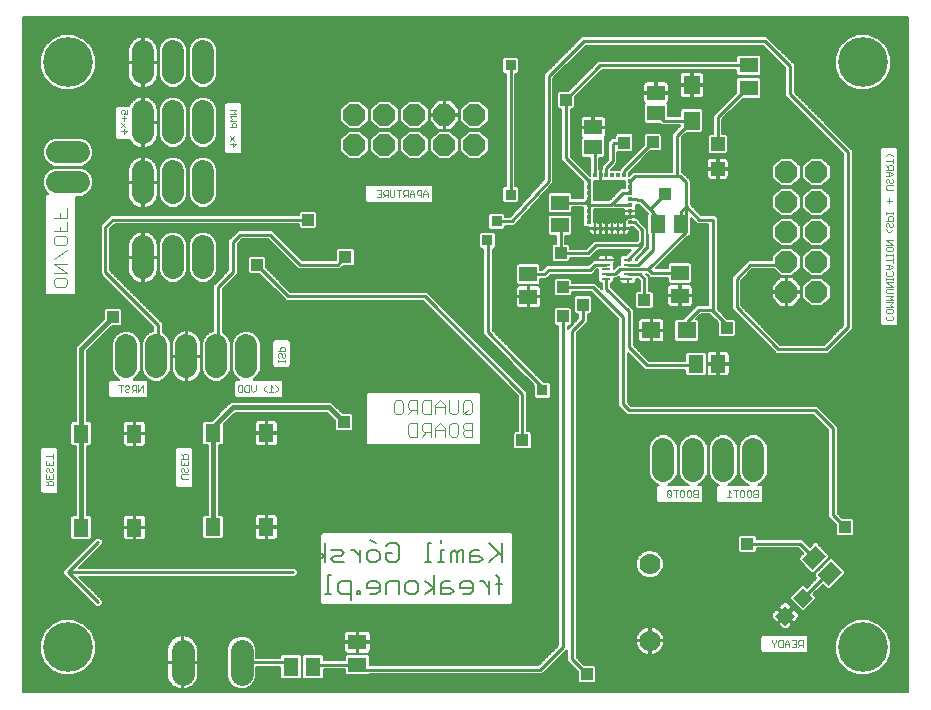
<source format=gbl>
G75*
G70*
%OFA0B0*%
%FSLAX24Y24*%
%IPPOS*%
%LPD*%
%AMOC8*
5,1,8,0,0,1.08239X$1,22.5*
%
%ADD10C,0.0060*%
%ADD11C,0.0020*%
%ADD12C,0.0040*%
%ADD13R,0.0315X0.0087*%
%ADD14R,0.0512X0.0591*%
%ADD15R,0.0591X0.0512*%
%ADD16R,0.0630X0.0551*%
%ADD17R,0.0118X0.0157*%
%ADD18R,0.0157X0.0118*%
%ADD19R,0.0551X0.0630*%
%ADD20C,0.0740*%
%ADD21OC8,0.0740*%
%ADD22R,0.0472X0.0472*%
%ADD23R,0.0472X0.0472*%
%ADD24R,0.0512X0.0630*%
%ADD25R,0.0630X0.0512*%
%ADD26R,0.0512X0.0610*%
%ADD27C,0.0700*%
%ADD28C,0.0780*%
%ADD29C,0.0100*%
%ADD30R,0.0396X0.0396*%
%ADD31C,0.0050*%
%ADD32C,0.0160*%
%ADD33R,0.0357X0.0357*%
%ADD34C,0.1660*%
D10*
X009448Y007013D02*
X009662Y007013D01*
X009555Y007013D02*
X009555Y007440D01*
X009662Y007440D01*
X009879Y007440D02*
X010199Y007227D01*
X009879Y007013D01*
X010199Y007013D02*
X010199Y007654D01*
X010417Y007440D02*
X010737Y007440D01*
X010844Y007334D01*
X010737Y007227D01*
X010523Y007227D01*
X010417Y007120D01*
X010523Y007013D01*
X010844Y007013D01*
X011061Y007440D02*
X011167Y007440D01*
X011381Y007227D01*
X011381Y007440D02*
X011381Y007013D01*
X011598Y007120D02*
X011598Y007334D01*
X011705Y007440D01*
X011919Y007440D01*
X012025Y007334D01*
X012025Y007120D01*
X011919Y007013D01*
X011705Y007013D01*
X011598Y007120D01*
X011919Y007654D02*
X011705Y007761D01*
X012243Y007547D02*
X012350Y007654D01*
X012563Y007654D01*
X012670Y007547D01*
X012670Y007120D01*
X012563Y007013D01*
X012350Y007013D01*
X012243Y007120D01*
X012243Y007334D01*
X012456Y007334D01*
X012350Y006390D02*
X012243Y006284D01*
X012243Y005963D01*
X012025Y006070D02*
X012025Y006284D01*
X011919Y006390D01*
X011705Y006390D01*
X011598Y006284D01*
X011598Y006177D01*
X012025Y006177D01*
X012025Y006070D02*
X011919Y005963D01*
X011705Y005963D01*
X011381Y005963D02*
X011274Y005963D01*
X011274Y006070D01*
X011381Y006070D01*
X011381Y005963D01*
X011059Y005963D02*
X010738Y005963D01*
X010631Y006070D01*
X010631Y006284D01*
X010738Y006390D01*
X011059Y006390D01*
X011059Y005750D01*
X010414Y005963D02*
X010200Y005963D01*
X010307Y005963D02*
X010307Y006604D01*
X010414Y006604D01*
X009555Y007654D02*
X009555Y007761D01*
X012350Y006390D02*
X012670Y006390D01*
X012670Y005963D01*
X012887Y006070D02*
X012887Y006284D01*
X012994Y006390D01*
X013208Y006390D01*
X013314Y006284D01*
X013314Y006070D01*
X013208Y005963D01*
X012994Y005963D01*
X012887Y006070D01*
X013531Y005963D02*
X013852Y006177D01*
X013531Y006390D01*
X013852Y006604D02*
X013852Y005963D01*
X014069Y005963D02*
X014069Y006284D01*
X014176Y006390D01*
X014389Y006390D01*
X014389Y006177D02*
X014069Y006177D01*
X014069Y005963D02*
X014389Y005963D01*
X014496Y006070D01*
X014389Y006177D01*
X014714Y006177D02*
X015141Y006177D01*
X015141Y006284D02*
X015034Y006390D01*
X014820Y006390D01*
X014714Y006284D01*
X014714Y006177D01*
X014820Y005963D02*
X015034Y005963D01*
X015141Y006070D01*
X015141Y006284D01*
X015358Y006390D02*
X015464Y006390D01*
X015678Y006177D01*
X015678Y006390D02*
X015678Y005963D01*
X016001Y005963D02*
X016001Y006497D01*
X015894Y006604D01*
X016108Y007013D02*
X016108Y007654D01*
X016001Y007334D02*
X015680Y007013D01*
X015463Y007120D02*
X015356Y007227D01*
X015036Y007227D01*
X015036Y007334D02*
X015036Y007013D01*
X015356Y007013D01*
X015463Y007120D01*
X015356Y007440D02*
X015143Y007440D01*
X015036Y007334D01*
X014818Y007440D02*
X014818Y007013D01*
X014605Y007013D02*
X014605Y007334D01*
X014498Y007440D01*
X014391Y007334D01*
X014391Y007013D01*
X014174Y007013D02*
X013960Y007013D01*
X014067Y007013D02*
X014067Y007440D01*
X014174Y007440D01*
X014067Y007654D02*
X014067Y007761D01*
X013744Y007654D02*
X013637Y007654D01*
X013637Y007013D01*
X013531Y007013D02*
X013744Y007013D01*
X014605Y007334D02*
X014712Y007440D01*
X014818Y007440D01*
X015680Y007654D02*
X016108Y007227D01*
X016108Y006284D02*
X015894Y006284D01*
D11*
X021597Y009230D02*
X021633Y009193D01*
X021707Y009193D01*
X021744Y009230D01*
X021597Y009377D01*
X021597Y009230D01*
X021744Y009230D02*
X021744Y009377D01*
X021707Y009414D01*
X021633Y009414D01*
X021597Y009377D01*
X021818Y009414D02*
X021965Y009414D01*
X021891Y009414D02*
X021891Y009193D01*
X022039Y009230D02*
X022039Y009377D01*
X022075Y009414D01*
X022149Y009414D01*
X022186Y009377D01*
X022186Y009230D01*
X022149Y009193D01*
X022075Y009193D01*
X022039Y009230D01*
X022260Y009230D02*
X022260Y009377D01*
X022296Y009414D01*
X022370Y009414D01*
X022407Y009377D01*
X022407Y009230D01*
X022370Y009193D01*
X022296Y009193D01*
X022260Y009230D01*
X022481Y009230D02*
X022517Y009193D01*
X022628Y009193D01*
X022628Y009414D01*
X022517Y009414D01*
X022481Y009377D01*
X022481Y009340D01*
X022517Y009303D01*
X022628Y009303D01*
X022517Y009303D02*
X022481Y009267D01*
X022481Y009230D01*
X023597Y009193D02*
X023744Y009193D01*
X023670Y009193D02*
X023670Y009414D01*
X023744Y009340D01*
X023818Y009414D02*
X023965Y009414D01*
X023891Y009414D02*
X023891Y009193D01*
X024039Y009230D02*
X024039Y009377D01*
X024075Y009414D01*
X024149Y009414D01*
X024186Y009377D01*
X024186Y009230D01*
X024149Y009193D01*
X024075Y009193D01*
X024039Y009230D01*
X024260Y009230D02*
X024260Y009377D01*
X024296Y009414D01*
X024370Y009414D01*
X024407Y009377D01*
X024407Y009230D01*
X024370Y009193D01*
X024296Y009193D01*
X024260Y009230D01*
X024481Y009230D02*
X024517Y009193D01*
X024628Y009193D01*
X024628Y009414D01*
X024517Y009414D01*
X024481Y009377D01*
X024481Y009340D01*
X024517Y009303D01*
X024628Y009303D01*
X024517Y009303D02*
X024481Y009267D01*
X024481Y009230D01*
X025097Y004414D02*
X025097Y004377D01*
X025170Y004303D01*
X025170Y004193D01*
X025170Y004303D02*
X025244Y004377D01*
X025244Y004414D01*
X025318Y004377D02*
X025318Y004230D01*
X025354Y004193D01*
X025465Y004193D01*
X025465Y004414D01*
X025354Y004414D01*
X025318Y004377D01*
X025539Y004340D02*
X025539Y004193D01*
X025539Y004303D02*
X025686Y004303D01*
X025686Y004340D02*
X025686Y004193D01*
X025760Y004193D02*
X025907Y004193D01*
X025907Y004414D01*
X025760Y004414D01*
X025686Y004340D02*
X025612Y004414D01*
X025539Y004340D01*
X025833Y004303D02*
X025907Y004303D01*
X025981Y004303D02*
X026017Y004267D01*
X026128Y004267D01*
X026128Y004193D02*
X026128Y004414D01*
X026017Y004414D01*
X025981Y004377D01*
X025981Y004303D01*
X026054Y004267D02*
X025981Y004193D01*
X028944Y015095D02*
X028908Y015132D01*
X028908Y015205D01*
X028944Y015242D01*
X028944Y015316D02*
X028908Y015353D01*
X028908Y015426D01*
X028944Y015463D01*
X029091Y015463D01*
X029128Y015426D01*
X029128Y015353D01*
X029091Y015316D01*
X028944Y015316D01*
X029091Y015242D02*
X029128Y015205D01*
X029128Y015132D01*
X029091Y015095D01*
X028944Y015095D01*
X028908Y015537D02*
X029128Y015537D01*
X029054Y015610D01*
X029128Y015684D01*
X028908Y015684D01*
X028908Y015758D02*
X029128Y015758D01*
X029054Y015831D01*
X029128Y015905D01*
X028908Y015905D01*
X028944Y015979D02*
X028908Y016016D01*
X028908Y016089D01*
X028944Y016126D01*
X029128Y016126D01*
X029128Y016200D02*
X028908Y016347D01*
X029128Y016347D01*
X029128Y016421D02*
X029128Y016494D01*
X029128Y016458D02*
X028908Y016458D01*
X028908Y016494D02*
X028908Y016421D01*
X028944Y016568D02*
X028908Y016605D01*
X028908Y016678D01*
X028944Y016715D01*
X028908Y016789D02*
X029054Y016789D01*
X029128Y016863D01*
X029054Y016936D01*
X028908Y016936D01*
X029018Y016936D02*
X029018Y016789D01*
X029091Y016715D02*
X029128Y016678D01*
X029128Y016605D01*
X029091Y016568D01*
X028944Y016568D01*
X028908Y016200D02*
X029128Y016200D01*
X029128Y015979D02*
X028944Y015979D01*
X029128Y017010D02*
X029128Y017157D01*
X029128Y017084D02*
X028908Y017084D01*
X028908Y017231D02*
X028908Y017305D01*
X028908Y017268D02*
X029128Y017268D01*
X029128Y017231D02*
X029128Y017305D01*
X029091Y017378D02*
X028944Y017378D01*
X028908Y017415D01*
X028908Y017489D01*
X028944Y017525D01*
X029091Y017525D01*
X029128Y017489D01*
X029128Y017415D01*
X029091Y017378D01*
X029128Y017599D02*
X028908Y017746D01*
X029128Y017746D01*
X029128Y017599D02*
X028908Y017599D01*
X028981Y018041D02*
X029054Y018041D01*
X029128Y018115D01*
X029091Y018189D02*
X029054Y018189D01*
X029018Y018225D01*
X029018Y018299D01*
X028981Y018336D01*
X028944Y018336D01*
X028908Y018299D01*
X028908Y018225D01*
X028944Y018189D01*
X028908Y018115D02*
X028981Y018041D01*
X029091Y018189D02*
X029128Y018225D01*
X029128Y018299D01*
X029091Y018336D01*
X029128Y018410D02*
X029128Y018520D01*
X029091Y018557D01*
X029018Y018557D01*
X028981Y018520D01*
X028981Y018410D01*
X028908Y018410D02*
X029128Y018410D01*
X029128Y018631D02*
X029128Y018704D01*
X029128Y018667D02*
X028908Y018667D01*
X028908Y018631D02*
X028908Y018704D01*
X029018Y018999D02*
X029018Y019146D01*
X029091Y019072D02*
X028944Y019072D01*
X028944Y019441D02*
X028908Y019478D01*
X028908Y019551D01*
X028944Y019588D01*
X029128Y019588D01*
X029091Y019662D02*
X029054Y019662D01*
X029018Y019699D01*
X029018Y019772D01*
X028981Y019809D01*
X028944Y019809D01*
X028908Y019772D01*
X028908Y019699D01*
X028944Y019662D01*
X029091Y019662D02*
X029128Y019699D01*
X029128Y019772D01*
X029091Y019809D01*
X029054Y019883D02*
X029128Y019956D01*
X029054Y020030D01*
X028908Y020030D01*
X028908Y020104D02*
X029128Y020104D01*
X029128Y020214D01*
X029091Y020251D01*
X029018Y020251D01*
X028981Y020214D01*
X028981Y020104D01*
X028981Y020177D02*
X028908Y020251D01*
X028908Y020398D02*
X029128Y020398D01*
X029128Y020325D02*
X029128Y020472D01*
X029128Y020546D02*
X029054Y020619D01*
X028981Y020619D01*
X028908Y020546D01*
X029018Y020030D02*
X029018Y019883D01*
X029054Y019883D02*
X028908Y019883D01*
X028944Y019441D02*
X029128Y019441D01*
X013628Y019340D02*
X013628Y019193D01*
X013628Y019303D02*
X013481Y019303D01*
X013481Y019340D02*
X013481Y019193D01*
X013407Y019193D02*
X013407Y019414D01*
X013296Y019414D01*
X013260Y019377D01*
X013260Y019303D01*
X013296Y019267D01*
X013407Y019267D01*
X013481Y019340D02*
X013554Y019414D01*
X013628Y019340D01*
X013186Y019340D02*
X013186Y019193D01*
X013186Y019303D02*
X013039Y019303D01*
X013039Y019340D02*
X013039Y019193D01*
X012965Y019193D02*
X012965Y019414D01*
X012854Y019414D01*
X012818Y019377D01*
X012818Y019303D01*
X012854Y019267D01*
X012965Y019267D01*
X012891Y019267D02*
X012818Y019193D01*
X012670Y019193D02*
X012670Y019414D01*
X012597Y019414D02*
X012744Y019414D01*
X012523Y019414D02*
X012523Y019230D01*
X012486Y019193D01*
X012412Y019193D01*
X012376Y019230D01*
X012376Y019414D01*
X012302Y019414D02*
X012191Y019414D01*
X012155Y019377D01*
X012155Y019303D01*
X012191Y019267D01*
X012302Y019267D01*
X012302Y019193D02*
X012302Y019414D01*
X012228Y019267D02*
X012155Y019193D01*
X012081Y019193D02*
X011934Y019193D01*
X012007Y019303D02*
X012081Y019303D01*
X012081Y019193D02*
X012081Y019414D01*
X011934Y019414D01*
X013039Y019340D02*
X013112Y019414D01*
X013186Y019340D01*
X007257Y020960D02*
X007147Y020850D01*
X007147Y020997D01*
X007184Y021071D02*
X007037Y021218D01*
X007037Y021071D02*
X007184Y021218D01*
X007257Y020960D02*
X007037Y020960D01*
X007037Y021513D02*
X007257Y021513D01*
X007257Y021623D01*
X007221Y021660D01*
X007147Y021660D01*
X007111Y021623D01*
X007111Y021513D01*
X007037Y021734D02*
X007111Y021808D01*
X007037Y021881D01*
X007257Y021881D01*
X007257Y021955D02*
X007184Y022029D01*
X007257Y022102D01*
X007037Y022102D01*
X007037Y021955D02*
X007257Y021955D01*
X007257Y021734D02*
X007037Y021734D01*
X003622Y021960D02*
X003512Y021960D01*
X003548Y022033D01*
X003548Y022070D01*
X003512Y022107D01*
X003438Y022107D01*
X003402Y022070D01*
X003402Y021997D01*
X003438Y021960D01*
X003512Y021886D02*
X003512Y021739D01*
X003548Y021665D02*
X003402Y021518D01*
X003402Y021407D02*
X003622Y021407D01*
X003512Y021297D01*
X003512Y021444D01*
X003548Y021518D02*
X003402Y021665D01*
X003438Y021812D02*
X003585Y021812D01*
X003622Y021960D02*
X003622Y022107D01*
X008758Y014208D02*
X008721Y014172D01*
X008721Y014062D01*
X008648Y014062D02*
X008868Y014062D01*
X008868Y014172D01*
X008831Y014208D01*
X008758Y014208D01*
X008721Y013987D02*
X008684Y013987D01*
X008648Y013951D01*
X008648Y013877D01*
X008684Y013841D01*
X008758Y013877D02*
X008758Y013951D01*
X008721Y013987D01*
X008831Y013987D02*
X008868Y013951D01*
X008868Y013877D01*
X008831Y013841D01*
X008794Y013841D01*
X008758Y013877D01*
X008868Y013767D02*
X008868Y013693D01*
X008868Y013730D02*
X008648Y013730D01*
X008648Y013693D02*
X008648Y013767D01*
X008554Y012914D02*
X008628Y012840D01*
X008628Y012767D01*
X008554Y012693D01*
X008480Y012693D02*
X008333Y012693D01*
X008407Y012693D02*
X008407Y012914D01*
X008480Y012840D01*
X008259Y012914D02*
X008186Y012840D01*
X008186Y012767D01*
X008259Y012693D01*
X007891Y012767D02*
X007817Y012693D01*
X007744Y012767D01*
X007744Y012914D01*
X007670Y012914D02*
X007560Y012914D01*
X007523Y012877D01*
X007523Y012730D01*
X007560Y012693D01*
X007670Y012693D01*
X007670Y012914D01*
X007891Y012914D02*
X007891Y012767D01*
X007449Y012693D02*
X007339Y012693D01*
X007302Y012730D01*
X007302Y012877D01*
X007339Y012914D01*
X007449Y012914D01*
X007449Y012693D01*
X005591Y010619D02*
X005518Y010619D01*
X005481Y010582D01*
X005481Y010472D01*
X005408Y010472D02*
X005628Y010472D01*
X005628Y010582D01*
X005591Y010619D01*
X005481Y010546D02*
X005408Y010619D01*
X005408Y010398D02*
X005408Y010251D01*
X005628Y010251D01*
X005628Y010398D01*
X005518Y010325D02*
X005518Y010251D01*
X005481Y010177D02*
X005444Y010177D01*
X005408Y010140D01*
X005408Y010067D01*
X005444Y010030D01*
X005444Y009956D02*
X005628Y009956D01*
X005591Y010030D02*
X005554Y010030D01*
X005518Y010067D01*
X005518Y010140D01*
X005481Y010177D01*
X005591Y010177D02*
X005628Y010140D01*
X005628Y010067D01*
X005591Y010030D01*
X005444Y009956D02*
X005408Y009919D01*
X005408Y009846D01*
X005444Y009809D01*
X005628Y009809D01*
X004128Y012693D02*
X004128Y012914D01*
X003981Y012693D01*
X003981Y012914D01*
X003907Y012914D02*
X003796Y012914D01*
X003760Y012877D01*
X003760Y012803D01*
X003796Y012767D01*
X003907Y012767D01*
X003907Y012693D02*
X003907Y012914D01*
X003833Y012767D02*
X003760Y012693D01*
X003686Y012730D02*
X003649Y012693D01*
X003575Y012693D01*
X003539Y012730D01*
X003539Y012767D01*
X003575Y012803D01*
X003649Y012803D01*
X003686Y012840D01*
X003686Y012877D01*
X003649Y012914D01*
X003575Y012914D01*
X003539Y012877D01*
X003465Y012914D02*
X003318Y012914D01*
X003391Y012914D02*
X003391Y012693D01*
X001128Y010619D02*
X001128Y010472D01*
X001128Y010546D02*
X000908Y010546D01*
X000908Y010398D02*
X000908Y010251D01*
X001128Y010251D01*
X001128Y010398D01*
X001018Y010325D02*
X001018Y010251D01*
X000981Y010177D02*
X000944Y010177D01*
X000908Y010140D01*
X000908Y010067D01*
X000944Y010030D01*
X000908Y009956D02*
X000908Y009809D01*
X001128Y009809D01*
X001128Y009956D01*
X001091Y010030D02*
X001054Y010030D01*
X001018Y010067D01*
X001018Y010140D01*
X000981Y010177D01*
X001091Y010177D02*
X001128Y010140D01*
X001128Y010067D01*
X001091Y010030D01*
X001018Y009883D02*
X001018Y009809D01*
X001018Y009735D02*
X000981Y009698D01*
X000981Y009588D01*
X000908Y009588D02*
X001128Y009588D01*
X001128Y009698D01*
X001091Y009735D01*
X001018Y009735D01*
X000981Y009662D02*
X000908Y009735D01*
D12*
X001234Y016203D02*
X001158Y016280D01*
X001158Y016434D01*
X001234Y016510D01*
X001541Y016510D01*
X001618Y016434D01*
X001618Y016280D01*
X001541Y016203D01*
X001234Y016203D01*
X001158Y016664D02*
X001618Y016664D01*
X001158Y016971D01*
X001618Y016971D01*
X001618Y017431D02*
X001158Y017124D01*
X001234Y017585D02*
X001158Y017661D01*
X001158Y017815D01*
X001234Y017891D01*
X001541Y017891D01*
X001618Y017815D01*
X001618Y017661D01*
X001541Y017585D01*
X001234Y017585D01*
X001158Y018045D02*
X001618Y018045D01*
X001618Y018352D01*
X001618Y018505D02*
X001618Y018812D01*
X001388Y018659D02*
X001388Y018505D01*
X001158Y018505D02*
X001618Y018505D01*
X001388Y018198D02*
X001388Y018045D01*
X012509Y012337D02*
X012509Y012030D01*
X012585Y011953D01*
X012739Y011953D01*
X012816Y012030D01*
X012816Y012337D01*
X012739Y012414D01*
X012585Y012414D01*
X012509Y012337D01*
X012969Y012337D02*
X013046Y012414D01*
X013276Y012414D01*
X013276Y011953D01*
X013276Y012107D02*
X013046Y012107D01*
X012969Y012184D01*
X012969Y012337D01*
X013122Y012107D02*
X012969Y011953D01*
X013046Y011664D02*
X013276Y011664D01*
X013276Y011203D01*
X013046Y011203D01*
X012969Y011280D01*
X012969Y011587D01*
X013046Y011664D01*
X013429Y011587D02*
X013429Y011434D01*
X013506Y011357D01*
X013736Y011357D01*
X013583Y011357D02*
X013429Y011203D01*
X013736Y011203D02*
X013736Y011664D01*
X013506Y011664D01*
X013429Y011587D01*
X013890Y011510D02*
X013890Y011203D01*
X013890Y011434D02*
X014197Y011434D01*
X014197Y011510D02*
X014043Y011664D01*
X013890Y011510D01*
X014197Y011510D02*
X014197Y011203D01*
X014350Y011280D02*
X014350Y011587D01*
X014427Y011664D01*
X014580Y011664D01*
X014657Y011587D01*
X014657Y011280D01*
X014580Y011203D01*
X014427Y011203D01*
X014350Y011280D01*
X014811Y011280D02*
X014887Y011203D01*
X015118Y011203D01*
X015118Y011664D01*
X014887Y011664D01*
X014811Y011587D01*
X014811Y011510D01*
X014887Y011434D01*
X015118Y011434D01*
X014887Y011434D02*
X014811Y011357D01*
X014811Y011280D01*
X014811Y011953D02*
X014964Y012107D01*
X014811Y012030D02*
X014811Y012337D01*
X014887Y012414D01*
X015041Y012414D01*
X015118Y012337D01*
X015118Y012030D01*
X015041Y011953D01*
X014887Y011953D01*
X014811Y012030D01*
X014657Y012030D02*
X014580Y011953D01*
X014427Y011953D01*
X014350Y012030D01*
X014350Y012414D01*
X014197Y012260D02*
X014043Y012414D01*
X013890Y012260D01*
X013890Y011953D01*
X013736Y011953D02*
X013506Y011953D01*
X013429Y012030D01*
X013429Y012337D01*
X013506Y012414D01*
X013736Y012414D01*
X013736Y011953D01*
X013890Y012184D02*
X014197Y012184D01*
X014197Y012260D02*
X014197Y011953D01*
X014657Y012030D02*
X014657Y012414D01*
D13*
X019579Y016468D03*
X019579Y016626D03*
X019579Y016783D03*
X019579Y016941D03*
X019579Y017098D03*
X020296Y017098D03*
X020296Y016941D03*
X020296Y016783D03*
X020296Y016626D03*
X020296Y016468D03*
D14*
X021313Y018283D03*
X022062Y018283D03*
X022563Y013633D03*
X023312Y013633D03*
D15*
X022038Y015909D03*
X022038Y016657D03*
X018038Y018259D03*
X018038Y019007D03*
X019148Y020845D03*
X019148Y021515D03*
X021238Y021999D03*
X021238Y022668D03*
X016987Y016618D03*
X016987Y015870D03*
D16*
X021083Y014750D03*
X022264Y014750D03*
D17*
X020180Y018143D03*
X019983Y018143D03*
X019786Y018143D03*
X019589Y018143D03*
X019392Y018143D03*
X019195Y018143D03*
X019195Y019924D03*
X019392Y019924D03*
X019589Y019924D03*
X019786Y019924D03*
X019983Y019924D03*
X020180Y019924D03*
D18*
X020381Y019722D03*
X020381Y019525D03*
X020381Y019329D03*
X020381Y019132D03*
X020381Y018935D03*
X020381Y018738D03*
X020381Y018541D03*
X020381Y018344D03*
X018994Y018344D03*
X018994Y018541D03*
X018994Y018738D03*
X018994Y018935D03*
X018994Y019132D03*
X018994Y019329D03*
X018994Y019525D03*
X018994Y019722D03*
D19*
X022438Y021743D03*
X022438Y022924D03*
D20*
X022488Y010803D02*
X022488Y010063D01*
X023488Y010063D02*
X023488Y010803D01*
X024488Y010803D02*
X024488Y010063D01*
X021488Y010063D02*
X021488Y010803D01*
X007588Y013513D02*
X007588Y014253D01*
X006588Y014253D02*
X006588Y013513D01*
X005588Y013513D02*
X005588Y014253D01*
X004588Y014253D02*
X004588Y013513D01*
X003588Y013513D02*
X003588Y014253D01*
X004138Y016813D02*
X004138Y017553D01*
X005138Y017553D02*
X005138Y016813D01*
X006138Y016813D02*
X006138Y017553D01*
X006138Y019313D02*
X006138Y020053D01*
X005138Y020053D02*
X005138Y019313D01*
X004138Y019313D02*
X004138Y020053D01*
X004138Y021313D02*
X004138Y022053D01*
X005138Y022053D02*
X005138Y021313D01*
X006138Y021313D02*
X006138Y022053D01*
X006138Y023313D02*
X006138Y024053D01*
X005138Y024053D02*
X005138Y023313D01*
X004138Y023313D02*
X004138Y024053D01*
X002008Y020683D02*
X001268Y020683D01*
X001268Y019683D02*
X002008Y019683D01*
D21*
X011188Y020933D03*
X012188Y020933D03*
X013188Y020933D03*
X014188Y020933D03*
X015188Y020933D03*
X015188Y021933D03*
X014188Y021933D03*
X013188Y021933D03*
X012188Y021933D03*
X011188Y021933D03*
X025588Y020033D03*
X026588Y020033D03*
X026588Y019033D03*
X026588Y018033D03*
X026588Y017033D03*
X026588Y016033D03*
X025588Y016033D03*
X025588Y017033D03*
X025588Y018033D03*
X025588Y019033D03*
D22*
G36*
X026136Y005490D02*
X025803Y005823D01*
X026136Y006156D01*
X026469Y005823D01*
X026136Y005490D01*
G37*
G36*
X025551Y004906D02*
X025218Y005239D01*
X025551Y005572D01*
X025884Y005239D01*
X025551Y004906D01*
G37*
D23*
X023299Y020132D03*
X023299Y020959D03*
D24*
G36*
X026467Y006768D02*
X026105Y007130D01*
X026549Y007574D01*
X026911Y007212D01*
X026467Y006768D01*
G37*
G36*
X026996Y006239D02*
X026634Y006601D01*
X027078Y007045D01*
X027440Y006683D01*
X026996Y006239D01*
G37*
X009812Y003533D03*
X009063Y003533D03*
D25*
X011288Y003609D03*
X011288Y004357D03*
X024332Y022833D03*
X024332Y023581D03*
D26*
X008253Y011324D03*
X006482Y011324D03*
X003854Y011306D03*
X002082Y011306D03*
X002082Y008176D03*
X003854Y008176D03*
X006482Y008194D03*
X008253Y008194D03*
D27*
X021038Y006963D03*
X021038Y004404D03*
D28*
X007428Y004073D02*
X007428Y003293D01*
X005458Y003293D02*
X005458Y004073D01*
D29*
X007428Y003683D02*
X008963Y003683D01*
X009063Y003533D01*
X009812Y003533D02*
X009888Y003609D01*
X011288Y003609D01*
X011463Y003433D01*
X017388Y003433D01*
X018138Y004183D01*
X018138Y015213D01*
X018438Y014724D02*
X018806Y015093D01*
X018806Y015601D01*
X018813Y015608D01*
X019138Y016183D02*
X020138Y015183D01*
X020138Y012283D01*
X020338Y012083D01*
X026538Y012083D01*
X027138Y011483D01*
X027138Y008583D01*
X027538Y008183D01*
X026508Y007171D02*
X026046Y007633D01*
X024288Y007633D01*
X026136Y005823D02*
X026955Y006642D01*
X027037Y006642D01*
X022513Y013583D02*
X020938Y013583D01*
X020338Y014183D01*
X020338Y015383D01*
X019579Y016142D01*
X019579Y016468D01*
X019579Y016626D02*
X019587Y016633D01*
X019888Y016633D01*
X020038Y016783D01*
X020296Y016783D01*
X020988Y016783D01*
X021113Y016657D01*
X022038Y016657D01*
X020988Y016783D02*
X022238Y018033D01*
X022238Y018883D01*
X022688Y018433D01*
X023138Y018433D01*
X023138Y015395D01*
X023595Y014938D01*
X023595Y014833D01*
X023138Y015395D02*
X023096Y015437D01*
X022666Y015437D01*
X022264Y015035D01*
X022264Y014750D01*
X020855Y015763D02*
X020855Y016477D01*
X020710Y016622D01*
X020300Y016622D01*
X020296Y016626D01*
X020296Y016941D02*
X020645Y016941D01*
X021138Y017433D01*
X021138Y018683D01*
X021313Y018507D01*
X021313Y018283D01*
X021138Y018683D02*
X021038Y018783D01*
X021538Y019283D01*
X021038Y018783D02*
X020738Y019083D01*
X020638Y019083D01*
X020588Y019133D01*
X020383Y019133D01*
X020381Y019132D01*
X020381Y019329D02*
X020133Y019329D01*
X019813Y019008D01*
X019886Y018935D01*
X020381Y018935D01*
X020381Y018541D02*
X020295Y018541D01*
X020188Y018433D01*
X020188Y018150D01*
X020180Y018143D01*
X020381Y018344D02*
X020526Y018344D01*
X020788Y018083D01*
X020788Y017683D01*
X020688Y017583D01*
X019238Y017583D01*
X018976Y017322D01*
X018062Y017322D01*
X018062Y018234D01*
X018038Y018259D01*
X018038Y018233D01*
X017538Y018583D02*
X016938Y018583D01*
X016938Y018533D01*
X016436Y018382D02*
X015925Y018382D01*
X016436Y018382D02*
X017658Y019740D01*
X017658Y023216D01*
X018839Y024396D01*
X024868Y024396D01*
X025705Y023559D01*
X025705Y022616D01*
X027638Y020683D01*
X027638Y014850D01*
X026908Y014121D01*
X025321Y014121D01*
X023928Y015514D01*
X023928Y016473D01*
X024388Y016933D01*
X025488Y016933D01*
X025588Y017033D01*
X022062Y018283D02*
X022062Y018707D01*
X022238Y018883D01*
X022238Y019683D01*
X022038Y019883D01*
X021938Y019883D01*
X021938Y021243D01*
X022438Y021743D01*
X021493Y021743D01*
X021238Y021999D01*
X021135Y021014D02*
X020180Y020059D01*
X020180Y019924D01*
X020381Y019722D02*
X020542Y019883D01*
X021938Y019883D01*
X020381Y019722D02*
X020381Y019525D01*
X020381Y019329D01*
X019813Y019008D02*
X019738Y018933D01*
X019736Y018935D01*
X018994Y018935D01*
X018994Y019132D01*
X018869Y019007D01*
X018038Y019007D01*
X018538Y018633D02*
X017538Y018633D01*
X017538Y018583D01*
X016395Y019274D02*
X016395Y023584D01*
X018238Y022433D02*
X019385Y023581D01*
X024332Y023581D01*
X024344Y022845D02*
X024332Y022833D01*
X024183Y022683D01*
X024138Y022683D01*
X023299Y021845D01*
X023299Y020959D01*
X020184Y021010D02*
X019837Y021010D01*
X019800Y020974D01*
X019800Y020378D01*
X019589Y020166D01*
X019589Y019924D01*
X019195Y019924D02*
X019195Y020798D01*
X019148Y020845D01*
X019195Y020876D01*
X018238Y020478D02*
X018994Y019722D01*
X018994Y019525D01*
X018994Y019329D01*
X018994Y019132D01*
X018994Y018935D02*
X018994Y018738D01*
X018994Y018541D01*
X018994Y018344D01*
X020296Y017098D02*
X020788Y017590D01*
X020788Y017683D01*
X019579Y016941D02*
X019579Y016941D01*
X019223Y016941D01*
X019046Y016764D01*
X017659Y016764D01*
X017513Y016618D01*
X016987Y016618D01*
X018138Y016183D02*
X019138Y016183D01*
X018438Y014724D02*
X018438Y003783D01*
X018938Y003283D01*
X016788Y011083D02*
X016788Y012633D01*
X013538Y015883D01*
X008988Y015883D01*
X007938Y016933D01*
X007138Y016683D02*
X007138Y017683D01*
X007388Y017933D01*
X008388Y017933D01*
X009388Y016933D01*
X010638Y016933D01*
X010888Y017183D01*
X009638Y018433D02*
X003138Y018433D01*
X002888Y018183D01*
X002888Y016683D01*
X004638Y014933D01*
X004638Y013933D01*
X004588Y013883D01*
X003138Y015183D02*
X002738Y014783D01*
X006588Y013883D02*
X006638Y013883D01*
X006638Y016183D01*
X007138Y016683D01*
X015620Y017747D02*
X015638Y017729D01*
X015638Y014683D01*
X016553Y013768D01*
X016553Y013760D01*
X017448Y012865D01*
X017448Y012749D01*
X022513Y013583D02*
X022563Y013633D01*
X018238Y020478D02*
X018238Y022433D01*
X002638Y007683D02*
X001638Y006683D01*
X002638Y005683D01*
X001638Y006683D02*
X009138Y006683D01*
D30*
X010838Y011683D03*
X016788Y011083D03*
X018138Y015213D03*
X018813Y015608D03*
X018138Y016183D03*
X018062Y017322D03*
X020855Y015763D03*
X023595Y014833D03*
X021538Y019283D03*
X021135Y021014D03*
X020184Y021010D03*
X018238Y022433D03*
X010888Y017183D03*
X009638Y018433D03*
X007938Y016933D03*
X003138Y015183D03*
X009026Y024625D03*
X027538Y008183D03*
X024288Y007633D03*
X018938Y003283D03*
D31*
X000138Y002683D02*
X000138Y025183D01*
X029638Y025183D01*
X029638Y002683D01*
X000138Y002683D01*
X000138Y002702D02*
X029638Y002702D01*
X029638Y002750D02*
X000138Y002750D01*
X000138Y002799D02*
X005313Y002799D01*
X005337Y002791D02*
X005417Y002778D01*
X005433Y002778D01*
X005433Y003658D01*
X005482Y003658D01*
X005482Y002778D01*
X005498Y002778D01*
X005578Y002791D01*
X005655Y002816D01*
X005727Y002853D01*
X005793Y002901D01*
X005850Y002958D01*
X005898Y003023D01*
X005935Y003096D01*
X005960Y003173D01*
X005972Y003253D01*
X005972Y003658D01*
X005483Y003658D01*
X005483Y003708D01*
X005972Y003708D01*
X005972Y004114D01*
X005960Y004194D01*
X005935Y004271D01*
X005898Y004343D01*
X005850Y004409D01*
X005793Y004466D01*
X005727Y004514D01*
X005655Y004551D01*
X005578Y004576D01*
X005498Y004588D01*
X005482Y004588D01*
X005482Y003708D01*
X005433Y003708D01*
X005433Y004588D01*
X005417Y004588D01*
X005337Y004576D01*
X005260Y004551D01*
X005188Y004514D01*
X005122Y004466D01*
X005065Y004409D01*
X005017Y004343D01*
X004980Y004271D01*
X004955Y004194D01*
X004943Y004114D01*
X004943Y003708D01*
X005432Y003708D01*
X005432Y003658D01*
X004943Y003658D01*
X004943Y003253D01*
X004955Y003173D01*
X004980Y003096D01*
X005017Y003023D01*
X005065Y002958D01*
X005122Y002901D01*
X005188Y002853D01*
X005260Y002816D01*
X005337Y002791D01*
X005433Y002799D02*
X005482Y002799D01*
X005482Y002847D02*
X005433Y002847D01*
X005433Y002896D02*
X005482Y002896D01*
X005482Y002944D02*
X005433Y002944D01*
X005433Y002993D02*
X005482Y002993D01*
X005482Y003041D02*
X005433Y003041D01*
X005433Y003090D02*
X005482Y003090D01*
X005482Y003138D02*
X005433Y003138D01*
X005433Y003187D02*
X005482Y003187D01*
X005482Y003235D02*
X005433Y003235D01*
X005433Y003284D02*
X005482Y003284D01*
X005482Y003332D02*
X005433Y003332D01*
X005433Y003381D02*
X005482Y003381D01*
X005482Y003429D02*
X005433Y003429D01*
X005433Y003478D02*
X005482Y003478D01*
X005482Y003526D02*
X005433Y003526D01*
X005433Y003575D02*
X005482Y003575D01*
X005482Y003623D02*
X005433Y003623D01*
X005432Y003672D02*
X002438Y003672D01*
X002430Y003654D02*
X002572Y003997D01*
X002572Y004369D01*
X002430Y004713D01*
X002167Y004976D01*
X001823Y005118D01*
X001452Y005118D01*
X001108Y004976D01*
X000845Y004713D01*
X000703Y004369D01*
X000703Y003997D01*
X000845Y003654D01*
X001108Y003391D01*
X001452Y003248D01*
X001823Y003248D01*
X002167Y003391D01*
X002430Y003654D01*
X002400Y003623D02*
X004943Y003623D01*
X004943Y003575D02*
X002351Y003575D01*
X002303Y003526D02*
X004943Y003526D01*
X004943Y003478D02*
X002254Y003478D01*
X002206Y003429D02*
X004943Y003429D01*
X004943Y003381D02*
X002143Y003381D01*
X002026Y003332D02*
X004943Y003332D01*
X004943Y003284D02*
X001909Y003284D01*
X001366Y003284D02*
X000138Y003284D01*
X000138Y003332D02*
X001249Y003332D01*
X001132Y003381D02*
X000138Y003381D01*
X000138Y003429D02*
X001069Y003429D01*
X001021Y003478D02*
X000138Y003478D01*
X000138Y003526D02*
X000972Y003526D01*
X000924Y003575D02*
X000138Y003575D01*
X000138Y003623D02*
X000875Y003623D01*
X000837Y003672D02*
X000138Y003672D01*
X000138Y003720D02*
X000817Y003720D01*
X000797Y003769D02*
X000138Y003769D01*
X000138Y003817D02*
X000777Y003817D01*
X000757Y003866D02*
X000138Y003866D01*
X000138Y003914D02*
X000737Y003914D01*
X000717Y003963D02*
X000138Y003963D01*
X000138Y004011D02*
X000703Y004011D01*
X000703Y004060D02*
X000138Y004060D01*
X000138Y004108D02*
X000703Y004108D01*
X000703Y004157D02*
X000138Y004157D01*
X000138Y004205D02*
X000703Y004205D01*
X000703Y004254D02*
X000138Y004254D01*
X000138Y004302D02*
X000703Y004302D01*
X000703Y004351D02*
X000138Y004351D01*
X000138Y004399D02*
X000715Y004399D01*
X000735Y004448D02*
X000138Y004448D01*
X000138Y004496D02*
X000755Y004496D01*
X000775Y004545D02*
X000138Y004545D01*
X000138Y004593D02*
X000795Y004593D01*
X000815Y004642D02*
X000138Y004642D01*
X000138Y004690D02*
X000836Y004690D01*
X000871Y004739D02*
X000138Y004739D01*
X000138Y004787D02*
X000919Y004787D01*
X000968Y004836D02*
X000138Y004836D01*
X000138Y004884D02*
X001016Y004884D01*
X001065Y004933D02*
X000138Y004933D01*
X000138Y004981D02*
X001121Y004981D01*
X001238Y005030D02*
X000138Y005030D01*
X000138Y005078D02*
X001355Y005078D01*
X001920Y005078D02*
X017983Y005078D01*
X017983Y005030D02*
X002037Y005030D01*
X002154Y004981D02*
X017983Y004981D01*
X017983Y004933D02*
X002210Y004933D01*
X002259Y004884D02*
X017983Y004884D01*
X017983Y004836D02*
X002307Y004836D01*
X002356Y004787D02*
X017983Y004787D01*
X017983Y004739D02*
X002404Y004739D01*
X002439Y004690D02*
X010873Y004690D01*
X010856Y004662D01*
X010848Y004630D01*
X010848Y004382D01*
X011262Y004382D01*
X011262Y004332D01*
X010848Y004332D01*
X010848Y004085D01*
X010856Y004053D01*
X010873Y004025D01*
X010896Y004001D01*
X010924Y003985D01*
X010956Y003976D01*
X011263Y003976D01*
X011263Y004332D01*
X011312Y004332D01*
X011312Y003976D01*
X011619Y003976D01*
X011651Y003985D01*
X011679Y004001D01*
X011702Y004025D01*
X011719Y004053D01*
X011727Y004085D01*
X011727Y004332D01*
X011313Y004332D01*
X011313Y004382D01*
X011727Y004382D01*
X011727Y004630D01*
X011719Y004662D01*
X011702Y004690D01*
X017983Y004690D01*
X017983Y004642D02*
X011724Y004642D01*
X011727Y004593D02*
X017983Y004593D01*
X017983Y004545D02*
X011727Y004545D01*
X011727Y004496D02*
X017983Y004496D01*
X017983Y004448D02*
X011727Y004448D01*
X011727Y004399D02*
X017983Y004399D01*
X017983Y004351D02*
X011313Y004351D01*
X011312Y004382D02*
X011263Y004382D01*
X011263Y004738D01*
X010956Y004738D01*
X010924Y004730D01*
X010896Y004713D01*
X010873Y004690D01*
X010851Y004642D02*
X002460Y004642D01*
X002480Y004593D02*
X010848Y004593D01*
X010848Y004545D02*
X007583Y004545D01*
X007526Y004568D02*
X007708Y004493D01*
X007847Y004354D01*
X007922Y004172D01*
X007922Y003838D01*
X008703Y003838D01*
X008703Y003892D01*
X008764Y003953D01*
X009363Y003953D01*
X009424Y003892D01*
X009424Y003175D01*
X009363Y003113D01*
X008764Y003113D01*
X008703Y003175D01*
X008703Y003528D01*
X007922Y003528D01*
X007922Y003195D01*
X007847Y003013D01*
X007708Y002874D01*
X007526Y002798D01*
X007329Y002798D01*
X007147Y002874D01*
X007008Y003013D01*
X006933Y003195D01*
X006933Y004172D01*
X007008Y004354D01*
X007147Y004493D01*
X007329Y004568D01*
X007526Y004568D01*
X007700Y004496D02*
X010848Y004496D01*
X010848Y004448D02*
X007753Y004448D01*
X007802Y004399D02*
X010848Y004399D01*
X010848Y004302D02*
X007868Y004302D01*
X007889Y004254D02*
X010848Y004254D01*
X010848Y004205D02*
X007909Y004205D01*
X007922Y004157D02*
X010848Y004157D01*
X010848Y004108D02*
X007922Y004108D01*
X007922Y004060D02*
X010854Y004060D01*
X010886Y004011D02*
X007922Y004011D01*
X007922Y003963D02*
X010922Y003963D01*
X010929Y003970D02*
X010868Y003909D01*
X010868Y003764D01*
X010172Y003764D01*
X010172Y003892D01*
X010111Y003953D01*
X009512Y003953D01*
X009451Y003892D01*
X009451Y003175D01*
X009512Y003113D01*
X010111Y003113D01*
X010172Y003175D01*
X010172Y003454D01*
X010868Y003454D01*
X010868Y003310D01*
X010929Y003248D01*
X011646Y003248D01*
X011676Y003278D01*
X017452Y003278D01*
X017542Y003369D01*
X018283Y004109D01*
X018283Y003719D01*
X018634Y003367D01*
X018634Y003042D01*
X018696Y002980D01*
X019179Y002980D01*
X019241Y003042D01*
X019241Y003525D01*
X019179Y003586D01*
X018854Y003586D01*
X018592Y003848D01*
X018592Y014660D01*
X018870Y014938D01*
X018961Y015029D01*
X018961Y015305D01*
X019054Y015305D01*
X019116Y015367D01*
X019116Y015850D01*
X019054Y015911D01*
X018571Y015911D01*
X018510Y015850D01*
X018510Y015367D01*
X018571Y015305D01*
X018651Y015305D01*
X018651Y015157D01*
X018292Y014799D01*
X018292Y014910D01*
X018379Y014910D01*
X018441Y014972D01*
X018441Y015455D01*
X018379Y015516D01*
X017896Y015516D01*
X017834Y015455D01*
X017834Y014972D01*
X017896Y014910D01*
X017983Y014910D01*
X017983Y004248D01*
X017323Y003588D01*
X011707Y003588D01*
X011707Y003909D01*
X011646Y003970D01*
X010929Y003970D01*
X010873Y003914D02*
X010150Y003914D01*
X010172Y003866D02*
X010868Y003866D01*
X010868Y003817D02*
X010172Y003817D01*
X010172Y003769D02*
X010868Y003769D01*
X010868Y003429D02*
X010172Y003429D01*
X010172Y003381D02*
X010868Y003381D01*
X010868Y003332D02*
X010172Y003332D01*
X010172Y003284D02*
X010894Y003284D01*
X010172Y003235D02*
X018634Y003235D01*
X018634Y003187D02*
X010172Y003187D01*
X010136Y003138D02*
X018634Y003138D01*
X018634Y003090D02*
X007879Y003090D01*
X007899Y003138D02*
X008739Y003138D01*
X008703Y003187D02*
X007919Y003187D01*
X007922Y003235D02*
X008703Y003235D01*
X008703Y003284D02*
X007922Y003284D01*
X007922Y003332D02*
X008703Y003332D01*
X008703Y003381D02*
X007922Y003381D01*
X007922Y003429D02*
X008703Y003429D01*
X008703Y003478D02*
X007922Y003478D01*
X007922Y003526D02*
X008703Y003526D01*
X008703Y003866D02*
X007922Y003866D01*
X007922Y003914D02*
X008725Y003914D01*
X009402Y003914D02*
X009473Y003914D01*
X009451Y003866D02*
X009424Y003866D01*
X009424Y003817D02*
X009451Y003817D01*
X009451Y003769D02*
X009424Y003769D01*
X009424Y003720D02*
X009451Y003720D01*
X009451Y003672D02*
X009424Y003672D01*
X009424Y003623D02*
X009451Y003623D01*
X009451Y003575D02*
X009424Y003575D01*
X009424Y003526D02*
X009451Y003526D01*
X009451Y003478D02*
X009424Y003478D01*
X009424Y003429D02*
X009451Y003429D01*
X009451Y003381D02*
X009424Y003381D01*
X009424Y003332D02*
X009451Y003332D01*
X009451Y003284D02*
X009424Y003284D01*
X009424Y003235D02*
X009451Y003235D01*
X009451Y003187D02*
X009424Y003187D01*
X009388Y003138D02*
X009487Y003138D01*
X007859Y003041D02*
X018635Y003041D01*
X018683Y002993D02*
X007827Y002993D01*
X007779Y002944D02*
X029638Y002944D01*
X029638Y002896D02*
X007730Y002896D01*
X007644Y002847D02*
X029638Y002847D01*
X029638Y002799D02*
X007527Y002799D01*
X007328Y002799D02*
X005602Y002799D01*
X005717Y002847D02*
X007211Y002847D01*
X007125Y002896D02*
X005787Y002896D01*
X005837Y002944D02*
X007076Y002944D01*
X007028Y002993D02*
X005876Y002993D01*
X005907Y003041D02*
X006996Y003041D01*
X006976Y003090D02*
X005932Y003090D01*
X005949Y003138D02*
X006956Y003138D01*
X006936Y003187D02*
X005962Y003187D01*
X005970Y003235D02*
X006933Y003235D01*
X006933Y003284D02*
X005972Y003284D01*
X005972Y003332D02*
X006933Y003332D01*
X006933Y003381D02*
X005972Y003381D01*
X005972Y003429D02*
X006933Y003429D01*
X006933Y003478D02*
X005972Y003478D01*
X005972Y003526D02*
X006933Y003526D01*
X006933Y003575D02*
X005972Y003575D01*
X005972Y003623D02*
X006933Y003623D01*
X006933Y003672D02*
X005483Y003672D01*
X005482Y003720D02*
X005433Y003720D01*
X005433Y003769D02*
X005482Y003769D01*
X005482Y003817D02*
X005433Y003817D01*
X005433Y003866D02*
X005482Y003866D01*
X005482Y003914D02*
X005433Y003914D01*
X005433Y003963D02*
X005482Y003963D01*
X005482Y004011D02*
X005433Y004011D01*
X005433Y004060D02*
X005482Y004060D01*
X005482Y004108D02*
X005433Y004108D01*
X005433Y004157D02*
X005482Y004157D01*
X005482Y004205D02*
X005433Y004205D01*
X005433Y004254D02*
X005482Y004254D01*
X005482Y004302D02*
X005433Y004302D01*
X005433Y004351D02*
X005482Y004351D01*
X005482Y004399D02*
X005433Y004399D01*
X005433Y004448D02*
X005482Y004448D01*
X005482Y004496D02*
X005433Y004496D01*
X005433Y004545D02*
X005482Y004545D01*
X005666Y004545D02*
X007272Y004545D01*
X007155Y004496D02*
X005751Y004496D01*
X005811Y004448D02*
X007102Y004448D01*
X007053Y004399D02*
X005857Y004399D01*
X005892Y004351D02*
X007007Y004351D01*
X006987Y004302D02*
X005919Y004302D01*
X005940Y004254D02*
X006966Y004254D01*
X006946Y004205D02*
X005956Y004205D01*
X005966Y004157D02*
X006933Y004157D01*
X006933Y004108D02*
X005972Y004108D01*
X005972Y004060D02*
X006933Y004060D01*
X006933Y004011D02*
X005972Y004011D01*
X005972Y003963D02*
X006933Y003963D01*
X006933Y003914D02*
X005972Y003914D01*
X005972Y003866D02*
X006933Y003866D01*
X006933Y003817D02*
X005972Y003817D01*
X005972Y003769D02*
X006933Y003769D01*
X006933Y003720D02*
X005972Y003720D01*
X005249Y004545D02*
X002500Y004545D01*
X002520Y004496D02*
X005164Y004496D01*
X005104Y004448D02*
X002540Y004448D01*
X002560Y004399D02*
X005058Y004399D01*
X005023Y004351D02*
X002572Y004351D01*
X002572Y004302D02*
X004996Y004302D01*
X004975Y004254D02*
X002572Y004254D01*
X002572Y004205D02*
X004959Y004205D01*
X004949Y004157D02*
X002572Y004157D01*
X002572Y004108D02*
X004943Y004108D01*
X004943Y004060D02*
X002572Y004060D01*
X002572Y004011D02*
X004943Y004011D01*
X004943Y003963D02*
X002558Y003963D01*
X002538Y003914D02*
X004943Y003914D01*
X004943Y003866D02*
X002518Y003866D01*
X002498Y003817D02*
X004943Y003817D01*
X004943Y003769D02*
X002478Y003769D01*
X002458Y003720D02*
X004943Y003720D01*
X004945Y003235D02*
X000138Y003235D01*
X000138Y003187D02*
X004953Y003187D01*
X004966Y003138D02*
X000138Y003138D01*
X000138Y003090D02*
X004983Y003090D01*
X005008Y003041D02*
X000138Y003041D01*
X000138Y002993D02*
X005039Y002993D01*
X005078Y002944D02*
X000138Y002944D01*
X000138Y002896D02*
X005128Y002896D01*
X005198Y002847D02*
X000138Y002847D01*
X000138Y005127D02*
X017983Y005127D01*
X017983Y005175D02*
X000138Y005175D01*
X000138Y005224D02*
X017983Y005224D01*
X017983Y005272D02*
X000138Y005272D01*
X000138Y005321D02*
X017983Y005321D01*
X017983Y005369D02*
X000138Y005369D01*
X000138Y005418D02*
X017983Y005418D01*
X017983Y005466D02*
X000138Y005466D01*
X000138Y005515D02*
X017983Y005515D01*
X017983Y005563D02*
X002737Y005563D01*
X002702Y005528D02*
X002792Y005619D01*
X002792Y005748D01*
X002012Y006528D01*
X009202Y006528D01*
X009292Y006619D01*
X009292Y006748D01*
X009202Y006838D01*
X002012Y006838D01*
X002792Y007619D01*
X002792Y007748D01*
X002702Y007838D01*
X002573Y007838D01*
X001573Y006838D01*
X001483Y006748D01*
X001483Y006619D01*
X002573Y005528D01*
X002702Y005528D01*
X002785Y005612D02*
X010098Y005612D01*
X010100Y005610D02*
X010115Y005603D01*
X010130Y005598D01*
X010147Y005595D01*
X016379Y005595D01*
X016395Y005598D01*
X016411Y005603D01*
X016426Y005610D01*
X016439Y005620D01*
X016451Y005632D01*
X016461Y005645D01*
X016468Y005660D01*
X016473Y005675D01*
X016476Y005692D01*
X016476Y007925D01*
X016473Y007941D01*
X016468Y007957D01*
X016461Y007972D01*
X016451Y007985D01*
X016439Y007997D01*
X016426Y008006D01*
X016411Y008014D01*
X016395Y008019D01*
X016379Y008022D01*
X010147Y008022D01*
X010130Y008019D01*
X010115Y008014D01*
X010100Y008006D01*
X010087Y007997D01*
X010075Y007985D01*
X010065Y007972D01*
X010058Y007957D01*
X010053Y007941D01*
X010050Y007925D01*
X010050Y005692D01*
X010053Y005675D01*
X010058Y005660D01*
X010065Y005645D01*
X010075Y005632D01*
X010087Y005620D01*
X010100Y005610D01*
X010058Y005660D02*
X002792Y005660D01*
X002792Y005709D02*
X010050Y005709D01*
X010050Y005757D02*
X002783Y005757D01*
X002734Y005806D02*
X010050Y005806D01*
X010050Y005854D02*
X002686Y005854D01*
X002637Y005903D02*
X010050Y005903D01*
X010050Y005951D02*
X002589Y005951D01*
X002540Y006000D02*
X010050Y006000D01*
X010050Y006048D02*
X002492Y006048D01*
X002443Y006097D02*
X010050Y006097D01*
X010050Y006145D02*
X002395Y006145D01*
X002346Y006194D02*
X010050Y006194D01*
X010050Y006242D02*
X002298Y006242D01*
X002249Y006291D02*
X010050Y006291D01*
X010050Y006339D02*
X002201Y006339D01*
X002152Y006388D02*
X010050Y006388D01*
X010050Y006436D02*
X002104Y006436D01*
X002055Y006485D02*
X010050Y006485D01*
X010050Y006533D02*
X009207Y006533D01*
X009255Y006582D02*
X010050Y006582D01*
X010050Y006630D02*
X009292Y006630D01*
X009292Y006679D02*
X010050Y006679D01*
X010050Y006727D02*
X009292Y006727D01*
X009264Y006776D02*
X010050Y006776D01*
X010050Y006824D02*
X009216Y006824D01*
X010050Y006873D02*
X002046Y006873D01*
X002095Y006921D02*
X010050Y006921D01*
X010050Y006970D02*
X002143Y006970D01*
X002192Y007018D02*
X010050Y007018D01*
X010050Y007067D02*
X002240Y007067D01*
X002289Y007115D02*
X010050Y007115D01*
X010050Y007164D02*
X002337Y007164D01*
X002386Y007212D02*
X010050Y007212D01*
X010050Y007261D02*
X002434Y007261D01*
X002483Y007309D02*
X010050Y007309D01*
X010050Y007358D02*
X002531Y007358D01*
X002580Y007406D02*
X010050Y007406D01*
X010050Y007455D02*
X002628Y007455D01*
X002677Y007503D02*
X010050Y007503D01*
X010050Y007552D02*
X002725Y007552D01*
X002774Y007600D02*
X010050Y007600D01*
X010050Y007649D02*
X002792Y007649D01*
X002792Y007697D02*
X010050Y007697D01*
X010050Y007746D02*
X002792Y007746D01*
X002746Y007794D02*
X003498Y007794D01*
X003498Y007795D02*
X003521Y007771D01*
X003550Y007755D01*
X003582Y007746D01*
X003829Y007746D01*
X003829Y008151D01*
X003879Y008151D01*
X003879Y007746D01*
X004126Y007746D01*
X004158Y007755D01*
X004187Y007771D01*
X004210Y007795D01*
X004226Y007823D01*
X004235Y007855D01*
X004235Y008151D01*
X003879Y008151D01*
X003879Y008201D01*
X004235Y008201D01*
X004235Y008498D01*
X004226Y008530D01*
X004210Y008558D01*
X004187Y008582D01*
X004158Y008598D01*
X004126Y008607D01*
X003879Y008607D01*
X003879Y008201D01*
X003829Y008201D01*
X003829Y008151D01*
X003473Y008151D01*
X003473Y007855D01*
X003482Y007823D01*
X003498Y007795D01*
X003476Y007843D02*
X002443Y007843D01*
X002443Y007828D02*
X002443Y008525D01*
X002382Y008587D01*
X002267Y008587D01*
X002267Y010896D01*
X002382Y010896D01*
X002443Y010958D01*
X002443Y011655D01*
X002382Y011717D01*
X002267Y011717D01*
X002267Y014052D01*
X003096Y014880D01*
X003379Y014880D01*
X003441Y014942D01*
X003441Y015425D01*
X003379Y015486D01*
X002896Y015486D01*
X002834Y015425D01*
X002834Y015142D01*
X001897Y014205D01*
X001897Y011717D01*
X001783Y011717D01*
X001721Y011655D01*
X001721Y010958D01*
X001783Y010896D01*
X001897Y010896D01*
X001897Y008587D01*
X001783Y008587D01*
X001721Y008525D01*
X001721Y007828D01*
X001783Y007766D01*
X002382Y007766D01*
X002443Y007828D01*
X002410Y007794D02*
X002529Y007794D01*
X002481Y007746D02*
X000138Y007746D01*
X000138Y007794D02*
X001755Y007794D01*
X001721Y007843D02*
X000138Y007843D01*
X000138Y007891D02*
X001721Y007891D01*
X001721Y007940D02*
X000138Y007940D01*
X000138Y007988D02*
X001721Y007988D01*
X001721Y008037D02*
X000138Y008037D01*
X000138Y008085D02*
X001721Y008085D01*
X001721Y008134D02*
X000138Y008134D01*
X000138Y008182D02*
X001721Y008182D01*
X001721Y008231D02*
X000138Y008231D01*
X000138Y008279D02*
X001721Y008279D01*
X001721Y008328D02*
X000138Y008328D01*
X000138Y008376D02*
X001721Y008376D01*
X001721Y008425D02*
X000138Y008425D01*
X000138Y008473D02*
X001721Y008473D01*
X001721Y008522D02*
X000138Y008522D01*
X000138Y008570D02*
X001767Y008570D01*
X001897Y008619D02*
X000138Y008619D01*
X000138Y008667D02*
X001897Y008667D01*
X001897Y008716D02*
X000138Y008716D01*
X000138Y008764D02*
X001897Y008764D01*
X001897Y008813D02*
X000138Y008813D01*
X000138Y008861D02*
X001897Y008861D01*
X001897Y008910D02*
X000138Y008910D01*
X000138Y008958D02*
X001897Y008958D01*
X001897Y009007D02*
X000138Y009007D01*
X000138Y009055D02*
X001897Y009055D01*
X001897Y009104D02*
X000138Y009104D01*
X000138Y009152D02*
X001897Y009152D01*
X001897Y009201D02*
X000138Y009201D01*
X000138Y009249D02*
X001897Y009249D01*
X001897Y009298D02*
X000138Y009298D01*
X000138Y009346D02*
X000733Y009346D01*
X000737Y009340D02*
X000749Y009328D01*
X000762Y009319D01*
X000777Y009311D01*
X000793Y009306D01*
X000809Y009304D01*
X001226Y009304D01*
X001242Y009306D01*
X001258Y009311D01*
X001273Y009319D01*
X001286Y009328D01*
X001298Y009340D01*
X001307Y009353D01*
X001315Y009368D01*
X001320Y009384D01*
X001322Y009400D01*
X001322Y010772D01*
X001320Y010788D01*
X001315Y010804D01*
X001307Y010818D01*
X001298Y010832D01*
X001286Y010843D01*
X001273Y010853D01*
X001258Y010861D01*
X001242Y010866D01*
X001226Y010868D01*
X000809Y010868D01*
X000793Y010866D01*
X000777Y010861D01*
X000762Y010853D01*
X000749Y010843D01*
X000737Y010832D01*
X000728Y010818D01*
X000720Y010804D01*
X000715Y010788D01*
X000713Y010772D01*
X000713Y009400D01*
X000715Y009384D01*
X000720Y009368D01*
X000728Y009353D01*
X000737Y009340D01*
X000713Y009395D02*
X000138Y009395D01*
X000138Y009443D02*
X000713Y009443D01*
X000713Y009492D02*
X000138Y009492D01*
X000138Y009540D02*
X000713Y009540D01*
X000713Y009589D02*
X000138Y009589D01*
X000138Y009637D02*
X000713Y009637D01*
X000713Y009686D02*
X000138Y009686D01*
X000138Y009734D02*
X000713Y009734D01*
X000713Y009783D02*
X000138Y009783D01*
X000138Y009831D02*
X000713Y009831D01*
X000713Y009880D02*
X000138Y009880D01*
X000138Y009928D02*
X000713Y009928D01*
X000713Y009977D02*
X000138Y009977D01*
X000138Y010025D02*
X000713Y010025D01*
X000713Y010074D02*
X000138Y010074D01*
X000138Y010122D02*
X000713Y010122D01*
X000713Y010171D02*
X000138Y010171D01*
X000138Y010219D02*
X000713Y010219D01*
X000713Y010268D02*
X000138Y010268D01*
X000138Y010316D02*
X000713Y010316D01*
X000713Y010365D02*
X000138Y010365D01*
X000138Y010413D02*
X000713Y010413D01*
X000713Y010462D02*
X000138Y010462D01*
X000138Y010510D02*
X000713Y010510D01*
X000713Y010559D02*
X000138Y010559D01*
X000138Y010607D02*
X000713Y010607D01*
X000713Y010656D02*
X000138Y010656D01*
X000138Y010704D02*
X000713Y010704D01*
X000713Y010753D02*
X000138Y010753D01*
X000138Y010801D02*
X000719Y010801D01*
X000758Y010850D02*
X000138Y010850D01*
X000138Y010898D02*
X001781Y010898D01*
X001732Y010947D02*
X000138Y010947D01*
X000138Y010995D02*
X001721Y010995D01*
X001721Y011044D02*
X000138Y011044D01*
X000138Y011092D02*
X001721Y011092D01*
X001721Y011141D02*
X000138Y011141D01*
X000138Y011189D02*
X001721Y011189D01*
X001721Y011238D02*
X000138Y011238D01*
X000138Y011286D02*
X001721Y011286D01*
X001721Y011335D02*
X000138Y011335D01*
X000138Y011383D02*
X001721Y011383D01*
X001721Y011432D02*
X000138Y011432D01*
X000138Y011480D02*
X001721Y011480D01*
X001721Y011529D02*
X000138Y011529D01*
X000138Y011577D02*
X001721Y011577D01*
X001721Y011626D02*
X000138Y011626D01*
X000138Y011674D02*
X001741Y011674D01*
X001897Y011723D02*
X000138Y011723D01*
X000138Y011771D02*
X001897Y011771D01*
X001897Y011820D02*
X000138Y011820D01*
X000138Y011868D02*
X001897Y011868D01*
X001897Y011917D02*
X000138Y011917D01*
X000138Y011965D02*
X001897Y011965D01*
X001897Y012014D02*
X000138Y012014D01*
X000138Y012062D02*
X001897Y012062D01*
X001897Y012111D02*
X000138Y012111D01*
X000138Y012159D02*
X001897Y012159D01*
X001897Y012208D02*
X000138Y012208D01*
X000138Y012256D02*
X001897Y012256D01*
X001897Y012305D02*
X000138Y012305D01*
X000138Y012353D02*
X001897Y012353D01*
X001897Y012402D02*
X000138Y012402D01*
X000138Y012450D02*
X001897Y012450D01*
X001897Y012499D02*
X000138Y012499D01*
X000138Y012547D02*
X001897Y012547D01*
X001897Y012596D02*
X000138Y012596D01*
X000138Y012644D02*
X001897Y012644D01*
X001897Y012693D02*
X000138Y012693D01*
X000138Y012741D02*
X001897Y012741D01*
X001897Y012790D02*
X000138Y012790D01*
X000138Y012838D02*
X001897Y012838D01*
X001897Y012887D02*
X000138Y012887D01*
X000138Y012935D02*
X001897Y012935D01*
X001897Y012984D02*
X000138Y012984D01*
X000138Y013032D02*
X001897Y013032D01*
X001897Y013081D02*
X000138Y013081D01*
X000138Y013129D02*
X001897Y013129D01*
X001897Y013178D02*
X000138Y013178D01*
X000138Y013226D02*
X001897Y013226D01*
X001897Y013275D02*
X000138Y013275D01*
X000138Y013323D02*
X001897Y013323D01*
X001897Y013372D02*
X000138Y013372D01*
X000138Y013420D02*
X001897Y013420D01*
X001897Y013469D02*
X000138Y013469D01*
X000138Y013517D02*
X001897Y013517D01*
X001897Y013566D02*
X000138Y013566D01*
X000138Y013614D02*
X001897Y013614D01*
X001897Y013663D02*
X000138Y013663D01*
X000138Y013711D02*
X001897Y013711D01*
X001897Y013760D02*
X000138Y013760D01*
X000138Y013808D02*
X001897Y013808D01*
X001897Y013857D02*
X000138Y013857D01*
X000138Y013905D02*
X001897Y013905D01*
X001897Y013954D02*
X000138Y013954D01*
X000138Y014002D02*
X001897Y014002D01*
X001897Y014051D02*
X000138Y014051D01*
X000138Y014099D02*
X001897Y014099D01*
X001897Y014148D02*
X000138Y014148D01*
X000138Y014196D02*
X001897Y014196D01*
X001937Y014245D02*
X000138Y014245D01*
X000138Y014293D02*
X001986Y014293D01*
X002034Y014342D02*
X000138Y014342D01*
X000138Y014390D02*
X002083Y014390D01*
X002131Y014439D02*
X000138Y014439D01*
X000138Y014487D02*
X002180Y014487D01*
X002228Y014536D02*
X000138Y014536D01*
X000138Y014584D02*
X002277Y014584D01*
X002325Y014633D02*
X000138Y014633D01*
X000138Y014681D02*
X002374Y014681D01*
X002422Y014730D02*
X000138Y014730D01*
X000138Y014778D02*
X002471Y014778D01*
X002519Y014827D02*
X000138Y014827D01*
X000138Y014875D02*
X002568Y014875D01*
X002616Y014924D02*
X000138Y014924D01*
X000138Y014972D02*
X002665Y014972D01*
X002713Y015021D02*
X000138Y015021D01*
X000138Y015069D02*
X002762Y015069D01*
X002810Y015118D02*
X000138Y015118D01*
X000138Y015166D02*
X002834Y015166D01*
X002834Y015215D02*
X000138Y015215D01*
X000138Y015263D02*
X002834Y015263D01*
X002834Y015312D02*
X000138Y015312D01*
X000138Y015360D02*
X002834Y015360D01*
X002834Y015409D02*
X000138Y015409D01*
X000138Y015457D02*
X002867Y015457D01*
X003408Y015457D02*
X003894Y015457D01*
X003943Y015409D02*
X003441Y015409D01*
X003441Y015360D02*
X003991Y015360D01*
X004040Y015312D02*
X003441Y015312D01*
X003441Y015263D02*
X004088Y015263D01*
X004137Y015215D02*
X003441Y015215D01*
X003441Y015166D02*
X004185Y015166D01*
X004234Y015118D02*
X003441Y015118D01*
X003441Y015069D02*
X004282Y015069D01*
X004331Y015021D02*
X003441Y015021D01*
X003441Y014972D02*
X004379Y014972D01*
X004428Y014924D02*
X003423Y014924D01*
X003493Y014728D02*
X003318Y014656D01*
X003185Y014522D01*
X003113Y014348D01*
X003113Y013419D01*
X003185Y013244D01*
X003318Y013111D01*
X003324Y013108D01*
X003072Y013108D01*
X003056Y013106D01*
X003040Y013101D01*
X003026Y013093D01*
X003012Y013083D01*
X003000Y013072D01*
X002991Y013058D01*
X002983Y013044D01*
X002978Y013028D01*
X002976Y013012D01*
X002976Y012595D01*
X002978Y012579D01*
X002983Y012563D01*
X002991Y012548D01*
X003000Y012535D01*
X003012Y012523D01*
X003026Y012514D01*
X003040Y012506D01*
X003056Y012501D01*
X003072Y012498D01*
X004226Y012498D01*
X004242Y012501D01*
X004258Y012506D01*
X004273Y012514D01*
X004286Y012523D01*
X004298Y012535D01*
X004307Y012548D01*
X004315Y012563D01*
X004320Y012579D01*
X004322Y012595D01*
X004322Y013012D01*
X004320Y013028D01*
X004315Y013044D01*
X004307Y013058D01*
X004298Y013072D01*
X004286Y013083D01*
X004273Y013093D01*
X004258Y013101D01*
X004242Y013106D01*
X004226Y013108D01*
X003851Y013108D01*
X003857Y013111D01*
X003990Y013244D01*
X004062Y013419D01*
X004062Y014348D01*
X003990Y014522D01*
X003857Y014656D01*
X003682Y014728D01*
X003493Y014728D01*
X003380Y014681D02*
X002897Y014681D01*
X002849Y014633D02*
X003295Y014633D01*
X003247Y014584D02*
X002800Y014584D01*
X002752Y014536D02*
X003198Y014536D01*
X003170Y014487D02*
X002703Y014487D01*
X002655Y014439D02*
X003150Y014439D01*
X003130Y014390D02*
X002606Y014390D01*
X002558Y014342D02*
X003113Y014342D01*
X003113Y014293D02*
X002509Y014293D01*
X002461Y014245D02*
X003113Y014245D01*
X003113Y014196D02*
X002412Y014196D01*
X002364Y014148D02*
X003113Y014148D01*
X003113Y014099D02*
X002315Y014099D01*
X002267Y014051D02*
X003113Y014051D01*
X003113Y014002D02*
X002267Y014002D01*
X002267Y013954D02*
X003113Y013954D01*
X003113Y013905D02*
X002267Y013905D01*
X002267Y013857D02*
X003113Y013857D01*
X003113Y013808D02*
X002267Y013808D01*
X002267Y013760D02*
X003113Y013760D01*
X003113Y013711D02*
X002267Y013711D01*
X002267Y013663D02*
X003113Y013663D01*
X003113Y013614D02*
X002267Y013614D01*
X002267Y013566D02*
X003113Y013566D01*
X003113Y013517D02*
X002267Y013517D01*
X002267Y013469D02*
X003113Y013469D01*
X003113Y013420D02*
X002267Y013420D01*
X002267Y013372D02*
X003132Y013372D01*
X003152Y013323D02*
X002267Y013323D01*
X002267Y013275D02*
X003172Y013275D01*
X003203Y013226D02*
X002267Y013226D01*
X002267Y013178D02*
X003251Y013178D01*
X003300Y013129D02*
X002267Y013129D01*
X002267Y013081D02*
X003010Y013081D01*
X002980Y013032D02*
X002267Y013032D01*
X002267Y012984D02*
X002976Y012984D01*
X002976Y012935D02*
X002267Y012935D01*
X002267Y012887D02*
X002976Y012887D01*
X002976Y012838D02*
X002267Y012838D01*
X002267Y012790D02*
X002976Y012790D01*
X002976Y012741D02*
X002267Y012741D01*
X002267Y012693D02*
X002976Y012693D01*
X002976Y012644D02*
X002267Y012644D01*
X002267Y012596D02*
X002976Y012596D01*
X002991Y012547D02*
X002267Y012547D01*
X002267Y012499D02*
X003069Y012499D01*
X002267Y012450D02*
X011573Y012450D01*
X011573Y012402D02*
X002267Y012402D01*
X002267Y012353D02*
X007046Y012353D01*
X007061Y012368D02*
X006953Y012260D01*
X006427Y011734D01*
X006182Y011734D01*
X006121Y011673D01*
X006121Y010975D01*
X006182Y010914D01*
X006297Y010914D01*
X006297Y008604D01*
X006182Y008604D01*
X006121Y008543D01*
X006121Y007845D01*
X006182Y007784D01*
X006781Y007784D01*
X006842Y007845D01*
X006842Y008543D01*
X006781Y008604D01*
X006667Y008604D01*
X006667Y010914D01*
X006781Y010914D01*
X006842Y010975D01*
X006842Y011627D01*
X007214Y011998D01*
X010261Y011998D01*
X010534Y011725D01*
X010534Y011442D01*
X010596Y011380D01*
X011079Y011380D01*
X011141Y011442D01*
X011141Y011925D01*
X011079Y011986D01*
X010796Y011986D01*
X010414Y012368D01*
X007061Y012368D01*
X006997Y012305D02*
X002267Y012305D01*
X002267Y012256D02*
X006949Y012256D01*
X006900Y012208D02*
X002267Y012208D01*
X002267Y012159D02*
X006852Y012159D01*
X006803Y012111D02*
X002267Y012111D01*
X002267Y012062D02*
X006755Y012062D01*
X006706Y012014D02*
X002267Y012014D01*
X002267Y011965D02*
X006658Y011965D01*
X006609Y011917D02*
X002267Y011917D01*
X002267Y011868D02*
X006561Y011868D01*
X006512Y011820D02*
X002267Y011820D01*
X002267Y011771D02*
X006464Y011771D01*
X006171Y011723D02*
X004167Y011723D01*
X004158Y011728D02*
X004126Y011737D01*
X003879Y011737D01*
X003879Y011331D01*
X004235Y011331D01*
X004235Y011628D01*
X004226Y011660D01*
X004210Y011688D01*
X004187Y011712D01*
X004158Y011728D01*
X004218Y011674D02*
X006122Y011674D01*
X006121Y011626D02*
X004235Y011626D01*
X004235Y011577D02*
X006121Y011577D01*
X006121Y011529D02*
X004235Y011529D01*
X004235Y011480D02*
X006121Y011480D01*
X006121Y011432D02*
X004235Y011432D01*
X004235Y011383D02*
X006121Y011383D01*
X006121Y011335D02*
X004235Y011335D01*
X004235Y011281D02*
X003879Y011281D01*
X003879Y010876D01*
X004126Y010876D01*
X004158Y010885D01*
X004187Y010901D01*
X004210Y010925D01*
X004226Y010953D01*
X004235Y010985D01*
X004235Y011281D01*
X004235Y011238D02*
X006121Y011238D01*
X006121Y011286D02*
X003879Y011286D01*
X003879Y011281D02*
X003879Y011331D01*
X003829Y011331D01*
X003829Y011281D01*
X003879Y011281D01*
X003879Y011238D02*
X003829Y011238D01*
X003829Y011281D02*
X003829Y010876D01*
X003582Y010876D01*
X003550Y010885D01*
X003521Y010901D01*
X003498Y010925D01*
X003482Y010953D01*
X003473Y010985D01*
X003473Y011281D01*
X003829Y011281D01*
X003829Y011286D02*
X002443Y011286D01*
X002443Y011238D02*
X003473Y011238D01*
X003473Y011189D02*
X002443Y011189D01*
X002443Y011141D02*
X003473Y011141D01*
X003473Y011092D02*
X002443Y011092D01*
X002443Y011044D02*
X003473Y011044D01*
X003473Y010995D02*
X002443Y010995D01*
X002432Y010947D02*
X003485Y010947D01*
X003526Y010898D02*
X002384Y010898D01*
X002267Y010850D02*
X005258Y010850D01*
X005262Y010853D02*
X005249Y010843D01*
X005237Y010832D01*
X005228Y010818D01*
X005220Y010804D01*
X005215Y010788D01*
X005213Y010772D01*
X005213Y009597D01*
X005215Y009581D01*
X005220Y009565D01*
X005228Y009550D01*
X005237Y009537D01*
X005249Y009525D01*
X005262Y009516D01*
X005277Y009508D01*
X005293Y009503D01*
X005309Y009500D01*
X005726Y009500D01*
X005742Y009503D01*
X005758Y009508D01*
X005773Y009516D01*
X005786Y009525D01*
X005798Y009537D01*
X005807Y009550D01*
X005815Y009565D01*
X005820Y009581D01*
X005822Y009597D01*
X005822Y010772D01*
X005820Y010788D01*
X005815Y010804D01*
X005807Y010818D01*
X005798Y010832D01*
X005786Y010843D01*
X005773Y010853D01*
X005758Y010861D01*
X005742Y010866D01*
X005726Y010868D01*
X005309Y010868D01*
X005293Y010866D01*
X005277Y010861D01*
X005262Y010853D01*
X005219Y010801D02*
X002267Y010801D01*
X002267Y010753D02*
X005213Y010753D01*
X005213Y010704D02*
X002267Y010704D01*
X002267Y010656D02*
X005213Y010656D01*
X005213Y010607D02*
X002267Y010607D01*
X002267Y010559D02*
X005213Y010559D01*
X005213Y010510D02*
X002267Y010510D01*
X002267Y010462D02*
X005213Y010462D01*
X005213Y010413D02*
X002267Y010413D01*
X002267Y010365D02*
X005213Y010365D01*
X005213Y010316D02*
X002267Y010316D01*
X002267Y010268D02*
X005213Y010268D01*
X005213Y010219D02*
X002267Y010219D01*
X002267Y010171D02*
X005213Y010171D01*
X005213Y010122D02*
X002267Y010122D01*
X002267Y010074D02*
X005213Y010074D01*
X005213Y010025D02*
X002267Y010025D01*
X002267Y009977D02*
X005213Y009977D01*
X005213Y009928D02*
X002267Y009928D01*
X002267Y009880D02*
X005213Y009880D01*
X005213Y009831D02*
X002267Y009831D01*
X002267Y009783D02*
X005213Y009783D01*
X005213Y009734D02*
X002267Y009734D01*
X002267Y009686D02*
X005213Y009686D01*
X005213Y009637D02*
X002267Y009637D01*
X002267Y009589D02*
X005214Y009589D01*
X005235Y009540D02*
X002267Y009540D01*
X002267Y009492D02*
X006297Y009492D01*
X006297Y009540D02*
X005800Y009540D01*
X005821Y009589D02*
X006297Y009589D01*
X006297Y009637D02*
X005822Y009637D01*
X005822Y009686D02*
X006297Y009686D01*
X006297Y009734D02*
X005822Y009734D01*
X005822Y009783D02*
X006297Y009783D01*
X006297Y009831D02*
X005822Y009831D01*
X005822Y009880D02*
X006297Y009880D01*
X006297Y009928D02*
X005822Y009928D01*
X005822Y009977D02*
X006297Y009977D01*
X006297Y010025D02*
X005822Y010025D01*
X005822Y010074D02*
X006297Y010074D01*
X006297Y010122D02*
X005822Y010122D01*
X005822Y010171D02*
X006297Y010171D01*
X006297Y010219D02*
X005822Y010219D01*
X005822Y010268D02*
X006297Y010268D01*
X006297Y010316D02*
X005822Y010316D01*
X005822Y010365D02*
X006297Y010365D01*
X006297Y010413D02*
X005822Y010413D01*
X005822Y010462D02*
X006297Y010462D01*
X006297Y010510D02*
X005822Y010510D01*
X005822Y010559D02*
X006297Y010559D01*
X006297Y010607D02*
X005822Y010607D01*
X005822Y010656D02*
X006297Y010656D01*
X006297Y010704D02*
X005822Y010704D01*
X005822Y010753D02*
X006297Y010753D01*
X006297Y010801D02*
X005816Y010801D01*
X005777Y010850D02*
X006297Y010850D01*
X006297Y010898D02*
X004182Y010898D01*
X004223Y010947D02*
X006149Y010947D01*
X006121Y010995D02*
X004235Y010995D01*
X004235Y011044D02*
X006121Y011044D01*
X006121Y011092D02*
X004235Y011092D01*
X004235Y011141D02*
X006121Y011141D01*
X006121Y011189D02*
X004235Y011189D01*
X003879Y011189D02*
X003829Y011189D01*
X003829Y011141D02*
X003879Y011141D01*
X003879Y011092D02*
X003829Y011092D01*
X003829Y011044D02*
X003879Y011044D01*
X003879Y010995D02*
X003829Y010995D01*
X003829Y010947D02*
X003879Y010947D01*
X003879Y010898D02*
X003829Y010898D01*
X003829Y011331D02*
X003473Y011331D01*
X003473Y011628D01*
X003482Y011660D01*
X003498Y011688D01*
X003521Y011712D01*
X003550Y011728D01*
X003582Y011737D01*
X003829Y011737D01*
X003829Y011331D01*
X003829Y011335D02*
X003879Y011335D01*
X003879Y011383D02*
X003829Y011383D01*
X003829Y011432D02*
X003879Y011432D01*
X003879Y011480D02*
X003829Y011480D01*
X003829Y011529D02*
X003879Y011529D01*
X003879Y011577D02*
X003829Y011577D01*
X003829Y011626D02*
X003879Y011626D01*
X003879Y011674D02*
X003829Y011674D01*
X003829Y011723D02*
X003879Y011723D01*
X003541Y011723D02*
X002267Y011723D01*
X002424Y011674D02*
X003490Y011674D01*
X003473Y011626D02*
X002443Y011626D01*
X002443Y011577D02*
X003473Y011577D01*
X003473Y011529D02*
X002443Y011529D01*
X002443Y011480D02*
X003473Y011480D01*
X003473Y011432D02*
X002443Y011432D01*
X002443Y011383D02*
X003473Y011383D01*
X003473Y011335D02*
X002443Y011335D01*
X001897Y010850D02*
X001277Y010850D01*
X001316Y010801D02*
X001897Y010801D01*
X001897Y010753D02*
X001322Y010753D01*
X001322Y010704D02*
X001897Y010704D01*
X001897Y010656D02*
X001322Y010656D01*
X001322Y010607D02*
X001897Y010607D01*
X001897Y010559D02*
X001322Y010559D01*
X001322Y010510D02*
X001897Y010510D01*
X001897Y010462D02*
X001322Y010462D01*
X001322Y010413D02*
X001897Y010413D01*
X001897Y010365D02*
X001322Y010365D01*
X001322Y010316D02*
X001897Y010316D01*
X001897Y010268D02*
X001322Y010268D01*
X001322Y010219D02*
X001897Y010219D01*
X001897Y010171D02*
X001322Y010171D01*
X001322Y010122D02*
X001897Y010122D01*
X001897Y010074D02*
X001322Y010074D01*
X001322Y010025D02*
X001897Y010025D01*
X001897Y009977D02*
X001322Y009977D01*
X001322Y009928D02*
X001897Y009928D01*
X001897Y009880D02*
X001322Y009880D01*
X001322Y009831D02*
X001897Y009831D01*
X001897Y009783D02*
X001322Y009783D01*
X001322Y009734D02*
X001897Y009734D01*
X001897Y009686D02*
X001322Y009686D01*
X001322Y009637D02*
X001897Y009637D01*
X001897Y009589D02*
X001322Y009589D01*
X001322Y009540D02*
X001897Y009540D01*
X001897Y009492D02*
X001322Y009492D01*
X001322Y009443D02*
X001897Y009443D01*
X001897Y009395D02*
X001322Y009395D01*
X001302Y009346D02*
X001897Y009346D01*
X002267Y009346D02*
X006297Y009346D01*
X006297Y009298D02*
X002267Y009298D01*
X002267Y009249D02*
X006297Y009249D01*
X006297Y009201D02*
X002267Y009201D01*
X002267Y009152D02*
X006297Y009152D01*
X006297Y009104D02*
X002267Y009104D01*
X002267Y009055D02*
X006297Y009055D01*
X006297Y009007D02*
X002267Y009007D01*
X002267Y008958D02*
X006297Y008958D01*
X006297Y008910D02*
X002267Y008910D01*
X002267Y008861D02*
X006297Y008861D01*
X006297Y008813D02*
X002267Y008813D01*
X002267Y008764D02*
X006297Y008764D01*
X006297Y008716D02*
X002267Y008716D01*
X002267Y008667D02*
X006297Y008667D01*
X006297Y008619D02*
X002267Y008619D01*
X002398Y008570D02*
X003510Y008570D01*
X003521Y008582D02*
X003498Y008558D01*
X003482Y008530D01*
X003473Y008498D01*
X003473Y008201D01*
X003829Y008201D01*
X003829Y008607D01*
X003582Y008607D01*
X003550Y008598D01*
X003521Y008582D01*
X003479Y008522D02*
X002443Y008522D01*
X002443Y008473D02*
X003473Y008473D01*
X003473Y008425D02*
X002443Y008425D01*
X002443Y008376D02*
X003473Y008376D01*
X003473Y008328D02*
X002443Y008328D01*
X002443Y008279D02*
X003473Y008279D01*
X003473Y008231D02*
X002443Y008231D01*
X002443Y008182D02*
X003829Y008182D01*
X003829Y008134D02*
X003879Y008134D01*
X003879Y008182D02*
X006121Y008182D01*
X006121Y008134D02*
X004235Y008134D01*
X004235Y008085D02*
X006121Y008085D01*
X006121Y008037D02*
X004235Y008037D01*
X004235Y007988D02*
X006121Y007988D01*
X006121Y007940D02*
X004235Y007940D01*
X004235Y007891D02*
X006121Y007891D01*
X006123Y007843D02*
X004232Y007843D01*
X004210Y007794D02*
X006172Y007794D01*
X006121Y008231D02*
X004235Y008231D01*
X004235Y008279D02*
X006121Y008279D01*
X006121Y008328D02*
X004235Y008328D01*
X004235Y008376D02*
X006121Y008376D01*
X006121Y008425D02*
X004235Y008425D01*
X004235Y008473D02*
X006121Y008473D01*
X006121Y008522D02*
X004229Y008522D01*
X004198Y008570D02*
X006148Y008570D01*
X006667Y008619D02*
X007961Y008619D01*
X007949Y008616D02*
X007921Y008599D01*
X007897Y008576D01*
X007881Y008547D01*
X007872Y008516D01*
X007872Y008219D01*
X008228Y008219D01*
X008228Y008169D01*
X007872Y008169D01*
X007872Y007873D01*
X007881Y007841D01*
X007897Y007812D01*
X007921Y007789D01*
X007949Y007773D01*
X007981Y007764D01*
X008228Y007764D01*
X008228Y008169D01*
X008278Y008169D01*
X008278Y007764D01*
X008526Y007764D01*
X008557Y007773D01*
X008586Y007789D01*
X008609Y007812D01*
X008626Y007841D01*
X008634Y007873D01*
X008634Y008169D01*
X008278Y008169D01*
X008278Y008219D01*
X008228Y008219D01*
X008228Y008624D01*
X007981Y008624D01*
X007949Y008616D01*
X007894Y008570D02*
X006815Y008570D01*
X006842Y008522D02*
X007874Y008522D01*
X007872Y008473D02*
X006842Y008473D01*
X006842Y008425D02*
X007872Y008425D01*
X007872Y008376D02*
X006842Y008376D01*
X006842Y008328D02*
X007872Y008328D01*
X007872Y008279D02*
X006842Y008279D01*
X006842Y008231D02*
X007872Y008231D01*
X007872Y008134D02*
X006842Y008134D01*
X006842Y008182D02*
X008228Y008182D01*
X008228Y008134D02*
X008278Y008134D01*
X008278Y008182D02*
X017983Y008182D01*
X017983Y008134D02*
X008634Y008134D01*
X008634Y008085D02*
X017983Y008085D01*
X017983Y008037D02*
X008634Y008037D01*
X008634Y007988D02*
X010078Y007988D01*
X010052Y007940D02*
X008634Y007940D01*
X008634Y007891D02*
X010050Y007891D01*
X010050Y007843D02*
X008626Y007843D01*
X008591Y007794D02*
X010050Y007794D01*
X008634Y008219D02*
X008634Y008516D01*
X008626Y008547D01*
X008609Y008576D01*
X008586Y008599D01*
X008557Y008616D01*
X008526Y008624D01*
X008278Y008624D01*
X008278Y008219D01*
X008634Y008219D01*
X008634Y008231D02*
X017983Y008231D01*
X017983Y008279D02*
X008634Y008279D01*
X008634Y008328D02*
X017983Y008328D01*
X017983Y008376D02*
X008634Y008376D01*
X008634Y008425D02*
X017983Y008425D01*
X017983Y008473D02*
X008634Y008473D01*
X008632Y008522D02*
X017983Y008522D01*
X017983Y008570D02*
X008612Y008570D01*
X008546Y008619D02*
X017983Y008619D01*
X017983Y008667D02*
X006667Y008667D01*
X006667Y008716D02*
X017983Y008716D01*
X017983Y008764D02*
X006667Y008764D01*
X006667Y008813D02*
X017983Y008813D01*
X017983Y008861D02*
X006667Y008861D01*
X006667Y008910D02*
X017983Y008910D01*
X017983Y008958D02*
X006667Y008958D01*
X006667Y009007D02*
X017983Y009007D01*
X017983Y009055D02*
X006667Y009055D01*
X006667Y009104D02*
X017983Y009104D01*
X017983Y009152D02*
X006667Y009152D01*
X006667Y009201D02*
X017983Y009201D01*
X017983Y009249D02*
X006667Y009249D01*
X006667Y009298D02*
X017983Y009298D01*
X017983Y009346D02*
X006667Y009346D01*
X006667Y009395D02*
X017983Y009395D01*
X017983Y009443D02*
X006667Y009443D01*
X006667Y009492D02*
X017983Y009492D01*
X017983Y009540D02*
X006667Y009540D01*
X006667Y009589D02*
X017983Y009589D01*
X017983Y009637D02*
X006667Y009637D01*
X006667Y009686D02*
X017983Y009686D01*
X017983Y009734D02*
X006667Y009734D01*
X006667Y009783D02*
X017983Y009783D01*
X017983Y009831D02*
X006667Y009831D01*
X006667Y009880D02*
X017983Y009880D01*
X017983Y009928D02*
X006667Y009928D01*
X006667Y009977D02*
X017983Y009977D01*
X017983Y010025D02*
X006667Y010025D01*
X006667Y010074D02*
X017983Y010074D01*
X017983Y010122D02*
X006667Y010122D01*
X006667Y010171D02*
X017983Y010171D01*
X017983Y010219D02*
X006667Y010219D01*
X006667Y010268D02*
X017983Y010268D01*
X017983Y010316D02*
X006667Y010316D01*
X006667Y010365D02*
X017983Y010365D01*
X017983Y010413D02*
X006667Y010413D01*
X006667Y010462D02*
X017983Y010462D01*
X017983Y010510D02*
X006667Y010510D01*
X006667Y010559D02*
X017983Y010559D01*
X017983Y010607D02*
X006667Y010607D01*
X006667Y010656D02*
X017983Y010656D01*
X017983Y010704D02*
X006667Y010704D01*
X006667Y010753D02*
X017983Y010753D01*
X017983Y010801D02*
X017050Y010801D01*
X017029Y010780D02*
X017091Y010842D01*
X017091Y011325D01*
X017029Y011386D01*
X016942Y011386D01*
X016942Y012698D01*
X016852Y012788D01*
X013602Y016038D01*
X009052Y016038D01*
X008241Y016849D01*
X008241Y017175D01*
X008179Y017236D01*
X007696Y017236D01*
X007634Y017175D01*
X007634Y016692D01*
X007696Y016630D01*
X008021Y016630D01*
X008833Y015819D01*
X008923Y015728D01*
X013473Y015728D01*
X016633Y012569D01*
X016633Y011386D01*
X016546Y011386D01*
X016484Y011325D01*
X016484Y010842D01*
X016546Y010780D01*
X017029Y010780D01*
X017091Y010850D02*
X017983Y010850D01*
X017983Y010898D02*
X017091Y010898D01*
X017091Y010947D02*
X017983Y010947D01*
X017983Y010995D02*
X017091Y010995D01*
X017091Y011044D02*
X017983Y011044D01*
X017983Y011092D02*
X017091Y011092D01*
X017091Y011141D02*
X017983Y011141D01*
X017983Y011189D02*
X017091Y011189D01*
X017091Y011238D02*
X017983Y011238D01*
X017983Y011286D02*
X017091Y011286D01*
X017081Y011335D02*
X017983Y011335D01*
X017983Y011383D02*
X017032Y011383D01*
X016942Y011432D02*
X017983Y011432D01*
X017983Y011480D02*
X016942Y011480D01*
X016942Y011529D02*
X017983Y011529D01*
X017983Y011577D02*
X016942Y011577D01*
X016942Y011626D02*
X017983Y011626D01*
X017983Y011674D02*
X016942Y011674D01*
X016942Y011723D02*
X017983Y011723D01*
X017983Y011771D02*
X016942Y011771D01*
X016942Y011820D02*
X017983Y011820D01*
X017983Y011868D02*
X016942Y011868D01*
X016942Y011917D02*
X017983Y011917D01*
X017983Y011965D02*
X016942Y011965D01*
X016942Y012014D02*
X017983Y012014D01*
X017983Y012062D02*
X016942Y012062D01*
X016942Y012111D02*
X017983Y012111D01*
X017983Y012159D02*
X016942Y012159D01*
X016942Y012208D02*
X017983Y012208D01*
X017983Y012256D02*
X016942Y012256D01*
X016942Y012305D02*
X017983Y012305D01*
X017983Y012353D02*
X016942Y012353D01*
X016942Y012402D02*
X017983Y012402D01*
X017983Y012450D02*
X016942Y012450D01*
X016942Y012499D02*
X017192Y012499D01*
X017164Y012527D02*
X017226Y012465D01*
X017670Y012465D01*
X017731Y012527D01*
X017731Y012971D01*
X017670Y013032D01*
X017500Y013032D01*
X016708Y013824D01*
X016708Y013832D01*
X015792Y014748D01*
X015792Y017463D01*
X015842Y017463D01*
X015903Y017525D01*
X015903Y017968D01*
X015842Y018030D01*
X015398Y018030D01*
X015336Y017968D01*
X015336Y017525D01*
X015398Y017463D01*
X015483Y017463D01*
X015483Y014619D01*
X015573Y014528D01*
X016398Y013704D01*
X016398Y013696D01*
X016489Y013605D01*
X017164Y012930D01*
X017164Y012527D01*
X017164Y012547D02*
X016942Y012547D01*
X016942Y012596D02*
X017164Y012596D01*
X017164Y012644D02*
X016942Y012644D01*
X016942Y012693D02*
X017164Y012693D01*
X017164Y012741D02*
X016899Y012741D01*
X016850Y012790D02*
X017164Y012790D01*
X017164Y012838D02*
X016802Y012838D01*
X016753Y012887D02*
X017164Y012887D01*
X017158Y012935D02*
X016705Y012935D01*
X016656Y012984D02*
X017110Y012984D01*
X017061Y013032D02*
X016608Y013032D01*
X016559Y013081D02*
X017013Y013081D01*
X016964Y013129D02*
X016511Y013129D01*
X016462Y013178D02*
X016916Y013178D01*
X016867Y013226D02*
X016414Y013226D01*
X016365Y013275D02*
X016819Y013275D01*
X016770Y013323D02*
X016317Y013323D01*
X016268Y013372D02*
X016722Y013372D01*
X016673Y013420D02*
X016220Y013420D01*
X016171Y013469D02*
X016625Y013469D01*
X016576Y013517D02*
X016123Y013517D01*
X016074Y013566D02*
X016528Y013566D01*
X016479Y013614D02*
X016026Y013614D01*
X015977Y013663D02*
X016431Y013663D01*
X016390Y013711D02*
X015929Y013711D01*
X015880Y013760D02*
X016342Y013760D01*
X016293Y013808D02*
X015832Y013808D01*
X015783Y013857D02*
X016245Y013857D01*
X016196Y013905D02*
X015735Y013905D01*
X015686Y013954D02*
X016148Y013954D01*
X016099Y014002D02*
X015638Y014002D01*
X015589Y014051D02*
X016051Y014051D01*
X016002Y014099D02*
X015541Y014099D01*
X015492Y014148D02*
X015954Y014148D01*
X015905Y014196D02*
X015444Y014196D01*
X015395Y014245D02*
X015857Y014245D01*
X015808Y014293D02*
X015347Y014293D01*
X015298Y014342D02*
X015760Y014342D01*
X015711Y014390D02*
X015250Y014390D01*
X015201Y014439D02*
X015663Y014439D01*
X015614Y014487D02*
X015153Y014487D01*
X015104Y014536D02*
X015566Y014536D01*
X015517Y014584D02*
X015056Y014584D01*
X015007Y014633D02*
X015483Y014633D01*
X015483Y014681D02*
X014959Y014681D01*
X014910Y014730D02*
X015483Y014730D01*
X015483Y014778D02*
X014862Y014778D01*
X014813Y014827D02*
X015483Y014827D01*
X015483Y014875D02*
X014765Y014875D01*
X014716Y014924D02*
X015483Y014924D01*
X015483Y014972D02*
X014668Y014972D01*
X014619Y015021D02*
X015483Y015021D01*
X015483Y015069D02*
X014571Y015069D01*
X014522Y015118D02*
X015483Y015118D01*
X015483Y015166D02*
X014474Y015166D01*
X014425Y015215D02*
X015483Y015215D01*
X015483Y015263D02*
X014377Y015263D01*
X014328Y015312D02*
X015483Y015312D01*
X015483Y015360D02*
X014280Y015360D01*
X014231Y015409D02*
X015483Y015409D01*
X015483Y015457D02*
X014183Y015457D01*
X014134Y015506D02*
X015483Y015506D01*
X015483Y015554D02*
X014086Y015554D01*
X014037Y015603D02*
X015483Y015603D01*
X015483Y015651D02*
X013989Y015651D01*
X013940Y015700D02*
X015483Y015700D01*
X015483Y015748D02*
X013892Y015748D01*
X013843Y015797D02*
X015483Y015797D01*
X015483Y015845D02*
X013795Y015845D01*
X013746Y015894D02*
X015483Y015894D01*
X015483Y015942D02*
X013698Y015942D01*
X013649Y015991D02*
X015483Y015991D01*
X015483Y016039D02*
X009051Y016039D01*
X009002Y016088D02*
X015483Y016088D01*
X015483Y016136D02*
X008954Y016136D01*
X008905Y016185D02*
X015483Y016185D01*
X015483Y016233D02*
X008857Y016233D01*
X008808Y016282D02*
X015483Y016282D01*
X015483Y016330D02*
X008760Y016330D01*
X008711Y016379D02*
X015483Y016379D01*
X015483Y016427D02*
X008663Y016427D01*
X008614Y016476D02*
X015483Y016476D01*
X015483Y016524D02*
X008566Y016524D01*
X008517Y016573D02*
X015483Y016573D01*
X015483Y016621D02*
X008469Y016621D01*
X008420Y016670D02*
X015483Y016670D01*
X015483Y016718D02*
X008372Y016718D01*
X008323Y016767D02*
X015483Y016767D01*
X015483Y016815D02*
X010739Y016815D01*
X010702Y016778D02*
X010804Y016880D01*
X011129Y016880D01*
X011191Y016942D01*
X011191Y017425D01*
X011129Y017486D01*
X010646Y017486D01*
X010584Y017425D01*
X010584Y017099D01*
X010573Y017088D01*
X009452Y017088D01*
X008452Y018088D01*
X007323Y018088D01*
X007233Y017998D01*
X006983Y017748D01*
X006983Y016748D01*
X006573Y016338D01*
X006483Y016248D01*
X006483Y014724D01*
X006318Y014656D01*
X006185Y014522D01*
X006113Y014348D01*
X006113Y013419D01*
X006185Y013244D01*
X006318Y013111D01*
X006493Y013038D01*
X006682Y013038D01*
X006857Y013111D01*
X006990Y013244D01*
X007062Y013419D01*
X007062Y014348D01*
X006990Y014522D01*
X006857Y014656D01*
X006792Y014683D01*
X006792Y016119D01*
X007202Y016528D01*
X007292Y016619D01*
X007292Y017619D01*
X007452Y017778D01*
X008323Y017778D01*
X009323Y016778D01*
X010702Y016778D01*
X010787Y016864D02*
X015483Y016864D01*
X015483Y016912D02*
X011161Y016912D01*
X011191Y016961D02*
X015483Y016961D01*
X015483Y017009D02*
X011191Y017009D01*
X011191Y017058D02*
X015483Y017058D01*
X015483Y017106D02*
X011191Y017106D01*
X011191Y017155D02*
X015483Y017155D01*
X015483Y017203D02*
X011191Y017203D01*
X011191Y017252D02*
X015483Y017252D01*
X015483Y017300D02*
X011191Y017300D01*
X011191Y017349D02*
X015483Y017349D01*
X015483Y017397D02*
X011191Y017397D01*
X011170Y017446D02*
X015483Y017446D01*
X015367Y017494D02*
X009046Y017494D01*
X009094Y017446D02*
X010605Y017446D01*
X010584Y017397D02*
X009143Y017397D01*
X009191Y017349D02*
X010584Y017349D01*
X010584Y017300D02*
X009240Y017300D01*
X009288Y017252D02*
X010584Y017252D01*
X010584Y017203D02*
X009337Y017203D01*
X009385Y017155D02*
X010584Y017155D01*
X010584Y017106D02*
X009434Y017106D01*
X009238Y016864D02*
X008241Y016864D01*
X008241Y016912D02*
X009189Y016912D01*
X009141Y016961D02*
X008241Y016961D01*
X008241Y017009D02*
X009092Y017009D01*
X009044Y017058D02*
X008241Y017058D01*
X008241Y017106D02*
X008995Y017106D01*
X008947Y017155D02*
X008241Y017155D01*
X008212Y017203D02*
X008898Y017203D01*
X008850Y017252D02*
X007292Y017252D01*
X007292Y017300D02*
X008801Y017300D01*
X008753Y017349D02*
X007292Y017349D01*
X007292Y017397D02*
X008704Y017397D01*
X008656Y017446D02*
X007292Y017446D01*
X007292Y017494D02*
X008607Y017494D01*
X008559Y017543D02*
X007292Y017543D01*
X007292Y017591D02*
X008510Y017591D01*
X008462Y017640D02*
X007313Y017640D01*
X007362Y017688D02*
X008413Y017688D01*
X008365Y017737D02*
X007410Y017737D01*
X007214Y017979D02*
X006350Y017979D01*
X006407Y017956D02*
X006232Y018028D01*
X006043Y018028D01*
X005868Y017956D01*
X005735Y017822D01*
X005663Y017648D01*
X005663Y016719D01*
X005735Y016544D01*
X005868Y016411D01*
X006043Y016338D01*
X006232Y016338D01*
X006407Y016411D01*
X006540Y016544D01*
X006612Y016719D01*
X006612Y017648D01*
X006540Y017822D01*
X006407Y017956D01*
X006432Y017931D02*
X007166Y017931D01*
X007117Y017882D02*
X006480Y017882D01*
X006529Y017834D02*
X007069Y017834D01*
X007020Y017785D02*
X006556Y017785D01*
X006576Y017737D02*
X006983Y017737D01*
X006983Y017688D02*
X006596Y017688D01*
X006612Y017640D02*
X006983Y017640D01*
X006983Y017591D02*
X006612Y017591D01*
X006612Y017543D02*
X006983Y017543D01*
X006983Y017494D02*
X006612Y017494D01*
X006612Y017446D02*
X006983Y017446D01*
X006983Y017397D02*
X006612Y017397D01*
X006612Y017349D02*
X006983Y017349D01*
X006983Y017300D02*
X006612Y017300D01*
X006612Y017252D02*
X006983Y017252D01*
X006983Y017203D02*
X006612Y017203D01*
X006612Y017155D02*
X006983Y017155D01*
X006983Y017106D02*
X006612Y017106D01*
X006612Y017058D02*
X006983Y017058D01*
X006983Y017009D02*
X006612Y017009D01*
X006612Y016961D02*
X006983Y016961D01*
X006983Y016912D02*
X006612Y016912D01*
X006612Y016864D02*
X006983Y016864D01*
X006983Y016815D02*
X006612Y016815D01*
X006612Y016767D02*
X006983Y016767D01*
X006953Y016718D02*
X006612Y016718D01*
X006592Y016670D02*
X006905Y016670D01*
X006856Y016621D02*
X006572Y016621D01*
X006552Y016573D02*
X006808Y016573D01*
X006759Y016524D02*
X006520Y016524D01*
X006472Y016476D02*
X006711Y016476D01*
X006662Y016427D02*
X006423Y016427D01*
X006330Y016379D02*
X006614Y016379D01*
X006573Y016338D02*
X006573Y016338D01*
X006565Y016330D02*
X004253Y016330D01*
X004253Y016331D02*
X004328Y016355D01*
X004397Y016390D01*
X004460Y016436D01*
X004515Y016491D01*
X004561Y016554D01*
X004596Y016623D01*
X004620Y016697D01*
X004632Y016774D01*
X004632Y017158D01*
X004163Y017158D01*
X004163Y017208D01*
X004632Y017208D01*
X004632Y017592D01*
X004620Y017669D01*
X004596Y017743D01*
X004561Y017813D01*
X004515Y017876D01*
X004460Y017931D01*
X004843Y017931D01*
X004868Y017956D02*
X004735Y017822D01*
X004663Y017648D01*
X004663Y016719D01*
X004735Y016544D01*
X004868Y016411D01*
X005043Y016338D01*
X005232Y016338D01*
X005407Y016411D01*
X005540Y016544D01*
X005612Y016719D01*
X005612Y017648D01*
X005540Y017822D01*
X005407Y017956D01*
X005232Y018028D01*
X005043Y018028D01*
X004868Y017956D01*
X004925Y017979D02*
X004392Y017979D01*
X004397Y017977D02*
X004328Y018012D01*
X004253Y018036D01*
X004176Y018048D01*
X004162Y018048D01*
X004162Y017208D01*
X004113Y017208D01*
X004113Y018048D01*
X004099Y018048D01*
X004022Y018036D01*
X003947Y018012D01*
X003878Y017977D01*
X003815Y017931D01*
X003042Y017931D01*
X003042Y017979D02*
X003883Y017979D01*
X003815Y017931D02*
X003760Y017876D01*
X003714Y017813D01*
X003679Y017743D01*
X003655Y017669D01*
X003643Y017592D01*
X003643Y017208D01*
X004112Y017208D01*
X004112Y017158D01*
X003643Y017158D01*
X003643Y016774D01*
X003655Y016697D01*
X003679Y016623D01*
X003714Y016554D01*
X003760Y016491D01*
X003815Y016436D01*
X003878Y016390D01*
X003947Y016355D01*
X004022Y016331D01*
X004099Y016318D01*
X004113Y016318D01*
X004113Y017158D01*
X004162Y017158D01*
X004162Y016318D01*
X004176Y016318D01*
X004253Y016331D01*
X004162Y016330D02*
X004113Y016330D01*
X004113Y016379D02*
X004162Y016379D01*
X004162Y016427D02*
X004113Y016427D01*
X004113Y016476D02*
X004162Y016476D01*
X004162Y016524D02*
X004113Y016524D01*
X004113Y016573D02*
X004162Y016573D01*
X004162Y016621D02*
X004113Y016621D01*
X004113Y016670D02*
X004162Y016670D01*
X004162Y016718D02*
X004113Y016718D01*
X004113Y016767D02*
X004162Y016767D01*
X004162Y016815D02*
X004113Y016815D01*
X004113Y016864D02*
X004162Y016864D01*
X004162Y016912D02*
X004113Y016912D01*
X004113Y016961D02*
X004162Y016961D01*
X004162Y017009D02*
X004113Y017009D01*
X004113Y017058D02*
X004162Y017058D01*
X004162Y017106D02*
X004113Y017106D01*
X004113Y017155D02*
X004162Y017155D01*
X004163Y017203D02*
X004663Y017203D01*
X004663Y017155D02*
X004632Y017155D01*
X004632Y017106D02*
X004663Y017106D01*
X004663Y017058D02*
X004632Y017058D01*
X004632Y017009D02*
X004663Y017009D01*
X004663Y016961D02*
X004632Y016961D01*
X004632Y016912D02*
X004663Y016912D01*
X004663Y016864D02*
X004632Y016864D01*
X004632Y016815D02*
X004663Y016815D01*
X004663Y016767D02*
X004631Y016767D01*
X004624Y016718D02*
X004663Y016718D01*
X004683Y016670D02*
X004611Y016670D01*
X004595Y016621D02*
X004703Y016621D01*
X004723Y016573D02*
X004571Y016573D01*
X004539Y016524D02*
X004755Y016524D01*
X004803Y016476D02*
X004500Y016476D01*
X004448Y016427D02*
X004852Y016427D01*
X004945Y016379D02*
X004375Y016379D01*
X004022Y016330D02*
X003460Y016330D01*
X003508Y016282D02*
X006517Y016282D01*
X006483Y016233D02*
X003557Y016233D01*
X003605Y016185D02*
X006483Y016185D01*
X006483Y016136D02*
X003654Y016136D01*
X003702Y016088D02*
X006483Y016088D01*
X006483Y016039D02*
X003751Y016039D01*
X003799Y015991D02*
X006483Y015991D01*
X006483Y015942D02*
X003848Y015942D01*
X003896Y015894D02*
X006483Y015894D01*
X006483Y015845D02*
X003945Y015845D01*
X003993Y015797D02*
X006483Y015797D01*
X006483Y015748D02*
X004042Y015748D01*
X004090Y015700D02*
X006483Y015700D01*
X006483Y015651D02*
X004139Y015651D01*
X004187Y015603D02*
X006483Y015603D01*
X006483Y015554D02*
X004236Y015554D01*
X004284Y015506D02*
X006483Y015506D01*
X006483Y015457D02*
X004333Y015457D01*
X004381Y015409D02*
X006483Y015409D01*
X006483Y015360D02*
X004430Y015360D01*
X004478Y015312D02*
X006483Y015312D01*
X006483Y015263D02*
X004527Y015263D01*
X004575Y015215D02*
X006483Y015215D01*
X006483Y015166D02*
X004624Y015166D01*
X004672Y015118D02*
X006483Y015118D01*
X006483Y015069D02*
X004721Y015069D01*
X004702Y015088D02*
X004702Y015088D01*
X004792Y014998D01*
X004792Y014683D01*
X004857Y014656D01*
X004990Y014522D01*
X005062Y014348D01*
X005062Y013419D01*
X004990Y013244D01*
X004857Y013111D01*
X004682Y013038D01*
X004493Y013038D01*
X004318Y013111D01*
X004185Y013244D01*
X004113Y013419D01*
X004113Y014348D01*
X004185Y014522D01*
X004318Y014656D01*
X004483Y014724D01*
X004483Y014869D01*
X002823Y016528D01*
X002733Y016619D01*
X002733Y018248D01*
X002983Y018498D01*
X003073Y018588D01*
X009334Y018588D01*
X009334Y018675D01*
X009396Y018736D01*
X009879Y018736D01*
X009941Y018675D01*
X009941Y018192D01*
X009879Y018130D01*
X009396Y018130D01*
X009334Y018192D01*
X009334Y018278D01*
X003202Y018278D01*
X003042Y018119D01*
X003042Y016748D01*
X004702Y015088D01*
X004769Y015021D02*
X006483Y015021D01*
X006483Y014972D02*
X004792Y014972D01*
X004792Y014924D02*
X006483Y014924D01*
X006483Y014875D02*
X004792Y014875D01*
X004792Y014827D02*
X006483Y014827D01*
X006483Y014778D02*
X004792Y014778D01*
X004792Y014730D02*
X005452Y014730D01*
X005472Y014736D02*
X005397Y014712D01*
X005328Y014677D01*
X005265Y014631D01*
X005210Y014576D01*
X005164Y014513D01*
X005129Y014443D01*
X005105Y014369D01*
X005093Y014292D01*
X005093Y013908D01*
X005562Y013908D01*
X005562Y013858D01*
X005093Y013858D01*
X005093Y013474D01*
X005105Y013397D01*
X005129Y013323D01*
X005164Y013254D01*
X005210Y013191D01*
X005265Y013136D01*
X005328Y013090D01*
X005397Y013055D01*
X005472Y013031D01*
X005549Y013018D01*
X005563Y013018D01*
X005563Y013858D01*
X005612Y013858D01*
X005612Y013018D01*
X005626Y013018D01*
X005703Y013031D01*
X005778Y013055D01*
X005847Y013090D01*
X005910Y013136D01*
X005965Y013191D01*
X006011Y013254D01*
X006046Y013323D01*
X006070Y013397D01*
X006082Y013474D01*
X006082Y013858D01*
X005613Y013858D01*
X005613Y013908D01*
X006082Y013908D01*
X006082Y014292D01*
X006070Y014369D01*
X006046Y014443D01*
X006011Y014513D01*
X005965Y014576D01*
X005910Y014631D01*
X005847Y014677D01*
X005778Y014712D01*
X005703Y014736D01*
X005626Y014748D01*
X005612Y014748D01*
X005612Y013908D01*
X005563Y013908D01*
X005563Y014748D01*
X005549Y014748D01*
X005472Y014736D01*
X005563Y014730D02*
X005612Y014730D01*
X005612Y014681D02*
X005563Y014681D01*
X005563Y014633D02*
X005612Y014633D01*
X005612Y014584D02*
X005563Y014584D01*
X005563Y014536D02*
X005612Y014536D01*
X005612Y014487D02*
X005563Y014487D01*
X005563Y014439D02*
X005612Y014439D01*
X005612Y014390D02*
X005563Y014390D01*
X005563Y014342D02*
X005612Y014342D01*
X005612Y014293D02*
X005563Y014293D01*
X005563Y014245D02*
X005612Y014245D01*
X005612Y014196D02*
X005563Y014196D01*
X005563Y014148D02*
X005612Y014148D01*
X005612Y014099D02*
X005563Y014099D01*
X005563Y014051D02*
X005612Y014051D01*
X005612Y014002D02*
X005563Y014002D01*
X005563Y013954D02*
X005612Y013954D01*
X005613Y013905D02*
X006113Y013905D01*
X006113Y013857D02*
X006082Y013857D01*
X006082Y013808D02*
X006113Y013808D01*
X006113Y013760D02*
X006082Y013760D01*
X006082Y013711D02*
X006113Y013711D01*
X006113Y013663D02*
X006082Y013663D01*
X006082Y013614D02*
X006113Y013614D01*
X006113Y013566D02*
X006082Y013566D01*
X006082Y013517D02*
X006113Y013517D01*
X006113Y013469D02*
X006082Y013469D01*
X006074Y013420D02*
X006113Y013420D01*
X006132Y013372D02*
X006062Y013372D01*
X006046Y013323D02*
X006152Y013323D01*
X006172Y013275D02*
X006022Y013275D01*
X005991Y013226D02*
X006203Y013226D01*
X006251Y013178D02*
X005952Y013178D01*
X005901Y013129D02*
X006300Y013129D01*
X006390Y013081D02*
X005829Y013081D01*
X005709Y013032D02*
X007177Y013032D01*
X007176Y013028D02*
X007173Y013012D01*
X007173Y012595D01*
X007176Y012579D01*
X007181Y012563D01*
X007189Y012548D01*
X007198Y012535D01*
X007210Y012523D01*
X007223Y012514D01*
X007238Y012506D01*
X007254Y012501D01*
X007270Y012498D01*
X008726Y012498D01*
X008742Y012501D01*
X008758Y012506D01*
X008773Y012514D01*
X008786Y012523D01*
X008798Y012535D01*
X008807Y012548D01*
X008815Y012563D01*
X008820Y012579D01*
X008822Y012595D01*
X008822Y013012D01*
X008820Y013028D01*
X008815Y013044D01*
X008807Y013058D01*
X008798Y013072D01*
X008786Y013083D01*
X008773Y013093D01*
X008758Y013101D01*
X008742Y013106D01*
X008726Y013108D01*
X007851Y013108D01*
X007857Y013111D01*
X007990Y013244D01*
X008062Y013419D01*
X008062Y014348D01*
X007990Y014522D01*
X007857Y014656D01*
X007682Y014728D01*
X007493Y014728D01*
X007318Y014656D01*
X007185Y014522D01*
X007113Y014348D01*
X007113Y013419D01*
X007185Y013244D01*
X007318Y013111D01*
X007324Y013108D01*
X007270Y013108D01*
X007254Y013106D01*
X007238Y013101D01*
X007223Y013093D01*
X007210Y013083D01*
X007198Y013072D01*
X007189Y013058D01*
X007181Y013044D01*
X007176Y013028D01*
X007173Y012984D02*
X004322Y012984D01*
X004318Y013032D02*
X005466Y013032D01*
X005563Y013032D02*
X005612Y013032D01*
X005612Y013081D02*
X005563Y013081D01*
X005563Y013129D02*
X005612Y013129D01*
X005612Y013178D02*
X005563Y013178D01*
X005563Y013226D02*
X005612Y013226D01*
X005612Y013275D02*
X005563Y013275D01*
X005563Y013323D02*
X005612Y013323D01*
X005612Y013372D02*
X005563Y013372D01*
X005563Y013420D02*
X005612Y013420D01*
X005612Y013469D02*
X005563Y013469D01*
X005563Y013517D02*
X005612Y013517D01*
X005612Y013566D02*
X005563Y013566D01*
X005563Y013614D02*
X005612Y013614D01*
X005612Y013663D02*
X005563Y013663D01*
X005563Y013711D02*
X005612Y013711D01*
X005612Y013760D02*
X005563Y013760D01*
X005563Y013808D02*
X005612Y013808D01*
X005612Y013857D02*
X005563Y013857D01*
X005562Y013905D02*
X005062Y013905D01*
X005062Y013857D02*
X005093Y013857D01*
X005093Y013808D02*
X005062Y013808D01*
X005062Y013760D02*
X005093Y013760D01*
X005093Y013711D02*
X005062Y013711D01*
X005062Y013663D02*
X005093Y013663D01*
X005093Y013614D02*
X005062Y013614D01*
X005062Y013566D02*
X005093Y013566D01*
X005093Y013517D02*
X005062Y013517D01*
X005062Y013469D02*
X005093Y013469D01*
X005101Y013420D02*
X005062Y013420D01*
X005043Y013372D02*
X005113Y013372D01*
X005129Y013323D02*
X005023Y013323D01*
X005003Y013275D02*
X005153Y013275D01*
X005184Y013226D02*
X004972Y013226D01*
X004924Y013178D02*
X005223Y013178D01*
X005274Y013129D02*
X004875Y013129D01*
X004785Y013081D02*
X005346Y013081D01*
X004390Y013081D02*
X004288Y013081D01*
X004300Y013129D02*
X003875Y013129D01*
X003924Y013178D02*
X004251Y013178D01*
X004203Y013226D02*
X003972Y013226D01*
X004003Y013275D02*
X004172Y013275D01*
X004152Y013323D02*
X004023Y013323D01*
X004043Y013372D02*
X004132Y013372D01*
X004113Y013420D02*
X004062Y013420D01*
X004062Y013469D02*
X004113Y013469D01*
X004113Y013517D02*
X004062Y013517D01*
X004062Y013566D02*
X004113Y013566D01*
X004113Y013614D02*
X004062Y013614D01*
X004062Y013663D02*
X004113Y013663D01*
X004113Y013711D02*
X004062Y013711D01*
X004062Y013760D02*
X004113Y013760D01*
X004113Y013808D02*
X004062Y013808D01*
X004062Y013857D02*
X004113Y013857D01*
X004113Y013905D02*
X004062Y013905D01*
X004062Y013954D02*
X004113Y013954D01*
X004113Y014002D02*
X004062Y014002D01*
X004062Y014051D02*
X004113Y014051D01*
X004113Y014099D02*
X004062Y014099D01*
X004062Y014148D02*
X004113Y014148D01*
X004113Y014196D02*
X004062Y014196D01*
X004062Y014245D02*
X004113Y014245D01*
X004113Y014293D02*
X004062Y014293D01*
X004062Y014342D02*
X004113Y014342D01*
X004130Y014390D02*
X004045Y014390D01*
X004025Y014439D02*
X004150Y014439D01*
X004170Y014487D02*
X004005Y014487D01*
X003977Y014536D02*
X004198Y014536D01*
X004247Y014584D02*
X003928Y014584D01*
X003880Y014633D02*
X004295Y014633D01*
X004380Y014681D02*
X003795Y014681D01*
X004483Y014778D02*
X002994Y014778D01*
X002946Y014730D02*
X004483Y014730D01*
X004483Y014827D02*
X003043Y014827D01*
X003091Y014875D02*
X004476Y014875D01*
X004795Y014681D02*
X005337Y014681D01*
X005268Y014633D02*
X004880Y014633D01*
X004928Y014584D02*
X005219Y014584D01*
X005181Y014536D02*
X004977Y014536D01*
X005005Y014487D02*
X005151Y014487D01*
X005127Y014439D02*
X005025Y014439D01*
X005045Y014390D02*
X005112Y014390D01*
X005100Y014342D02*
X005062Y014342D01*
X005062Y014293D02*
X005093Y014293D01*
X005093Y014245D02*
X005062Y014245D01*
X005062Y014196D02*
X005093Y014196D01*
X005093Y014148D02*
X005062Y014148D01*
X005062Y014099D02*
X005093Y014099D01*
X005093Y014051D02*
X005062Y014051D01*
X005062Y014002D02*
X005093Y014002D01*
X005093Y013954D02*
X005062Y013954D01*
X005838Y014681D02*
X006380Y014681D01*
X006295Y014633D02*
X005907Y014633D01*
X005956Y014584D02*
X006247Y014584D01*
X006198Y014536D02*
X005994Y014536D01*
X006024Y014487D02*
X006170Y014487D01*
X006150Y014439D02*
X006048Y014439D01*
X006063Y014390D02*
X006130Y014390D01*
X006113Y014342D02*
X006075Y014342D01*
X006082Y014293D02*
X006113Y014293D01*
X006113Y014245D02*
X006082Y014245D01*
X006082Y014196D02*
X006113Y014196D01*
X006113Y014148D02*
X006082Y014148D01*
X006082Y014099D02*
X006113Y014099D01*
X006113Y014051D02*
X006082Y014051D01*
X006082Y014002D02*
X006113Y014002D01*
X006113Y013954D02*
X006082Y013954D01*
X006795Y014681D02*
X007380Y014681D01*
X007295Y014633D02*
X006880Y014633D01*
X006928Y014584D02*
X007247Y014584D01*
X007198Y014536D02*
X006977Y014536D01*
X007005Y014487D02*
X007170Y014487D01*
X007150Y014439D02*
X007025Y014439D01*
X007045Y014390D02*
X007130Y014390D01*
X007113Y014342D02*
X007062Y014342D01*
X007062Y014293D02*
X007113Y014293D01*
X007113Y014245D02*
X007062Y014245D01*
X007062Y014196D02*
X007113Y014196D01*
X007113Y014148D02*
X007062Y014148D01*
X007062Y014099D02*
X007113Y014099D01*
X007113Y014051D02*
X007062Y014051D01*
X007062Y014002D02*
X007113Y014002D01*
X007113Y013954D02*
X007062Y013954D01*
X007062Y013905D02*
X007113Y013905D01*
X007113Y013857D02*
X007062Y013857D01*
X007062Y013808D02*
X007113Y013808D01*
X007113Y013760D02*
X007062Y013760D01*
X007062Y013711D02*
X007113Y013711D01*
X007113Y013663D02*
X007062Y013663D01*
X007062Y013614D02*
X007113Y013614D01*
X007113Y013566D02*
X007062Y013566D01*
X007062Y013517D02*
X007113Y013517D01*
X007113Y013469D02*
X007062Y013469D01*
X007062Y013420D02*
X007113Y013420D01*
X007132Y013372D02*
X007043Y013372D01*
X007023Y013323D02*
X007152Y013323D01*
X007172Y013275D02*
X007003Y013275D01*
X006972Y013226D02*
X007203Y013226D01*
X007251Y013178D02*
X006924Y013178D01*
X006875Y013129D02*
X007300Y013129D01*
X007207Y013081D02*
X006785Y013081D01*
X007173Y012935D02*
X004322Y012935D01*
X004322Y012887D02*
X007173Y012887D01*
X007173Y012838D02*
X004322Y012838D01*
X004322Y012790D02*
X007173Y012790D01*
X007173Y012741D02*
X004322Y012741D01*
X004322Y012693D02*
X007173Y012693D01*
X007173Y012644D02*
X004322Y012644D01*
X004322Y012596D02*
X007173Y012596D01*
X007189Y012547D02*
X004307Y012547D01*
X004229Y012499D02*
X007267Y012499D01*
X007181Y011965D02*
X010294Y011965D01*
X010342Y011917D02*
X007133Y011917D01*
X007084Y011868D02*
X010391Y011868D01*
X010439Y011820D02*
X007036Y011820D01*
X006987Y011771D02*
X010488Y011771D01*
X010534Y011723D02*
X008592Y011723D01*
X008586Y011729D02*
X008557Y011746D01*
X008526Y011754D01*
X008278Y011754D01*
X008278Y011349D01*
X008228Y011349D01*
X008228Y011299D01*
X007872Y011299D01*
X007872Y011002D01*
X007881Y010971D01*
X007897Y010942D01*
X007921Y010919D01*
X007949Y010902D01*
X007981Y010894D01*
X008228Y010894D01*
X008228Y011299D01*
X008278Y011299D01*
X008278Y010894D01*
X008526Y010894D01*
X008557Y010902D01*
X008586Y010919D01*
X008609Y010942D01*
X008626Y010971D01*
X008634Y011002D01*
X008634Y011299D01*
X008278Y011299D01*
X008278Y011349D01*
X008634Y011349D01*
X008634Y011646D01*
X008626Y011677D01*
X008609Y011706D01*
X008586Y011729D01*
X008626Y011674D02*
X010534Y011674D01*
X010534Y011626D02*
X008634Y011626D01*
X008634Y011577D02*
X010534Y011577D01*
X010534Y011529D02*
X008634Y011529D01*
X008634Y011480D02*
X010534Y011480D01*
X010544Y011432D02*
X008634Y011432D01*
X008634Y011383D02*
X010593Y011383D01*
X011082Y011383D02*
X011573Y011383D01*
X011573Y011335D02*
X008278Y011335D01*
X008278Y011383D02*
X008228Y011383D01*
X008228Y011349D02*
X008228Y011754D01*
X007981Y011754D01*
X007949Y011746D01*
X007921Y011729D01*
X007897Y011706D01*
X007881Y011677D01*
X007872Y011646D01*
X007872Y011349D01*
X008228Y011349D01*
X008228Y011335D02*
X006842Y011335D01*
X006842Y011383D02*
X007872Y011383D01*
X007872Y011432D02*
X006842Y011432D01*
X006842Y011480D02*
X007872Y011480D01*
X007872Y011529D02*
X006842Y011529D01*
X006842Y011577D02*
X007872Y011577D01*
X007872Y011626D02*
X006842Y011626D01*
X006890Y011674D02*
X007880Y011674D01*
X007914Y011723D02*
X006939Y011723D01*
X006842Y011286D02*
X007872Y011286D01*
X007872Y011238D02*
X006842Y011238D01*
X006842Y011189D02*
X007872Y011189D01*
X007872Y011141D02*
X006842Y011141D01*
X006842Y011092D02*
X007872Y011092D01*
X007872Y011044D02*
X006842Y011044D01*
X006842Y010995D02*
X007874Y010995D01*
X007895Y010947D02*
X006814Y010947D01*
X006667Y010898D02*
X007964Y010898D01*
X008228Y010898D02*
X008278Y010898D01*
X008278Y010947D02*
X008228Y010947D01*
X008228Y010995D02*
X008278Y010995D01*
X008278Y011044D02*
X008228Y011044D01*
X008228Y011092D02*
X008278Y011092D01*
X008278Y011141D02*
X008228Y011141D01*
X008228Y011189D02*
X008278Y011189D01*
X008278Y011238D02*
X008228Y011238D01*
X008228Y011286D02*
X008278Y011286D01*
X008278Y011432D02*
X008228Y011432D01*
X008228Y011480D02*
X008278Y011480D01*
X008278Y011529D02*
X008228Y011529D01*
X008228Y011577D02*
X008278Y011577D01*
X008278Y011626D02*
X008228Y011626D01*
X008228Y011674D02*
X008278Y011674D01*
X008278Y011723D02*
X008228Y011723D01*
X008634Y011286D02*
X011573Y011286D01*
X011573Y011238D02*
X008634Y011238D01*
X008634Y011189D02*
X011573Y011189D01*
X011573Y011141D02*
X008634Y011141D01*
X008634Y011092D02*
X011573Y011092D01*
X011573Y011044D02*
X008634Y011044D01*
X008632Y010995D02*
X011575Y010995D01*
X011576Y010992D02*
X011581Y010976D01*
X011588Y010962D01*
X011598Y010948D01*
X011610Y010937D01*
X011623Y010927D01*
X011638Y010919D01*
X011654Y010914D01*
X011670Y010912D01*
X015312Y010912D01*
X015329Y010914D01*
X015344Y010919D01*
X015359Y010927D01*
X015373Y010937D01*
X015384Y010948D01*
X015394Y010962D01*
X015401Y010976D01*
X015407Y010992D01*
X015409Y011008D01*
X015409Y012608D01*
X015407Y012625D01*
X015401Y012640D01*
X015394Y012655D01*
X015384Y012668D01*
X015373Y012680D01*
X015359Y012690D01*
X015344Y012697D01*
X015329Y012702D01*
X015312Y012705D01*
X011670Y012705D01*
X011654Y012702D01*
X011638Y012697D01*
X011623Y012690D01*
X011610Y012680D01*
X011598Y012668D01*
X011588Y012655D01*
X011581Y012640D01*
X011576Y012625D01*
X011573Y012608D01*
X011573Y011008D01*
X011576Y010992D01*
X011599Y010947D02*
X008612Y010947D01*
X008542Y010898D02*
X016484Y010898D01*
X016484Y010850D02*
X006667Y010850D01*
X006667Y010801D02*
X016525Y010801D01*
X016484Y010947D02*
X015383Y010947D01*
X015407Y010995D02*
X016484Y010995D01*
X016484Y011044D02*
X015409Y011044D01*
X015409Y011092D02*
X016484Y011092D01*
X016484Y011141D02*
X015409Y011141D01*
X015409Y011189D02*
X016484Y011189D01*
X016484Y011238D02*
X015409Y011238D01*
X015409Y011286D02*
X016484Y011286D01*
X016494Y011335D02*
X015409Y011335D01*
X015409Y011383D02*
X016543Y011383D01*
X016633Y011432D02*
X015409Y011432D01*
X015409Y011480D02*
X016633Y011480D01*
X016633Y011529D02*
X015409Y011529D01*
X015409Y011577D02*
X016633Y011577D01*
X016633Y011626D02*
X015409Y011626D01*
X015409Y011674D02*
X016633Y011674D01*
X016633Y011723D02*
X015409Y011723D01*
X015409Y011771D02*
X016633Y011771D01*
X016633Y011820D02*
X015409Y011820D01*
X015409Y011868D02*
X016633Y011868D01*
X016633Y011917D02*
X015409Y011917D01*
X015409Y011965D02*
X016633Y011965D01*
X016633Y012014D02*
X015409Y012014D01*
X015409Y012062D02*
X016633Y012062D01*
X016633Y012111D02*
X015409Y012111D01*
X015409Y012159D02*
X016633Y012159D01*
X016633Y012208D02*
X015409Y012208D01*
X015409Y012256D02*
X016633Y012256D01*
X016633Y012305D02*
X015409Y012305D01*
X015409Y012353D02*
X016633Y012353D01*
X016633Y012402D02*
X015409Y012402D01*
X015409Y012450D02*
X016633Y012450D01*
X016633Y012499D02*
X015409Y012499D01*
X015409Y012547D02*
X016633Y012547D01*
X016606Y012596D02*
X015409Y012596D01*
X015399Y012644D02*
X016557Y012644D01*
X016509Y012693D02*
X015353Y012693D01*
X015927Y013275D02*
X008003Y013275D01*
X008023Y013323D02*
X015878Y013323D01*
X015830Y013372D02*
X008043Y013372D01*
X008062Y013420D02*
X015781Y013420D01*
X015733Y013469D02*
X008062Y013469D01*
X008062Y013517D02*
X008497Y013517D01*
X008502Y013514D02*
X008517Y013506D01*
X008533Y013501D01*
X008549Y013498D01*
X008966Y013498D01*
X008982Y013501D01*
X008998Y013506D01*
X009013Y013514D01*
X009026Y013523D01*
X009038Y013535D01*
X009047Y013548D01*
X009055Y013563D01*
X009060Y013579D01*
X009062Y013595D01*
X009062Y014355D01*
X009060Y014371D01*
X009055Y014387D01*
X009047Y014402D01*
X009038Y014415D01*
X009026Y014427D01*
X009013Y014436D01*
X008998Y014444D01*
X008982Y014449D01*
X008966Y014452D01*
X008549Y014452D01*
X008533Y014449D01*
X008517Y014444D01*
X008502Y014436D01*
X008489Y014427D01*
X008477Y014415D01*
X008468Y014402D01*
X008460Y014387D01*
X008455Y014371D01*
X008453Y014355D01*
X008453Y013595D01*
X008455Y013579D01*
X008460Y013563D01*
X008468Y013548D01*
X008477Y013535D01*
X008489Y013523D01*
X008502Y013514D01*
X008459Y013566D02*
X008062Y013566D01*
X008062Y013614D02*
X008453Y013614D01*
X008453Y013663D02*
X008062Y013663D01*
X008062Y013711D02*
X008453Y013711D01*
X008453Y013760D02*
X008062Y013760D01*
X008062Y013808D02*
X008453Y013808D01*
X008453Y013857D02*
X008062Y013857D01*
X008062Y013905D02*
X008453Y013905D01*
X008453Y013954D02*
X008062Y013954D01*
X008062Y014002D02*
X008453Y014002D01*
X008453Y014051D02*
X008062Y014051D01*
X008062Y014099D02*
X008453Y014099D01*
X008453Y014148D02*
X008062Y014148D01*
X008062Y014196D02*
X008453Y014196D01*
X008453Y014245D02*
X008062Y014245D01*
X008062Y014293D02*
X008453Y014293D01*
X008453Y014342D02*
X008062Y014342D01*
X008045Y014390D02*
X008462Y014390D01*
X008507Y014439D02*
X008025Y014439D01*
X008005Y014487D02*
X014714Y014487D01*
X014763Y014439D02*
X009008Y014439D01*
X009053Y014390D02*
X014811Y014390D01*
X014860Y014342D02*
X009062Y014342D01*
X009062Y014293D02*
X014908Y014293D01*
X014957Y014245D02*
X009062Y014245D01*
X009062Y014196D02*
X015005Y014196D01*
X015054Y014148D02*
X009062Y014148D01*
X009062Y014099D02*
X015102Y014099D01*
X015151Y014051D02*
X009062Y014051D01*
X009062Y014002D02*
X015199Y014002D01*
X015248Y013954D02*
X009062Y013954D01*
X009062Y013905D02*
X015296Y013905D01*
X015345Y013857D02*
X009062Y013857D01*
X009062Y013808D02*
X015393Y013808D01*
X015442Y013760D02*
X009062Y013760D01*
X009062Y013711D02*
X015490Y013711D01*
X015539Y013663D02*
X009062Y013663D01*
X009062Y013614D02*
X015587Y013614D01*
X015636Y013566D02*
X009056Y013566D01*
X009018Y013517D02*
X015684Y013517D01*
X015975Y013226D02*
X007972Y013226D01*
X007924Y013178D02*
X016024Y013178D01*
X016072Y013129D02*
X007875Y013129D01*
X008788Y013081D02*
X016121Y013081D01*
X016169Y013032D02*
X008818Y013032D01*
X008822Y012984D02*
X016218Y012984D01*
X016266Y012935D02*
X008822Y012935D01*
X008822Y012887D02*
X016315Y012887D01*
X016363Y012838D02*
X008822Y012838D01*
X008822Y012790D02*
X016412Y012790D01*
X016460Y012741D02*
X008822Y012741D01*
X008822Y012693D02*
X011629Y012693D01*
X011583Y012644D02*
X008822Y012644D01*
X008822Y012596D02*
X011573Y012596D01*
X011573Y012547D02*
X008807Y012547D01*
X008729Y012499D02*
X011573Y012499D01*
X011573Y012353D02*
X010429Y012353D01*
X010478Y012305D02*
X011573Y012305D01*
X011573Y012256D02*
X010526Y012256D01*
X010575Y012208D02*
X011573Y012208D01*
X011573Y012159D02*
X010623Y012159D01*
X010672Y012111D02*
X011573Y012111D01*
X011573Y012062D02*
X010720Y012062D01*
X010769Y012014D02*
X011573Y012014D01*
X011573Y011965D02*
X011100Y011965D01*
X011141Y011917D02*
X011573Y011917D01*
X011573Y011868D02*
X011141Y011868D01*
X011141Y011820D02*
X011573Y011820D01*
X011573Y011771D02*
X011141Y011771D01*
X011141Y011723D02*
X011573Y011723D01*
X011573Y011674D02*
X011141Y011674D01*
X011141Y011626D02*
X011573Y011626D01*
X011573Y011577D02*
X011141Y011577D01*
X011141Y011529D02*
X011573Y011529D01*
X011573Y011480D02*
X011141Y011480D01*
X011131Y011432D02*
X011573Y011432D01*
X008278Y008619D02*
X008228Y008619D01*
X008228Y008570D02*
X008278Y008570D01*
X008278Y008522D02*
X008228Y008522D01*
X008228Y008473D02*
X008278Y008473D01*
X008278Y008425D02*
X008228Y008425D01*
X008228Y008376D02*
X008278Y008376D01*
X008278Y008328D02*
X008228Y008328D01*
X008228Y008279D02*
X008278Y008279D01*
X008278Y008231D02*
X008228Y008231D01*
X008228Y008085D02*
X008278Y008085D01*
X008278Y008037D02*
X008228Y008037D01*
X008228Y007988D02*
X008278Y007988D01*
X008278Y007940D02*
X008228Y007940D01*
X008228Y007891D02*
X008278Y007891D01*
X008278Y007843D02*
X008228Y007843D01*
X008228Y007794D02*
X008278Y007794D01*
X007915Y007794D02*
X006791Y007794D01*
X006840Y007843D02*
X007880Y007843D01*
X007872Y007891D02*
X006842Y007891D01*
X006842Y007940D02*
X007872Y007940D01*
X007872Y007988D02*
X006842Y007988D01*
X006842Y008037D02*
X007872Y008037D01*
X007872Y008085D02*
X006842Y008085D01*
X006297Y009395D02*
X002267Y009395D01*
X002267Y009443D02*
X006297Y009443D01*
X003879Y008570D02*
X003829Y008570D01*
X003829Y008522D02*
X003879Y008522D01*
X003879Y008473D02*
X003829Y008473D01*
X003829Y008425D02*
X003879Y008425D01*
X003879Y008376D02*
X003829Y008376D01*
X003829Y008328D02*
X003879Y008328D01*
X003879Y008279D02*
X003829Y008279D01*
X003829Y008231D02*
X003879Y008231D01*
X003879Y008085D02*
X003829Y008085D01*
X003829Y008037D02*
X003879Y008037D01*
X003879Y007988D02*
X003829Y007988D01*
X003829Y007940D02*
X003879Y007940D01*
X003879Y007891D02*
X003829Y007891D01*
X003829Y007843D02*
X003879Y007843D01*
X003879Y007794D02*
X003829Y007794D01*
X003473Y007891D02*
X002443Y007891D01*
X002443Y007940D02*
X003473Y007940D01*
X003473Y007988D02*
X002443Y007988D01*
X002443Y008037D02*
X003473Y008037D01*
X003473Y008085D02*
X002443Y008085D01*
X002443Y008134D02*
X003473Y008134D01*
X002432Y007697D02*
X000138Y007697D01*
X000138Y007649D02*
X002384Y007649D01*
X002335Y007600D02*
X000138Y007600D01*
X000138Y007552D02*
X002287Y007552D01*
X002238Y007503D02*
X000138Y007503D01*
X000138Y007455D02*
X002190Y007455D01*
X002141Y007406D02*
X000138Y007406D01*
X000138Y007358D02*
X002093Y007358D01*
X002044Y007309D02*
X000138Y007309D01*
X000138Y007261D02*
X001996Y007261D01*
X001947Y007212D02*
X000138Y007212D01*
X000138Y007164D02*
X001899Y007164D01*
X001850Y007115D02*
X000138Y007115D01*
X000138Y007067D02*
X001802Y007067D01*
X001753Y007018D02*
X000138Y007018D01*
X000138Y006970D02*
X001705Y006970D01*
X001656Y006921D02*
X000138Y006921D01*
X000138Y006873D02*
X001608Y006873D01*
X001559Y006824D02*
X000138Y006824D01*
X000138Y006776D02*
X001511Y006776D01*
X001483Y006727D02*
X000138Y006727D01*
X000138Y006679D02*
X001483Y006679D01*
X001483Y006630D02*
X000138Y006630D01*
X000138Y006582D02*
X001520Y006582D01*
X001568Y006533D02*
X000138Y006533D01*
X000138Y006485D02*
X001617Y006485D01*
X001665Y006436D02*
X000138Y006436D01*
X000138Y006388D02*
X001714Y006388D01*
X001762Y006339D02*
X000138Y006339D01*
X000138Y006291D02*
X001811Y006291D01*
X001859Y006242D02*
X000138Y006242D01*
X000138Y006194D02*
X001908Y006194D01*
X001956Y006145D02*
X000138Y006145D01*
X000138Y006097D02*
X002005Y006097D01*
X002053Y006048D02*
X000138Y006048D01*
X000138Y006000D02*
X002102Y006000D01*
X002150Y005951D02*
X000138Y005951D01*
X000138Y005903D02*
X002199Y005903D01*
X002247Y005854D02*
X000138Y005854D01*
X000138Y005806D02*
X002296Y005806D01*
X002344Y005757D02*
X000138Y005757D01*
X000138Y005709D02*
X002393Y005709D01*
X002441Y005660D02*
X000138Y005660D01*
X000138Y005612D02*
X002490Y005612D01*
X002538Y005563D02*
X000138Y005563D01*
X007848Y004351D02*
X011262Y004351D01*
X011263Y004399D02*
X011312Y004399D01*
X011312Y004382D02*
X011312Y004738D01*
X011619Y004738D01*
X011651Y004730D01*
X011679Y004713D01*
X011702Y004690D01*
X011727Y004302D02*
X017983Y004302D01*
X017983Y004254D02*
X011727Y004254D01*
X011727Y004205D02*
X017940Y004205D01*
X017892Y004157D02*
X011727Y004157D01*
X011727Y004108D02*
X017843Y004108D01*
X017795Y004060D02*
X011721Y004060D01*
X011689Y004011D02*
X017746Y004011D01*
X017698Y003963D02*
X011653Y003963D01*
X011702Y003914D02*
X017649Y003914D01*
X017601Y003866D02*
X011707Y003866D01*
X011707Y003817D02*
X017552Y003817D01*
X017504Y003769D02*
X011707Y003769D01*
X011707Y003720D02*
X017455Y003720D01*
X017407Y003672D02*
X011707Y003672D01*
X011707Y003623D02*
X017358Y003623D01*
X017554Y003381D02*
X018621Y003381D01*
X018634Y003332D02*
X017506Y003332D01*
X017457Y003284D02*
X018634Y003284D01*
X018572Y003429D02*
X017603Y003429D01*
X017651Y003478D02*
X018524Y003478D01*
X018475Y003526D02*
X017700Y003526D01*
X017748Y003575D02*
X018427Y003575D01*
X018378Y003623D02*
X017797Y003623D01*
X017845Y003672D02*
X018330Y003672D01*
X018283Y003720D02*
X017894Y003720D01*
X017942Y003769D02*
X018283Y003769D01*
X018283Y003817D02*
X017991Y003817D01*
X018039Y003866D02*
X018283Y003866D01*
X018283Y003914D02*
X018088Y003914D01*
X018136Y003963D02*
X018283Y003963D01*
X018283Y004011D02*
X018185Y004011D01*
X018233Y004060D02*
X018283Y004060D01*
X018282Y004108D02*
X018283Y004108D01*
X018592Y004108D02*
X020665Y004108D01*
X020675Y004094D02*
X020728Y004041D01*
X020789Y003998D01*
X020855Y003964D01*
X020926Y003941D01*
X021000Y003929D01*
X021013Y003929D01*
X021013Y004379D01*
X021062Y004379D01*
X021062Y003929D01*
X021075Y003929D01*
X021149Y003941D01*
X021220Y003964D01*
X021286Y003998D01*
X021347Y004041D01*
X021400Y004094D01*
X021444Y004155D01*
X021478Y004221D01*
X021501Y004293D01*
X021512Y004366D01*
X021512Y004379D01*
X021063Y004379D01*
X021063Y004429D01*
X021512Y004429D01*
X021512Y004441D01*
X021501Y004515D01*
X021478Y004586D01*
X021444Y004653D01*
X021400Y004713D01*
X021347Y004766D01*
X021286Y004810D01*
X021220Y004844D01*
X021149Y004867D01*
X021075Y004879D01*
X021062Y004879D01*
X021062Y004429D01*
X021013Y004429D01*
X021013Y004879D01*
X021000Y004879D01*
X020926Y004867D01*
X020855Y004844D01*
X020789Y004810D01*
X020728Y004766D01*
X020675Y004713D01*
X020631Y004653D01*
X020597Y004586D01*
X020574Y004515D01*
X020563Y004441D01*
X020562Y004429D01*
X021012Y004429D01*
X021012Y004379D01*
X020563Y004379D01*
X020563Y004366D01*
X020574Y004293D01*
X020597Y004221D01*
X020631Y004155D01*
X020675Y004094D01*
X020710Y004060D02*
X018592Y004060D01*
X018592Y004011D02*
X020770Y004011D01*
X020858Y003963D02*
X018592Y003963D01*
X018592Y003914D02*
X027237Y003914D01*
X027257Y003866D02*
X018592Y003866D01*
X018623Y003817D02*
X027277Y003817D01*
X027297Y003769D02*
X018671Y003769D01*
X018720Y003720D02*
X027317Y003720D01*
X027337Y003672D02*
X018768Y003672D01*
X018817Y003623D02*
X027375Y003623D01*
X027345Y003654D02*
X027608Y003391D01*
X027952Y003248D01*
X028323Y003248D01*
X028667Y003391D01*
X028930Y003654D01*
X029072Y003997D01*
X029072Y004369D01*
X028930Y004713D01*
X028667Y004976D01*
X028323Y005118D01*
X027952Y005118D01*
X027608Y004976D01*
X027345Y004713D01*
X027203Y004369D01*
X027203Y003997D01*
X027345Y003654D01*
X027424Y003575D02*
X019191Y003575D01*
X019239Y003526D02*
X027472Y003526D01*
X027521Y003478D02*
X019241Y003478D01*
X019241Y003429D02*
X027569Y003429D01*
X027632Y003381D02*
X019241Y003381D01*
X019241Y003332D02*
X027749Y003332D01*
X027866Y003284D02*
X019241Y003284D01*
X019241Y003235D02*
X029638Y003235D01*
X029638Y003187D02*
X019241Y003187D01*
X019241Y003138D02*
X029638Y003138D01*
X029638Y003090D02*
X019241Y003090D01*
X019240Y003041D02*
X029638Y003041D01*
X029638Y002993D02*
X019192Y002993D01*
X018592Y004157D02*
X020630Y004157D01*
X020606Y004205D02*
X018592Y004205D01*
X018592Y004254D02*
X020587Y004254D01*
X020573Y004302D02*
X018592Y004302D01*
X018592Y004351D02*
X020565Y004351D01*
X020564Y004448D02*
X018592Y004448D01*
X018592Y004496D02*
X020571Y004496D01*
X020584Y004545D02*
X018592Y004545D01*
X018592Y004593D02*
X020601Y004593D01*
X020626Y004642D02*
X018592Y004642D01*
X018592Y004690D02*
X020659Y004690D01*
X020701Y004739D02*
X018592Y004739D01*
X018592Y004787D02*
X020757Y004787D01*
X020839Y004836D02*
X018592Y004836D01*
X018592Y004884D02*
X025395Y004884D01*
X025443Y004836D02*
X021236Y004836D01*
X021318Y004787D02*
X025505Y004787D01*
X025503Y004788D02*
X025535Y004779D01*
X025568Y004779D01*
X025600Y004788D01*
X025628Y004804D01*
X025789Y004965D01*
X025551Y005203D01*
X025314Y004965D01*
X025475Y004804D01*
X025503Y004788D01*
X025597Y004787D02*
X027419Y004787D01*
X027371Y004739D02*
X021374Y004739D01*
X021416Y004690D02*
X027336Y004690D01*
X027315Y004642D02*
X021449Y004642D01*
X021474Y004593D02*
X024773Y004593D01*
X024759Y004583D01*
X024747Y004572D01*
X024738Y004558D01*
X024730Y004544D01*
X024725Y004528D01*
X024723Y004512D01*
X024723Y004095D01*
X024725Y004079D01*
X024730Y004063D01*
X024738Y004048D01*
X024747Y004035D01*
X024759Y004023D01*
X024773Y004014D01*
X024787Y004006D01*
X024803Y004001D01*
X024819Y003998D01*
X026226Y003998D01*
X026242Y004001D01*
X026258Y004006D01*
X026273Y004014D01*
X026286Y004023D01*
X026298Y004035D01*
X026307Y004048D01*
X026315Y004063D01*
X026320Y004079D01*
X026322Y004095D01*
X026322Y004512D01*
X026320Y004528D01*
X026315Y004544D01*
X026307Y004558D01*
X026298Y004572D01*
X026286Y004583D01*
X026273Y004593D01*
X026258Y004601D01*
X026242Y004606D01*
X026226Y004608D01*
X024819Y004608D01*
X024803Y004606D01*
X024787Y004601D01*
X024773Y004593D01*
X024731Y004545D02*
X021491Y004545D01*
X021504Y004496D02*
X024723Y004496D01*
X024723Y004448D02*
X021511Y004448D01*
X021510Y004351D02*
X024723Y004351D01*
X024723Y004399D02*
X021063Y004399D01*
X021062Y004351D02*
X021013Y004351D01*
X021012Y004399D02*
X018592Y004399D01*
X018592Y004933D02*
X025346Y004933D01*
X025329Y004981D02*
X018592Y004981D01*
X018592Y005030D02*
X025249Y005030D01*
X025278Y005001D02*
X025516Y005239D01*
X025278Y005476D01*
X025117Y005315D01*
X025101Y005287D01*
X025092Y005255D01*
X025092Y005222D01*
X025101Y005190D01*
X025117Y005162D01*
X025278Y005001D01*
X025307Y005030D02*
X025378Y005030D01*
X025356Y005078D02*
X025426Y005078D01*
X025404Y005127D02*
X025475Y005127D01*
X025453Y005175D02*
X025523Y005175D01*
X025551Y005203D02*
X025516Y005239D01*
X025551Y005274D01*
X025314Y005512D01*
X025475Y005673D01*
X025503Y005689D01*
X025535Y005698D01*
X025568Y005698D01*
X025600Y005689D01*
X025628Y005673D01*
X025789Y005512D01*
X025551Y005274D01*
X025587Y005239D01*
X025824Y005476D01*
X025985Y005315D01*
X026002Y005287D01*
X026010Y005255D01*
X026010Y005222D01*
X026002Y005190D01*
X025985Y005162D01*
X025824Y005001D01*
X025587Y005239D01*
X025551Y005203D01*
X025531Y005224D02*
X025501Y005224D01*
X025482Y005272D02*
X025550Y005272D01*
X025553Y005272D02*
X025620Y005272D01*
X025601Y005224D02*
X025572Y005224D01*
X025579Y005175D02*
X025650Y005175D01*
X025628Y005127D02*
X025698Y005127D01*
X025676Y005078D02*
X025747Y005078D01*
X025725Y005030D02*
X025795Y005030D01*
X025773Y004981D02*
X027621Y004981D01*
X027565Y004933D02*
X025756Y004933D01*
X025708Y004884D02*
X027516Y004884D01*
X027468Y004836D02*
X025659Y004836D01*
X025853Y005030D02*
X027738Y005030D01*
X027855Y005078D02*
X025902Y005078D01*
X025950Y005127D02*
X029638Y005127D01*
X029638Y005175D02*
X025993Y005175D01*
X026010Y005224D02*
X029638Y005224D01*
X029638Y005272D02*
X026006Y005272D01*
X025980Y005321D02*
X029638Y005321D01*
X029638Y005369D02*
X025931Y005369D01*
X025883Y005418D02*
X026059Y005418D01*
X026092Y005384D02*
X026179Y005384D01*
X026575Y005780D01*
X026575Y005867D01*
X026487Y005955D01*
X026809Y006277D01*
X026952Y006133D01*
X027039Y006133D01*
X027546Y006640D01*
X027546Y006727D01*
X027123Y007151D01*
X027036Y007151D01*
X026529Y006644D01*
X026529Y006557D01*
X026590Y006496D01*
X026268Y006174D01*
X026179Y006262D01*
X026092Y006262D01*
X025697Y005867D01*
X025697Y005780D01*
X026092Y005384D01*
X026010Y005466D02*
X025834Y005466D01*
X025814Y005466D02*
X025744Y005466D01*
X025766Y005418D02*
X025695Y005418D01*
X025717Y005369D02*
X025647Y005369D01*
X025669Y005321D02*
X025598Y005321D01*
X025504Y005321D02*
X025434Y005321D01*
X025456Y005369D02*
X025385Y005369D01*
X025407Y005418D02*
X025337Y005418D01*
X025359Y005466D02*
X025288Y005466D01*
X025268Y005466D02*
X018592Y005466D01*
X018592Y005418D02*
X025220Y005418D01*
X025171Y005369D02*
X018592Y005369D01*
X018592Y005321D02*
X025123Y005321D01*
X025097Y005272D02*
X018592Y005272D01*
X018592Y005224D02*
X025092Y005224D01*
X025109Y005175D02*
X018592Y005175D01*
X018592Y005127D02*
X025152Y005127D01*
X025201Y005078D02*
X018592Y005078D01*
X018592Y005515D02*
X025317Y005515D01*
X025365Y005563D02*
X018592Y005563D01*
X018592Y005612D02*
X025414Y005612D01*
X025462Y005660D02*
X018592Y005660D01*
X018592Y005709D02*
X025768Y005709D01*
X025816Y005660D02*
X025640Y005660D01*
X025689Y005612D02*
X025865Y005612D01*
X025913Y005563D02*
X025737Y005563D01*
X025786Y005515D02*
X025962Y005515D01*
X026213Y005418D02*
X029638Y005418D01*
X029638Y005466D02*
X026262Y005466D01*
X026310Y005515D02*
X029638Y005515D01*
X029638Y005563D02*
X026359Y005563D01*
X026407Y005612D02*
X029638Y005612D01*
X029638Y005660D02*
X026456Y005660D01*
X026504Y005709D02*
X029638Y005709D01*
X029638Y005757D02*
X026553Y005757D01*
X026575Y005806D02*
X029638Y005806D01*
X029638Y005854D02*
X026575Y005854D01*
X026539Y005903D02*
X029638Y005903D01*
X029638Y005951D02*
X026490Y005951D01*
X026532Y006000D02*
X029638Y006000D01*
X029638Y006048D02*
X026580Y006048D01*
X026629Y006097D02*
X029638Y006097D01*
X029638Y006145D02*
X027051Y006145D01*
X027099Y006194D02*
X029638Y006194D01*
X029638Y006242D02*
X027148Y006242D01*
X027196Y006291D02*
X029638Y006291D01*
X029638Y006339D02*
X027245Y006339D01*
X027293Y006388D02*
X029638Y006388D01*
X029638Y006436D02*
X027342Y006436D01*
X027390Y006485D02*
X029638Y006485D01*
X029638Y006533D02*
X027439Y006533D01*
X027487Y006582D02*
X029638Y006582D01*
X029638Y006630D02*
X027536Y006630D01*
X027546Y006679D02*
X029638Y006679D01*
X029638Y006727D02*
X027546Y006727D01*
X027497Y006776D02*
X029638Y006776D01*
X029638Y006824D02*
X027449Y006824D01*
X027400Y006873D02*
X029638Y006873D01*
X029638Y006921D02*
X027352Y006921D01*
X027303Y006970D02*
X029638Y006970D01*
X029638Y007018D02*
X027255Y007018D01*
X027206Y007067D02*
X029638Y007067D01*
X029638Y007115D02*
X027158Y007115D01*
X027017Y007169D02*
X027017Y007256D01*
X026594Y007680D01*
X026507Y007680D01*
X026363Y007536D01*
X026110Y007788D01*
X024591Y007788D01*
X024591Y007875D01*
X024529Y007936D01*
X024046Y007936D01*
X023984Y007875D01*
X023984Y007392D01*
X024046Y007330D01*
X024529Y007330D01*
X024591Y007392D01*
X024591Y007478D01*
X025982Y007478D01*
X026144Y007317D01*
X026000Y007173D01*
X026000Y007086D01*
X026423Y006662D01*
X026510Y006662D01*
X027017Y007169D01*
X027012Y007164D02*
X029638Y007164D01*
X029638Y007212D02*
X027017Y007212D01*
X027012Y007261D02*
X029638Y007261D01*
X029638Y007309D02*
X026964Y007309D01*
X026915Y007358D02*
X029638Y007358D01*
X029638Y007406D02*
X026867Y007406D01*
X026818Y007455D02*
X029638Y007455D01*
X029638Y007503D02*
X026770Y007503D01*
X026721Y007552D02*
X029638Y007552D01*
X029638Y007600D02*
X026673Y007600D01*
X026624Y007649D02*
X029638Y007649D01*
X029638Y007697D02*
X026201Y007697D01*
X026250Y007649D02*
X026476Y007649D01*
X026427Y007600D02*
X026298Y007600D01*
X026347Y007552D02*
X026379Y007552D01*
X026153Y007746D02*
X029638Y007746D01*
X029638Y007794D02*
X024591Y007794D01*
X024591Y007843D02*
X029638Y007843D01*
X029638Y007891D02*
X027790Y007891D01*
X027779Y007880D02*
X027841Y007942D01*
X027841Y008425D01*
X027779Y008486D01*
X027454Y008486D01*
X027292Y008648D01*
X027292Y011548D01*
X027202Y011638D01*
X026602Y012238D01*
X020402Y012238D01*
X020292Y012348D01*
X020292Y014009D01*
X020783Y013519D01*
X020873Y013428D01*
X022203Y013428D01*
X022203Y013295D01*
X022264Y013233D01*
X022863Y013233D01*
X022924Y013295D01*
X022924Y013972D01*
X022863Y014034D01*
X022264Y014034D01*
X022203Y013972D01*
X022203Y013738D01*
X021002Y013738D01*
X020492Y014248D01*
X020492Y015448D01*
X020402Y015538D01*
X019734Y016206D01*
X019734Y016320D01*
X019780Y016320D01*
X019842Y016382D01*
X019842Y016478D01*
X019952Y016478D01*
X020018Y016544D01*
X020013Y016528D01*
X020013Y016468D01*
X020013Y016409D01*
X020022Y016377D01*
X020038Y016348D01*
X020062Y016325D01*
X020090Y016309D01*
X020122Y016300D01*
X020296Y016300D01*
X020470Y016300D01*
X020501Y016309D01*
X020530Y016325D01*
X020553Y016348D01*
X020570Y016377D01*
X020578Y016409D01*
X020578Y016467D01*
X020646Y016467D01*
X020700Y016412D01*
X020700Y016066D01*
X020613Y016066D01*
X020552Y016004D01*
X020552Y015521D01*
X020613Y015460D01*
X021097Y015460D01*
X021158Y015521D01*
X021158Y016004D01*
X021097Y016066D01*
X021010Y016066D01*
X021010Y016541D01*
X020922Y016628D01*
X020923Y016628D01*
X020958Y016593D01*
X021049Y016502D01*
X021637Y016502D01*
X021637Y016358D01*
X021699Y016296D01*
X022376Y016296D01*
X022438Y016358D01*
X022438Y016957D01*
X022376Y017018D01*
X021699Y017018D01*
X021637Y016957D01*
X021637Y016812D01*
X021236Y016812D01*
X022302Y017878D01*
X022306Y017883D01*
X022361Y017883D01*
X022422Y017945D01*
X022422Y018479D01*
X022623Y018278D01*
X022983Y018278D01*
X022983Y015592D01*
X022601Y015592D01*
X022511Y015501D01*
X022141Y015131D01*
X021906Y015131D01*
X021844Y015069D01*
X021516Y015069D01*
X021514Y015074D02*
X021498Y015103D01*
X021475Y015126D01*
X021446Y015142D01*
X021414Y015151D01*
X021108Y015151D01*
X021108Y014775D01*
X021523Y014775D01*
X021523Y015042D01*
X021514Y015074D01*
X021523Y015021D02*
X021844Y015021D01*
X021844Y015069D02*
X021844Y014431D01*
X021906Y014370D01*
X022623Y014370D01*
X022684Y014431D01*
X022684Y015069D01*
X023244Y015069D01*
X023292Y015022D02*
X023292Y014592D01*
X023353Y014530D01*
X023837Y014530D01*
X023898Y014592D01*
X023898Y015075D01*
X023837Y015136D01*
X023615Y015136D01*
X023292Y015459D01*
X023292Y018498D01*
X023202Y018588D01*
X022752Y018588D01*
X022392Y018948D01*
X022392Y019748D01*
X022192Y019948D01*
X022102Y020038D01*
X022092Y020038D01*
X022092Y021179D01*
X022237Y021323D01*
X022757Y021323D01*
X022818Y021384D01*
X022818Y022101D01*
X022757Y022163D01*
X022118Y022163D01*
X022057Y022101D01*
X022057Y021898D01*
X021638Y021898D01*
X021638Y022298D01*
X021617Y022319D01*
X021633Y022335D01*
X021649Y022364D01*
X021658Y022396D01*
X021658Y022643D01*
X021263Y022643D01*
X021263Y022693D01*
X021658Y022693D01*
X021658Y022940D01*
X021649Y022972D01*
X021633Y023001D01*
X021610Y023024D01*
X021581Y023040D01*
X021549Y023049D01*
X021262Y023049D01*
X021262Y022693D01*
X021213Y022693D01*
X021213Y023049D01*
X020926Y023049D01*
X020894Y023040D01*
X020865Y023024D01*
X020842Y023001D01*
X020826Y022972D01*
X020817Y022940D01*
X020817Y022693D01*
X021212Y022693D01*
X021212Y022643D01*
X020817Y022643D01*
X020817Y022396D01*
X020826Y022364D01*
X020842Y022335D01*
X020858Y022319D01*
X020837Y022298D01*
X020837Y021699D01*
X020899Y021638D01*
X021379Y021638D01*
X021429Y021588D01*
X022057Y021588D01*
X022057Y021581D01*
X021873Y021398D01*
X021783Y021307D01*
X021783Y020038D01*
X020478Y020038D01*
X020344Y019904D01*
X020344Y020003D01*
X021051Y020711D01*
X021377Y020711D01*
X021438Y020773D01*
X021438Y021256D01*
X021377Y021317D01*
X020894Y021317D01*
X020832Y021256D01*
X020832Y020930D01*
X020025Y020123D01*
X020025Y020108D01*
X019750Y020108D01*
X019865Y020223D01*
X019955Y020313D01*
X019955Y020707D01*
X020425Y020707D01*
X020487Y020769D01*
X020487Y021252D01*
X020425Y021314D01*
X019942Y021314D01*
X019881Y021252D01*
X019881Y021165D01*
X019773Y021165D01*
X019736Y021129D01*
X019645Y021038D01*
X019645Y020442D01*
X019434Y020230D01*
X019434Y020128D01*
X019397Y020128D01*
X019397Y019929D01*
X019388Y019929D01*
X019388Y020128D01*
X019350Y020128D01*
X019350Y020485D01*
X019487Y020485D01*
X019549Y020546D01*
X019549Y021145D01*
X019528Y021166D01*
X019544Y021182D01*
X019560Y021211D01*
X019569Y021242D01*
X019569Y021490D01*
X019173Y021490D01*
X019173Y021540D01*
X019123Y021540D01*
X019123Y021490D01*
X018728Y021490D01*
X018728Y021242D01*
X018737Y021211D01*
X018753Y021182D01*
X018769Y021166D01*
X018748Y021145D01*
X018748Y020546D01*
X018810Y020485D01*
X019040Y020485D01*
X019040Y020055D01*
X019031Y020046D01*
X019031Y019904D01*
X018392Y020543D01*
X018392Y022130D01*
X018479Y022130D01*
X018541Y022192D01*
X018541Y022517D01*
X019449Y023426D01*
X023912Y023426D01*
X023912Y023282D01*
X023974Y023220D01*
X024691Y023220D01*
X024752Y023282D01*
X024752Y023880D01*
X024691Y023942D01*
X023974Y023942D01*
X023912Y023880D01*
X023912Y023736D01*
X019321Y023736D01*
X018321Y022736D01*
X017996Y022736D01*
X017934Y022675D01*
X017934Y022192D01*
X017996Y022130D01*
X018083Y022130D01*
X018083Y020414D01*
X018810Y019687D01*
X018810Y019167D01*
X018805Y019162D01*
X018438Y019162D01*
X018438Y019307D01*
X018376Y019368D01*
X017699Y019368D01*
X017637Y019307D01*
X017637Y018708D01*
X017699Y018646D01*
X018376Y018646D01*
X018438Y018708D01*
X018438Y018852D01*
X018810Y018852D01*
X018810Y018242D01*
X018871Y018180D01*
X019011Y018180D01*
X019011Y018147D01*
X019191Y018147D01*
X019191Y018346D01*
X019177Y018346D01*
X019177Y018780D01*
X019672Y018780D01*
X019673Y018778D01*
X019802Y018778D01*
X019812Y018789D01*
X019822Y018780D01*
X020178Y018780D01*
X020178Y018743D01*
X020377Y018743D01*
X020377Y018734D01*
X020178Y018734D01*
X020178Y018663D01*
X020184Y018640D01*
X020178Y018617D01*
X020178Y018546D01*
X020377Y018546D01*
X020377Y018734D01*
X020386Y018734D01*
X020386Y018743D01*
X020585Y018743D01*
X020585Y018814D01*
X020577Y018845D01*
X020565Y018865D01*
X020565Y018936D01*
X020573Y018928D01*
X020673Y018928D01*
X020966Y018636D01*
X020953Y018622D01*
X020953Y017945D01*
X020983Y017915D01*
X020983Y017498D01*
X020581Y017096D01*
X020558Y017096D01*
X020558Y017142D01*
X020942Y017526D01*
X020942Y018148D01*
X020852Y018238D01*
X020591Y018499D01*
X020585Y018499D01*
X020585Y018537D01*
X020386Y018537D01*
X020386Y018546D01*
X020377Y018546D01*
X020377Y018537D01*
X020178Y018537D01*
X020178Y018466D01*
X020186Y018434D01*
X020198Y018414D01*
X020198Y018346D01*
X020184Y018346D01*
X020184Y018147D01*
X020175Y018147D01*
X020175Y018138D01*
X019996Y018138D01*
X019987Y018138D01*
X019987Y017939D01*
X020058Y017939D01*
X020081Y017945D01*
X020104Y017939D01*
X020175Y017939D01*
X020175Y018138D01*
X020184Y018138D01*
X020184Y017939D01*
X020255Y017939D01*
X020287Y017947D01*
X020315Y017964D01*
X020339Y017987D01*
X020355Y018016D01*
X020364Y018047D01*
X020364Y018138D01*
X020184Y018138D01*
X020184Y018147D01*
X020364Y018147D01*
X020364Y018180D01*
X020471Y018180D01*
X020633Y018019D01*
X020633Y017748D01*
X020623Y017738D01*
X019173Y017738D01*
X018912Y017477D01*
X018366Y017477D01*
X018366Y017564D01*
X018304Y017625D01*
X018217Y017625D01*
X018217Y017898D01*
X018376Y017898D01*
X018438Y017960D01*
X018438Y018559D01*
X018376Y018620D01*
X017699Y018620D01*
X017637Y018559D01*
X017637Y017960D01*
X017699Y017898D01*
X017907Y017898D01*
X017907Y017625D01*
X017821Y017625D01*
X017759Y017564D01*
X017759Y017081D01*
X017821Y017019D01*
X018304Y017019D01*
X018366Y017081D01*
X018366Y017167D01*
X019041Y017167D01*
X019302Y017428D01*
X020407Y017428D01*
X020225Y017247D01*
X020095Y017247D01*
X020033Y017185D01*
X020033Y016938D01*
X019973Y016938D01*
X019842Y016807D01*
X019842Y016987D01*
X019853Y017007D01*
X019862Y017039D01*
X019862Y017098D01*
X019579Y017098D01*
X019297Y017098D01*
X019297Y017096D01*
X019159Y017096D01*
X019068Y017005D01*
X018982Y016919D01*
X017595Y016919D01*
X017504Y016828D01*
X017449Y016773D01*
X017388Y016773D01*
X017388Y016917D01*
X017326Y016979D01*
X016649Y016979D01*
X016587Y016917D01*
X016587Y016318D01*
X016649Y016257D01*
X017326Y016257D01*
X017388Y016318D01*
X017388Y016463D01*
X017578Y016463D01*
X017724Y016609D01*
X019110Y016609D01*
X019287Y016786D01*
X019317Y016786D01*
X019317Y016382D01*
X019378Y016320D01*
X019424Y016320D01*
X019424Y016116D01*
X019202Y016338D01*
X018441Y016338D01*
X018441Y016425D01*
X018379Y016486D01*
X017896Y016486D01*
X017834Y016425D01*
X017834Y015942D01*
X017896Y015880D01*
X018379Y015880D01*
X018441Y015942D01*
X018441Y016028D01*
X019073Y016028D01*
X019983Y015119D01*
X019983Y012219D01*
X020183Y012019D01*
X020273Y011928D01*
X026473Y011928D01*
X026983Y011419D01*
X026983Y008519D01*
X027234Y008267D01*
X027234Y007942D01*
X027296Y007880D01*
X027779Y007880D01*
X027839Y007940D02*
X029638Y007940D01*
X029638Y007988D02*
X027841Y007988D01*
X027841Y008037D02*
X029638Y008037D01*
X029638Y008085D02*
X027841Y008085D01*
X027841Y008134D02*
X029638Y008134D01*
X029638Y008182D02*
X027841Y008182D01*
X027841Y008231D02*
X029638Y008231D01*
X029638Y008279D02*
X027841Y008279D01*
X027841Y008328D02*
X029638Y008328D01*
X029638Y008376D02*
X027841Y008376D01*
X027841Y008425D02*
X029638Y008425D01*
X029638Y008473D02*
X027792Y008473D01*
X027418Y008522D02*
X029638Y008522D01*
X029638Y008570D02*
X027370Y008570D01*
X027321Y008619D02*
X029638Y008619D01*
X029638Y008667D02*
X027292Y008667D01*
X027292Y008716D02*
X029638Y008716D01*
X029638Y008764D02*
X027292Y008764D01*
X027292Y008813D02*
X029638Y008813D01*
X029638Y008861D02*
X027292Y008861D01*
X027292Y008910D02*
X029638Y008910D01*
X029638Y008958D02*
X027292Y008958D01*
X027292Y009007D02*
X029638Y009007D01*
X029638Y009055D02*
X027292Y009055D01*
X027292Y009104D02*
X029638Y009104D01*
X029638Y009152D02*
X027292Y009152D01*
X027292Y009201D02*
X029638Y009201D01*
X029638Y009249D02*
X027292Y009249D01*
X027292Y009298D02*
X029638Y009298D01*
X029638Y009346D02*
X027292Y009346D01*
X027292Y009395D02*
X029638Y009395D01*
X029638Y009443D02*
X027292Y009443D01*
X027292Y009492D02*
X029638Y009492D01*
X029638Y009540D02*
X027292Y009540D01*
X027292Y009589D02*
X029638Y009589D01*
X029638Y009637D02*
X027292Y009637D01*
X027292Y009686D02*
X029638Y009686D01*
X029638Y009734D02*
X027292Y009734D01*
X027292Y009783D02*
X029638Y009783D01*
X029638Y009831D02*
X027292Y009831D01*
X027292Y009880D02*
X029638Y009880D01*
X029638Y009928D02*
X027292Y009928D01*
X027292Y009977D02*
X029638Y009977D01*
X029638Y010025D02*
X027292Y010025D01*
X027292Y010074D02*
X029638Y010074D01*
X029638Y010122D02*
X027292Y010122D01*
X027292Y010171D02*
X029638Y010171D01*
X029638Y010219D02*
X027292Y010219D01*
X027292Y010268D02*
X029638Y010268D01*
X029638Y010316D02*
X027292Y010316D01*
X027292Y010365D02*
X029638Y010365D01*
X029638Y010413D02*
X027292Y010413D01*
X027292Y010462D02*
X029638Y010462D01*
X029638Y010510D02*
X027292Y010510D01*
X027292Y010559D02*
X029638Y010559D01*
X029638Y010607D02*
X027292Y010607D01*
X027292Y010656D02*
X029638Y010656D01*
X029638Y010704D02*
X027292Y010704D01*
X027292Y010753D02*
X029638Y010753D01*
X029638Y010801D02*
X027292Y010801D01*
X027292Y010850D02*
X029638Y010850D01*
X029638Y010898D02*
X027292Y010898D01*
X027292Y010947D02*
X029638Y010947D01*
X029638Y010995D02*
X027292Y010995D01*
X027292Y011044D02*
X029638Y011044D01*
X029638Y011092D02*
X027292Y011092D01*
X027292Y011141D02*
X029638Y011141D01*
X029638Y011189D02*
X027292Y011189D01*
X027292Y011238D02*
X029638Y011238D01*
X029638Y011286D02*
X027292Y011286D01*
X027292Y011335D02*
X029638Y011335D01*
X029638Y011383D02*
X027292Y011383D01*
X027292Y011432D02*
X029638Y011432D01*
X029638Y011480D02*
X027292Y011480D01*
X027292Y011529D02*
X029638Y011529D01*
X029638Y011577D02*
X027263Y011577D01*
X027214Y011626D02*
X029638Y011626D01*
X029638Y011674D02*
X027166Y011674D01*
X027117Y011723D02*
X029638Y011723D01*
X029638Y011771D02*
X027069Y011771D01*
X027020Y011820D02*
X029638Y011820D01*
X029638Y011868D02*
X026972Y011868D01*
X026923Y011917D02*
X029638Y011917D01*
X029638Y011965D02*
X026875Y011965D01*
X026826Y012014D02*
X029638Y012014D01*
X029638Y012062D02*
X026778Y012062D01*
X026729Y012111D02*
X029638Y012111D01*
X029638Y012159D02*
X026681Y012159D01*
X026632Y012208D02*
X029638Y012208D01*
X029638Y012256D02*
X020384Y012256D01*
X020335Y012305D02*
X029638Y012305D01*
X029638Y012353D02*
X020292Y012353D01*
X020292Y012402D02*
X029638Y012402D01*
X029638Y012450D02*
X020292Y012450D01*
X020292Y012499D02*
X029638Y012499D01*
X029638Y012547D02*
X020292Y012547D01*
X020292Y012596D02*
X029638Y012596D01*
X029638Y012644D02*
X020292Y012644D01*
X020292Y012693D02*
X029638Y012693D01*
X029638Y012741D02*
X020292Y012741D01*
X020292Y012790D02*
X029638Y012790D01*
X029638Y012838D02*
X020292Y012838D01*
X020292Y012887D02*
X029638Y012887D01*
X029638Y012935D02*
X020292Y012935D01*
X020292Y012984D02*
X029638Y012984D01*
X029638Y013032D02*
X020292Y013032D01*
X020292Y013081D02*
X029638Y013081D01*
X029638Y013129D02*
X020292Y013129D01*
X020292Y013178D02*
X029638Y013178D01*
X029638Y013226D02*
X023624Y013226D01*
X023616Y013222D02*
X023644Y013238D01*
X023667Y013261D01*
X023684Y013290D01*
X023692Y013322D01*
X023692Y013608D01*
X023337Y013608D01*
X023337Y013658D01*
X023692Y013658D01*
X023692Y013945D01*
X023684Y013977D01*
X023667Y014005D01*
X023644Y014029D01*
X023616Y014045D01*
X023584Y014054D01*
X023337Y014054D01*
X023337Y013658D01*
X023287Y013658D01*
X023287Y013608D01*
X023337Y013608D01*
X023337Y013213D01*
X023584Y013213D01*
X023616Y013222D01*
X023675Y013275D02*
X029638Y013275D01*
X029638Y013323D02*
X023692Y013323D01*
X023692Y013372D02*
X029638Y013372D01*
X029638Y013420D02*
X023692Y013420D01*
X023692Y013469D02*
X029638Y013469D01*
X029638Y013517D02*
X023692Y013517D01*
X023692Y013566D02*
X029638Y013566D01*
X029638Y013614D02*
X023337Y013614D01*
X023337Y013566D02*
X023287Y013566D01*
X023287Y013608D02*
X023287Y013213D01*
X023039Y013213D01*
X023007Y013222D01*
X022979Y013238D01*
X022956Y013261D01*
X022939Y013290D01*
X022931Y013322D01*
X022931Y013608D01*
X023287Y013608D01*
X023287Y013614D02*
X022924Y013614D01*
X022931Y013658D02*
X023287Y013658D01*
X023287Y014054D01*
X023039Y014054D01*
X023007Y014045D01*
X022979Y014029D01*
X022956Y014005D01*
X022939Y013977D01*
X022931Y013945D01*
X022931Y013658D01*
X022931Y013663D02*
X022924Y013663D01*
X022924Y013711D02*
X022931Y013711D01*
X022924Y013760D02*
X022931Y013760D01*
X022924Y013808D02*
X022931Y013808D01*
X022924Y013857D02*
X022931Y013857D01*
X022924Y013905D02*
X022931Y013905D01*
X022924Y013954D02*
X022933Y013954D01*
X022954Y014002D02*
X022894Y014002D01*
X023029Y014051D02*
X020689Y014051D01*
X020641Y014099D02*
X025123Y014099D01*
X025166Y014056D02*
X025257Y013966D01*
X026973Y013966D01*
X027063Y014056D01*
X027063Y014056D01*
X027702Y014695D01*
X027792Y014785D01*
X027792Y020748D01*
X027702Y020838D01*
X027702Y020838D01*
X025860Y022680D01*
X025860Y023624D01*
X025023Y024460D01*
X024933Y024551D01*
X018774Y024551D01*
X017503Y023280D01*
X017503Y019799D01*
X016367Y018537D01*
X016209Y018537D01*
X016209Y018604D01*
X016147Y018666D01*
X015704Y018666D01*
X015642Y018604D01*
X015642Y018161D01*
X015704Y018099D01*
X016147Y018099D01*
X016209Y018161D01*
X016209Y018227D01*
X016377Y018227D01*
X016380Y018224D01*
X016440Y018227D01*
X016500Y018227D01*
X016504Y018231D01*
X016508Y018231D01*
X016549Y018276D01*
X016591Y018318D01*
X016591Y018323D01*
X017771Y019633D01*
X017813Y019676D01*
X017813Y019680D01*
X017817Y019684D01*
X017813Y019744D01*
X017813Y023152D01*
X018903Y024241D01*
X024804Y024241D01*
X025550Y023495D01*
X025550Y022551D01*
X027483Y020619D01*
X027483Y014914D01*
X026844Y014276D01*
X025385Y014276D01*
X024083Y015578D01*
X024083Y016409D01*
X024452Y016778D01*
X025171Y016778D01*
X025391Y016558D01*
X025784Y016558D01*
X026062Y016837D01*
X026062Y017230D01*
X025784Y017508D01*
X025391Y017508D01*
X025113Y017230D01*
X025113Y017088D01*
X024323Y017088D01*
X024233Y016998D01*
X023773Y016538D01*
X023773Y015450D01*
X025166Y014056D01*
X025171Y014051D02*
X023594Y014051D01*
X023669Y014002D02*
X025220Y014002D01*
X025074Y014148D02*
X020592Y014148D01*
X020544Y014196D02*
X025026Y014196D01*
X024977Y014245D02*
X020495Y014245D01*
X020492Y014293D02*
X024929Y014293D01*
X024880Y014342D02*
X020492Y014342D01*
X020492Y014390D02*
X020676Y014390D01*
X020668Y014398D02*
X020691Y014375D01*
X020720Y014358D01*
X020752Y014350D01*
X021058Y014350D01*
X021058Y014725D01*
X021108Y014725D01*
X021108Y014350D01*
X021414Y014350D01*
X021446Y014358D01*
X021475Y014375D01*
X021498Y014398D01*
X021514Y014427D01*
X021523Y014458D01*
X021523Y014725D01*
X021108Y014725D01*
X021108Y014775D01*
X021058Y014775D01*
X021058Y014725D01*
X020643Y014725D01*
X020643Y014458D01*
X020652Y014427D01*
X020668Y014398D01*
X020648Y014439D02*
X020492Y014439D01*
X020492Y014487D02*
X020643Y014487D01*
X020643Y014536D02*
X020492Y014536D01*
X020492Y014584D02*
X020643Y014584D01*
X020643Y014633D02*
X020492Y014633D01*
X020492Y014681D02*
X020643Y014681D01*
X020643Y014775D02*
X021058Y014775D01*
X021058Y015151D01*
X020752Y015151D01*
X020720Y015142D01*
X020691Y015126D01*
X020668Y015103D01*
X020652Y015074D01*
X020643Y015042D01*
X020643Y014775D01*
X020643Y014778D02*
X020492Y014778D01*
X020492Y014730D02*
X021058Y014730D01*
X021058Y014778D02*
X021108Y014778D01*
X021108Y014730D02*
X021844Y014730D01*
X021844Y014778D02*
X021523Y014778D01*
X021523Y014827D02*
X021844Y014827D01*
X021844Y014875D02*
X021523Y014875D01*
X021523Y014924D02*
X021844Y014924D01*
X021844Y014972D02*
X021523Y014972D01*
X021483Y015118D02*
X021893Y015118D01*
X022176Y015166D02*
X020492Y015166D01*
X020492Y015118D02*
X020683Y015118D01*
X020650Y015069D02*
X020492Y015069D01*
X020492Y015021D02*
X020643Y015021D01*
X020643Y014972D02*
X020492Y014972D01*
X020492Y014924D02*
X020643Y014924D01*
X020643Y014875D02*
X020492Y014875D01*
X020492Y014827D02*
X020643Y014827D01*
X021058Y014827D02*
X021108Y014827D01*
X021108Y014875D02*
X021058Y014875D01*
X021058Y014924D02*
X021108Y014924D01*
X021108Y014972D02*
X021058Y014972D01*
X021058Y015021D02*
X021108Y015021D01*
X021108Y015069D02*
X021058Y015069D01*
X021058Y015118D02*
X021108Y015118D01*
X021143Y015506D02*
X022515Y015506D01*
X022467Y015457D02*
X020483Y015457D01*
X020492Y015409D02*
X022418Y015409D01*
X022370Y015360D02*
X020492Y015360D01*
X020492Y015312D02*
X022321Y015312D01*
X022273Y015263D02*
X020492Y015263D01*
X020492Y015215D02*
X022224Y015215D01*
X022349Y015528D02*
X022062Y015528D01*
X022062Y015884D01*
X022013Y015884D01*
X022013Y015528D01*
X021726Y015528D01*
X021694Y015537D01*
X021665Y015553D01*
X021642Y015577D01*
X021626Y015605D01*
X021617Y015637D01*
X021617Y015884D01*
X022012Y015884D01*
X022012Y015934D01*
X021617Y015934D01*
X021617Y016182D01*
X021626Y016213D01*
X021642Y016242D01*
X021665Y016265D01*
X021694Y016282D01*
X021726Y016290D01*
X022013Y016290D01*
X022013Y015934D01*
X022062Y015934D01*
X022062Y016290D01*
X022349Y016290D01*
X022381Y016282D01*
X022410Y016265D01*
X022433Y016242D01*
X022449Y016213D01*
X022458Y016182D01*
X022458Y015934D01*
X022063Y015934D01*
X022063Y015884D01*
X022458Y015884D01*
X022458Y015637D01*
X022449Y015605D01*
X022433Y015577D01*
X022410Y015553D01*
X022381Y015537D01*
X022349Y015528D01*
X022411Y015554D02*
X022564Y015554D01*
X022448Y015603D02*
X022983Y015603D01*
X022983Y015651D02*
X022458Y015651D01*
X022458Y015700D02*
X022983Y015700D01*
X022983Y015748D02*
X022458Y015748D01*
X022458Y015797D02*
X022983Y015797D01*
X022983Y015845D02*
X022458Y015845D01*
X022458Y015942D02*
X022983Y015942D01*
X022983Y015894D02*
X022063Y015894D01*
X022062Y015942D02*
X022013Y015942D01*
X022012Y015894D02*
X021158Y015894D01*
X021158Y015942D02*
X021617Y015942D01*
X021617Y015991D02*
X021158Y015991D01*
X021123Y016039D02*
X021617Y016039D01*
X021617Y016088D02*
X021010Y016088D01*
X021010Y016136D02*
X021617Y016136D01*
X021618Y016185D02*
X021010Y016185D01*
X021010Y016233D02*
X021637Y016233D01*
X021695Y016282D02*
X021010Y016282D01*
X021010Y016330D02*
X021665Y016330D01*
X021637Y016379D02*
X021010Y016379D01*
X021010Y016427D02*
X021637Y016427D01*
X021637Y016476D02*
X021010Y016476D01*
X021010Y016524D02*
X021027Y016524D01*
X020979Y016573D02*
X020978Y016573D01*
X020930Y016621D02*
X020929Y016621D01*
X020685Y016427D02*
X020578Y016427D01*
X020570Y016379D02*
X020700Y016379D01*
X020700Y016330D02*
X020535Y016330D01*
X020700Y016282D02*
X019734Y016282D01*
X019734Y016233D02*
X020700Y016233D01*
X020700Y016185D02*
X019755Y016185D01*
X019804Y016136D02*
X020700Y016136D01*
X020700Y016088D02*
X019852Y016088D01*
X019901Y016039D02*
X020587Y016039D01*
X020552Y015991D02*
X019949Y015991D01*
X019998Y015942D02*
X020552Y015942D01*
X020552Y015894D02*
X020046Y015894D01*
X020095Y015845D02*
X020552Y015845D01*
X020552Y015797D02*
X020143Y015797D01*
X020192Y015748D02*
X020552Y015748D01*
X020552Y015700D02*
X020240Y015700D01*
X020289Y015651D02*
X020552Y015651D01*
X020552Y015603D02*
X020337Y015603D01*
X020386Y015554D02*
X020552Y015554D01*
X020567Y015506D02*
X020434Y015506D01*
X019983Y015118D02*
X018961Y015118D01*
X018961Y015166D02*
X019935Y015166D01*
X019887Y015215D02*
X018961Y015215D01*
X018961Y015263D02*
X019838Y015263D01*
X019790Y015312D02*
X019061Y015312D01*
X019110Y015360D02*
X019741Y015360D01*
X019693Y015409D02*
X019116Y015409D01*
X019116Y015457D02*
X019644Y015457D01*
X019596Y015506D02*
X019116Y015506D01*
X019116Y015554D02*
X019547Y015554D01*
X019499Y015603D02*
X019116Y015603D01*
X019116Y015651D02*
X019450Y015651D01*
X019402Y015700D02*
X019116Y015700D01*
X019116Y015748D02*
X019353Y015748D01*
X019305Y015797D02*
X019116Y015797D01*
X019116Y015845D02*
X019256Y015845D01*
X019208Y015894D02*
X019072Y015894D01*
X019159Y015942D02*
X018441Y015942D01*
X018441Y015991D02*
X019111Y015991D01*
X019307Y016233D02*
X019424Y016233D01*
X019424Y016185D02*
X019355Y016185D01*
X019404Y016136D02*
X019424Y016136D01*
X019424Y016282D02*
X019258Y016282D01*
X019210Y016330D02*
X019368Y016330D01*
X019319Y016379D02*
X018441Y016379D01*
X018438Y016427D02*
X019317Y016427D01*
X019317Y016476D02*
X018390Y016476D01*
X017885Y016476D02*
X017591Y016476D01*
X017639Y016524D02*
X019317Y016524D01*
X019317Y016573D02*
X017688Y016573D01*
X017837Y016427D02*
X017388Y016427D01*
X017388Y016379D02*
X017834Y016379D01*
X017834Y016330D02*
X017388Y016330D01*
X017351Y016282D02*
X017834Y016282D01*
X017834Y016233D02*
X017346Y016233D01*
X017359Y016226D02*
X017331Y016242D01*
X017299Y016251D01*
X017012Y016251D01*
X017012Y015895D01*
X016962Y015895D01*
X016962Y015845D01*
X016567Y015845D01*
X016567Y015597D01*
X016576Y015566D01*
X016592Y015537D01*
X016615Y015514D01*
X016644Y015497D01*
X016676Y015489D01*
X016962Y015489D01*
X016962Y015845D01*
X017012Y015845D01*
X017012Y015489D01*
X017299Y015489D01*
X017331Y015497D01*
X017359Y015514D01*
X017383Y015537D01*
X017399Y015566D01*
X017408Y015597D01*
X017408Y015845D01*
X017012Y015845D01*
X017012Y015895D01*
X017408Y015895D01*
X017408Y016142D01*
X017399Y016174D01*
X017383Y016202D01*
X017359Y016226D01*
X017393Y016185D02*
X017834Y016185D01*
X017834Y016136D02*
X017408Y016136D01*
X017408Y016088D02*
X017834Y016088D01*
X017834Y016039D02*
X017408Y016039D01*
X017408Y015991D02*
X017834Y015991D01*
X017834Y015942D02*
X017408Y015942D01*
X017408Y015797D02*
X018510Y015797D01*
X018510Y015845D02*
X017012Y015845D01*
X017012Y015797D02*
X016962Y015797D01*
X016962Y015845D02*
X015792Y015845D01*
X015792Y015797D02*
X016567Y015797D01*
X016567Y015748D02*
X015792Y015748D01*
X015792Y015700D02*
X016567Y015700D01*
X016567Y015651D02*
X015792Y015651D01*
X015792Y015603D02*
X016567Y015603D01*
X016582Y015554D02*
X015792Y015554D01*
X015792Y015506D02*
X016629Y015506D01*
X016962Y015506D02*
X017012Y015506D01*
X017012Y015554D02*
X016962Y015554D01*
X016962Y015603D02*
X017012Y015603D01*
X017012Y015651D02*
X016962Y015651D01*
X016962Y015700D02*
X017012Y015700D01*
X017012Y015748D02*
X016962Y015748D01*
X016962Y015894D02*
X015792Y015894D01*
X015792Y015942D02*
X016567Y015942D01*
X016567Y015895D02*
X016567Y016142D01*
X016576Y016174D01*
X016592Y016202D01*
X016615Y016226D01*
X016644Y016242D01*
X016676Y016251D01*
X016962Y016251D01*
X016962Y015895D01*
X016567Y015895D01*
X016567Y015991D02*
X015792Y015991D01*
X015792Y016039D02*
X016567Y016039D01*
X016567Y016088D02*
X015792Y016088D01*
X015792Y016136D02*
X016567Y016136D01*
X016582Y016185D02*
X015792Y016185D01*
X015792Y016233D02*
X016629Y016233D01*
X016624Y016282D02*
X015792Y016282D01*
X015792Y016330D02*
X016587Y016330D01*
X016587Y016379D02*
X015792Y016379D01*
X015792Y016427D02*
X016587Y016427D01*
X016587Y016476D02*
X015792Y016476D01*
X015792Y016524D02*
X016587Y016524D01*
X016587Y016573D02*
X015792Y016573D01*
X015792Y016621D02*
X016587Y016621D01*
X016587Y016670D02*
X015792Y016670D01*
X015792Y016718D02*
X016587Y016718D01*
X016587Y016767D02*
X015792Y016767D01*
X015792Y016815D02*
X016587Y016815D01*
X016587Y016864D02*
X015792Y016864D01*
X015792Y016912D02*
X016587Y016912D01*
X016631Y016961D02*
X015792Y016961D01*
X015792Y017009D02*
X019073Y017009D01*
X019121Y017058D02*
X018343Y017058D01*
X018366Y017106D02*
X019297Y017106D01*
X019297Y017098D02*
X019579Y017098D01*
X019579Y017098D01*
X019579Y017098D01*
X019579Y017267D01*
X019405Y017267D01*
X019374Y017258D01*
X019345Y017242D01*
X019322Y017218D01*
X019305Y017190D01*
X019297Y017158D01*
X019297Y017098D01*
X019297Y017155D02*
X018366Y017155D01*
X018366Y017494D02*
X018929Y017494D01*
X018978Y017543D02*
X018366Y017543D01*
X018338Y017591D02*
X019026Y017591D01*
X019075Y017640D02*
X018217Y017640D01*
X018217Y017688D02*
X019123Y017688D01*
X019172Y017737D02*
X018217Y017737D01*
X018217Y017785D02*
X020633Y017785D01*
X020633Y017834D02*
X018217Y017834D01*
X018217Y017882D02*
X020633Y017882D01*
X020633Y017931D02*
X018409Y017931D01*
X018438Y017979D02*
X019044Y017979D01*
X019036Y017987D02*
X019060Y017964D01*
X019088Y017947D01*
X019120Y017939D01*
X019191Y017939D01*
X019191Y018138D01*
X019200Y018138D01*
X019200Y018147D01*
X019388Y018147D01*
X019388Y018346D01*
X019317Y018346D01*
X019294Y018340D01*
X019271Y018346D01*
X019200Y018346D01*
X019200Y018147D01*
X019191Y018147D01*
X019191Y018138D01*
X019011Y018138D01*
X019011Y018047D01*
X019020Y018016D01*
X019036Y017987D01*
X019017Y018028D02*
X018438Y018028D01*
X018438Y018076D02*
X019011Y018076D01*
X019011Y018125D02*
X018438Y018125D01*
X018438Y018173D02*
X019011Y018173D01*
X019191Y018173D02*
X019200Y018173D01*
X019208Y018138D02*
X019200Y018138D01*
X019200Y017939D01*
X019271Y017939D01*
X019294Y017945D01*
X019317Y017939D01*
X019388Y017939D01*
X019388Y018138D01*
X019397Y018138D01*
X019397Y018147D01*
X019585Y018147D01*
X019585Y018346D01*
X019514Y018346D01*
X019491Y018340D01*
X019468Y018346D01*
X019397Y018346D01*
X019397Y018147D01*
X019388Y018147D01*
X019388Y018138D01*
X019208Y018138D01*
X019200Y018125D02*
X019191Y018125D01*
X019191Y018076D02*
X019200Y018076D01*
X019191Y018028D02*
X019200Y018028D01*
X019191Y017979D02*
X019200Y017979D01*
X019388Y017979D02*
X019397Y017979D01*
X019397Y017939D02*
X019397Y018138D01*
X019405Y018138D01*
X019585Y018138D01*
X019594Y018138D01*
X019594Y018147D01*
X019781Y018147D01*
X019781Y018138D01*
X019773Y018138D01*
X019594Y018138D01*
X019594Y017939D01*
X019665Y017939D01*
X019688Y017945D01*
X019710Y017939D01*
X019781Y017939D01*
X019781Y018138D01*
X019790Y018138D01*
X019790Y017939D01*
X019861Y017939D01*
X019884Y017945D01*
X019907Y017939D01*
X019978Y017939D01*
X019978Y018138D01*
X019799Y018138D01*
X019790Y018138D01*
X019790Y018147D01*
X019781Y018147D01*
X019781Y018346D01*
X019710Y018346D01*
X019687Y018340D01*
X019665Y018346D01*
X019594Y018346D01*
X019594Y018147D01*
X019585Y018147D01*
X019585Y018138D01*
X019585Y017939D01*
X019514Y017939D01*
X019491Y017945D01*
X019468Y017939D01*
X019397Y017939D01*
X019388Y018028D02*
X019397Y018028D01*
X019388Y018076D02*
X019397Y018076D01*
X019388Y018125D02*
X019397Y018125D01*
X019388Y018173D02*
X019397Y018173D01*
X019388Y018222D02*
X019397Y018222D01*
X019388Y018270D02*
X019397Y018270D01*
X019388Y018319D02*
X019397Y018319D01*
X019585Y018319D02*
X019594Y018319D01*
X019585Y018270D02*
X019594Y018270D01*
X019585Y018222D02*
X019594Y018222D01*
X019585Y018173D02*
X019594Y018173D01*
X019585Y018125D02*
X019594Y018125D01*
X019585Y018076D02*
X019594Y018076D01*
X019585Y018028D02*
X019594Y018028D01*
X019585Y017979D02*
X019594Y017979D01*
X019781Y017979D02*
X019790Y017979D01*
X019781Y018028D02*
X019790Y018028D01*
X019781Y018076D02*
X019790Y018076D01*
X019781Y018125D02*
X019790Y018125D01*
X019790Y018147D02*
X019978Y018147D01*
X019978Y018138D01*
X019987Y018138D01*
X019987Y018147D01*
X019978Y018147D01*
X019978Y018346D01*
X019907Y018346D01*
X019884Y018340D01*
X019861Y018346D01*
X019790Y018346D01*
X019790Y018147D01*
X019790Y018173D02*
X019781Y018173D01*
X019781Y018222D02*
X019790Y018222D01*
X019781Y018270D02*
X019790Y018270D01*
X019781Y018319D02*
X019790Y018319D01*
X019978Y018319D02*
X019987Y018319D01*
X019987Y018346D02*
X019987Y018147D01*
X020175Y018147D01*
X020175Y018346D01*
X020104Y018346D01*
X020081Y018340D01*
X020058Y018346D01*
X019987Y018346D01*
X019978Y018270D02*
X019987Y018270D01*
X019978Y018222D02*
X019987Y018222D01*
X019978Y018173D02*
X019987Y018173D01*
X019978Y018125D02*
X019987Y018125D01*
X019978Y018076D02*
X019987Y018076D01*
X019978Y018028D02*
X019987Y018028D01*
X019978Y017979D02*
X019987Y017979D01*
X020175Y017979D02*
X020184Y017979D01*
X020175Y018028D02*
X020184Y018028D01*
X020175Y018076D02*
X020184Y018076D01*
X020175Y018125D02*
X020184Y018125D01*
X020175Y018173D02*
X020184Y018173D01*
X020175Y018222D02*
X020184Y018222D01*
X020175Y018270D02*
X020184Y018270D01*
X020175Y018319D02*
X020184Y018319D01*
X020198Y018367D02*
X019177Y018367D01*
X019177Y018416D02*
X020197Y018416D01*
X020178Y018464D02*
X019177Y018464D01*
X019177Y018513D02*
X020178Y018513D01*
X020178Y018561D02*
X019177Y018561D01*
X019177Y018610D02*
X020178Y018610D01*
X020179Y018658D02*
X019177Y018658D01*
X019177Y018707D02*
X020178Y018707D01*
X020178Y018755D02*
X019177Y018755D01*
X019177Y019090D02*
X019177Y019740D01*
X019265Y019740D01*
X019285Y019729D01*
X019317Y019720D01*
X019388Y019720D01*
X019388Y019920D01*
X019397Y019920D01*
X019397Y019720D01*
X019468Y019720D01*
X019500Y019729D01*
X019519Y019740D01*
X020198Y019740D01*
X020198Y019484D01*
X020069Y019484D01*
X019748Y019163D01*
X019675Y019090D01*
X019177Y019090D01*
X019177Y019095D02*
X019680Y019095D01*
X019728Y019143D02*
X019177Y019143D01*
X019177Y019192D02*
X019777Y019192D01*
X019825Y019240D02*
X019177Y019240D01*
X019177Y019289D02*
X019874Y019289D01*
X019922Y019337D02*
X019177Y019337D01*
X019177Y019386D02*
X019971Y019386D01*
X020019Y019434D02*
X019177Y019434D01*
X019177Y019483D02*
X020068Y019483D01*
X020198Y019531D02*
X019177Y019531D01*
X019177Y019580D02*
X020198Y019580D01*
X020198Y019628D02*
X019177Y019628D01*
X019177Y019677D02*
X020198Y019677D01*
X020198Y019725D02*
X019487Y019725D01*
X019397Y019725D02*
X019388Y019725D01*
X019388Y019774D02*
X019397Y019774D01*
X019388Y019822D02*
X019397Y019822D01*
X019388Y019871D02*
X019397Y019871D01*
X019388Y019919D02*
X019397Y019919D01*
X019388Y019968D02*
X019397Y019968D01*
X019388Y020016D02*
X019397Y020016D01*
X019388Y020065D02*
X019397Y020065D01*
X019388Y020113D02*
X019397Y020113D01*
X019434Y020162D02*
X019350Y020162D01*
X019350Y020210D02*
X019434Y020210D01*
X019463Y020259D02*
X019350Y020259D01*
X019350Y020307D02*
X019511Y020307D01*
X019560Y020356D02*
X019350Y020356D01*
X019350Y020404D02*
X019608Y020404D01*
X019645Y020453D02*
X019350Y020453D01*
X019504Y020501D02*
X019645Y020501D01*
X019645Y020550D02*
X019549Y020550D01*
X019549Y020598D02*
X019645Y020598D01*
X019645Y020647D02*
X019549Y020647D01*
X019549Y020695D02*
X019645Y020695D01*
X019645Y020744D02*
X019549Y020744D01*
X019549Y020792D02*
X019645Y020792D01*
X019645Y020841D02*
X019549Y020841D01*
X019549Y020889D02*
X019645Y020889D01*
X019645Y020938D02*
X019549Y020938D01*
X019549Y020986D02*
X019645Y020986D01*
X019645Y021035D02*
X019549Y021035D01*
X019549Y021083D02*
X019691Y021083D01*
X019739Y021132D02*
X019549Y021132D01*
X019542Y021180D02*
X019881Y021180D01*
X019881Y021229D02*
X019565Y021229D01*
X019569Y021277D02*
X019906Y021277D01*
X019569Y021326D02*
X021801Y021326D01*
X021783Y021277D02*
X021417Y021277D01*
X021438Y021229D02*
X021783Y021229D01*
X021783Y021180D02*
X021438Y021180D01*
X021438Y021132D02*
X021783Y021132D01*
X021783Y021083D02*
X021438Y021083D01*
X021438Y021035D02*
X021783Y021035D01*
X021783Y020986D02*
X021438Y020986D01*
X021438Y020938D02*
X021783Y020938D01*
X021783Y020889D02*
X021438Y020889D01*
X021438Y020841D02*
X021783Y020841D01*
X021783Y020792D02*
X021438Y020792D01*
X021410Y020744D02*
X021783Y020744D01*
X021783Y020695D02*
X021036Y020695D01*
X020987Y020647D02*
X021783Y020647D01*
X021783Y020598D02*
X020939Y020598D01*
X020890Y020550D02*
X021783Y020550D01*
X021783Y020501D02*
X020842Y020501D01*
X020793Y020453D02*
X021783Y020453D01*
X021783Y020404D02*
X020745Y020404D01*
X020696Y020356D02*
X021783Y020356D01*
X021783Y020307D02*
X020648Y020307D01*
X020599Y020259D02*
X021783Y020259D01*
X021783Y020210D02*
X020551Y020210D01*
X020502Y020162D02*
X021783Y020162D01*
X021783Y020113D02*
X020454Y020113D01*
X020405Y020065D02*
X021783Y020065D01*
X022092Y020065D02*
X022938Y020065D01*
X022938Y020107D02*
X022938Y019880D01*
X022946Y019848D01*
X022963Y019819D01*
X022986Y019796D01*
X023014Y019780D01*
X023046Y019771D01*
X023274Y019771D01*
X023274Y020107D01*
X023324Y020107D01*
X023324Y019771D01*
X023552Y019771D01*
X023583Y019780D01*
X023612Y019796D01*
X023635Y019819D01*
X023652Y019848D01*
X023660Y019880D01*
X023660Y020107D01*
X023324Y020107D01*
X023324Y020157D01*
X023660Y020157D01*
X023660Y020385D01*
X023652Y020417D01*
X023635Y020445D01*
X023612Y020469D01*
X023583Y020485D01*
X023552Y020494D01*
X023324Y020494D01*
X023324Y020157D01*
X023274Y020157D01*
X023274Y020107D01*
X022938Y020107D01*
X022938Y020157D02*
X023274Y020157D01*
X023274Y020494D01*
X023046Y020494D01*
X023014Y020485D01*
X022986Y020469D01*
X022963Y020445D01*
X022946Y020417D01*
X022938Y020385D01*
X022938Y020157D01*
X022938Y020162D02*
X022092Y020162D01*
X022092Y020210D02*
X022938Y020210D01*
X022938Y020259D02*
X022092Y020259D01*
X022092Y020307D02*
X022938Y020307D01*
X022938Y020356D02*
X022092Y020356D01*
X022092Y020404D02*
X022943Y020404D01*
X022970Y020453D02*
X022092Y020453D01*
X022092Y020501D02*
X025384Y020501D01*
X025391Y020508D02*
X025113Y020230D01*
X025113Y019837D01*
X025391Y019558D01*
X025784Y019558D01*
X026062Y019837D01*
X026062Y020230D01*
X025784Y020508D01*
X025391Y020508D01*
X025335Y020453D02*
X023628Y020453D01*
X023655Y020404D02*
X025287Y020404D01*
X025238Y020356D02*
X023660Y020356D01*
X023660Y020307D02*
X025190Y020307D01*
X025141Y020259D02*
X023660Y020259D01*
X023660Y020210D02*
X025113Y020210D01*
X025113Y020162D02*
X023660Y020162D01*
X023660Y020065D02*
X025113Y020065D01*
X025113Y020113D02*
X023324Y020113D01*
X023324Y020065D02*
X023274Y020065D01*
X023274Y020113D02*
X022092Y020113D01*
X022124Y020016D02*
X022938Y020016D01*
X022938Y019968D02*
X022172Y019968D01*
X022221Y019919D02*
X022938Y019919D01*
X022940Y019871D02*
X022269Y019871D01*
X022318Y019822D02*
X022961Y019822D01*
X023036Y019774D02*
X022366Y019774D01*
X022392Y019725D02*
X025224Y019725D01*
X025272Y019677D02*
X022392Y019677D01*
X022392Y019628D02*
X025321Y019628D01*
X025369Y019580D02*
X022392Y019580D01*
X022392Y019531D02*
X027483Y019531D01*
X027483Y019483D02*
X026810Y019483D01*
X026784Y019508D02*
X026391Y019508D01*
X026113Y019230D01*
X026113Y018837D01*
X026391Y018558D01*
X026784Y018558D01*
X027062Y018837D01*
X027062Y019230D01*
X026784Y019508D01*
X026784Y019558D02*
X027062Y019837D01*
X027062Y020230D01*
X026784Y020508D01*
X026391Y020508D01*
X026113Y020230D01*
X026113Y019837D01*
X026391Y019558D01*
X026784Y019558D01*
X026806Y019580D02*
X027483Y019580D01*
X027483Y019628D02*
X026854Y019628D01*
X026903Y019677D02*
X027483Y019677D01*
X027483Y019725D02*
X026951Y019725D01*
X027000Y019774D02*
X027483Y019774D01*
X027483Y019822D02*
X027048Y019822D01*
X027062Y019871D02*
X027483Y019871D01*
X027483Y019919D02*
X027062Y019919D01*
X027062Y019968D02*
X027483Y019968D01*
X027483Y020016D02*
X027062Y020016D01*
X027062Y020065D02*
X027483Y020065D01*
X027483Y020113D02*
X027062Y020113D01*
X027062Y020162D02*
X027483Y020162D01*
X027483Y020210D02*
X027062Y020210D01*
X027034Y020259D02*
X027483Y020259D01*
X027483Y020307D02*
X026985Y020307D01*
X026937Y020356D02*
X027483Y020356D01*
X027483Y020404D02*
X026888Y020404D01*
X026840Y020453D02*
X027483Y020453D01*
X027483Y020501D02*
X026791Y020501D01*
X026384Y020501D02*
X025791Y020501D01*
X025840Y020453D02*
X026335Y020453D01*
X026287Y020404D02*
X025888Y020404D01*
X025937Y020356D02*
X026238Y020356D01*
X026190Y020307D02*
X025985Y020307D01*
X026034Y020259D02*
X026141Y020259D01*
X026113Y020210D02*
X026062Y020210D01*
X026062Y020162D02*
X026113Y020162D01*
X026113Y020113D02*
X026062Y020113D01*
X026062Y020065D02*
X026113Y020065D01*
X026113Y020016D02*
X026062Y020016D01*
X026062Y019968D02*
X026113Y019968D01*
X026113Y019919D02*
X026062Y019919D01*
X026062Y019871D02*
X026113Y019871D01*
X026127Y019822D02*
X026048Y019822D01*
X026000Y019774D02*
X026175Y019774D01*
X026224Y019725D02*
X025951Y019725D01*
X025903Y019677D02*
X026272Y019677D01*
X026321Y019628D02*
X025854Y019628D01*
X025806Y019580D02*
X026369Y019580D01*
X026365Y019483D02*
X025810Y019483D01*
X025784Y019508D02*
X025391Y019508D01*
X025113Y019230D01*
X025113Y018837D01*
X025391Y018558D01*
X025784Y018558D01*
X026062Y018837D01*
X026062Y019230D01*
X025784Y019508D01*
X025858Y019434D02*
X026317Y019434D01*
X026268Y019386D02*
X025907Y019386D01*
X025955Y019337D02*
X026220Y019337D01*
X026171Y019289D02*
X026004Y019289D01*
X026052Y019240D02*
X026123Y019240D01*
X026113Y019192D02*
X026062Y019192D01*
X026062Y019143D02*
X026113Y019143D01*
X026113Y019095D02*
X026062Y019095D01*
X026062Y019046D02*
X026113Y019046D01*
X026113Y018998D02*
X026062Y018998D01*
X026062Y018949D02*
X026113Y018949D01*
X026113Y018901D02*
X026062Y018901D01*
X026062Y018852D02*
X026113Y018852D01*
X026145Y018804D02*
X026030Y018804D01*
X025981Y018755D02*
X026194Y018755D01*
X026242Y018707D02*
X025933Y018707D01*
X025884Y018658D02*
X026291Y018658D01*
X026339Y018610D02*
X025836Y018610D01*
X025787Y018561D02*
X026388Y018561D01*
X026391Y018508D02*
X026113Y018230D01*
X026113Y017837D01*
X026391Y017558D01*
X026784Y017558D01*
X027062Y017837D01*
X027062Y018230D01*
X026784Y018508D01*
X026391Y018508D01*
X026347Y018464D02*
X025828Y018464D01*
X025784Y018508D02*
X025391Y018508D01*
X025113Y018230D01*
X025113Y017837D01*
X025391Y017558D01*
X025784Y017558D01*
X026062Y017837D01*
X026062Y018230D01*
X025784Y018508D01*
X025877Y018416D02*
X026298Y018416D01*
X026250Y018367D02*
X025925Y018367D01*
X025974Y018319D02*
X026201Y018319D01*
X026153Y018270D02*
X026022Y018270D01*
X026062Y018222D02*
X026113Y018222D01*
X026113Y018173D02*
X026062Y018173D01*
X026062Y018125D02*
X026113Y018125D01*
X026113Y018076D02*
X026062Y018076D01*
X026062Y018028D02*
X026113Y018028D01*
X026113Y017979D02*
X026062Y017979D01*
X026062Y017931D02*
X026113Y017931D01*
X026113Y017882D02*
X026062Y017882D01*
X026060Y017834D02*
X026115Y017834D01*
X026164Y017785D02*
X026011Y017785D01*
X025963Y017737D02*
X026212Y017737D01*
X026261Y017688D02*
X025914Y017688D01*
X025866Y017640D02*
X026309Y017640D01*
X026358Y017591D02*
X025817Y017591D01*
X025798Y017494D02*
X026377Y017494D01*
X026391Y017508D02*
X026113Y017230D01*
X026113Y016837D01*
X026391Y016558D01*
X026784Y016558D01*
X027062Y016837D01*
X027062Y017230D01*
X026784Y017508D01*
X026391Y017508D01*
X026328Y017446D02*
X025847Y017446D01*
X025895Y017397D02*
X026280Y017397D01*
X026231Y017349D02*
X025944Y017349D01*
X025992Y017300D02*
X026183Y017300D01*
X026134Y017252D02*
X026041Y017252D01*
X026062Y017203D02*
X026113Y017203D01*
X026113Y017155D02*
X026062Y017155D01*
X026062Y017106D02*
X026113Y017106D01*
X026113Y017058D02*
X026062Y017058D01*
X026062Y017009D02*
X026113Y017009D01*
X026113Y016961D02*
X026062Y016961D01*
X026062Y016912D02*
X026113Y016912D01*
X026113Y016864D02*
X026062Y016864D01*
X026041Y016815D02*
X026134Y016815D01*
X026182Y016767D02*
X025993Y016767D01*
X025944Y016718D02*
X026231Y016718D01*
X026279Y016670D02*
X025896Y016670D01*
X025847Y016621D02*
X026328Y016621D01*
X026376Y016573D02*
X025799Y016573D01*
X025793Y016528D02*
X025612Y016528D01*
X025612Y016058D01*
X025563Y016058D01*
X025563Y016528D01*
X025382Y016528D01*
X025093Y016238D01*
X025093Y016058D01*
X025562Y016058D01*
X025562Y016008D01*
X025093Y016008D01*
X025093Y015828D01*
X025382Y015538D01*
X025563Y015538D01*
X025563Y016008D01*
X025612Y016008D01*
X025612Y015538D01*
X025793Y015538D01*
X026082Y015828D01*
X026082Y016008D01*
X025613Y016008D01*
X025613Y016058D01*
X026082Y016058D01*
X026082Y016238D01*
X025793Y016528D01*
X025796Y016524D02*
X027483Y016524D01*
X027483Y016476D02*
X026817Y016476D01*
X026784Y016508D02*
X027062Y016230D01*
X027062Y015837D01*
X026784Y015558D01*
X026391Y015558D01*
X026113Y015837D01*
X026113Y016230D01*
X026391Y016508D01*
X026784Y016508D01*
X026799Y016573D02*
X027483Y016573D01*
X027483Y016621D02*
X026847Y016621D01*
X026896Y016670D02*
X027483Y016670D01*
X027483Y016718D02*
X026944Y016718D01*
X026993Y016767D02*
X027483Y016767D01*
X027483Y016815D02*
X027041Y016815D01*
X027062Y016864D02*
X027483Y016864D01*
X027483Y016912D02*
X027062Y016912D01*
X027062Y016961D02*
X027483Y016961D01*
X027483Y017009D02*
X027062Y017009D01*
X027062Y017058D02*
X027483Y017058D01*
X027483Y017106D02*
X027062Y017106D01*
X027062Y017155D02*
X027483Y017155D01*
X027483Y017203D02*
X027062Y017203D01*
X027041Y017252D02*
X027483Y017252D01*
X027483Y017300D02*
X026992Y017300D01*
X026944Y017349D02*
X027483Y017349D01*
X027483Y017397D02*
X026895Y017397D01*
X026847Y017446D02*
X027483Y017446D01*
X027483Y017494D02*
X026798Y017494D01*
X026817Y017591D02*
X027483Y017591D01*
X027483Y017543D02*
X023292Y017543D01*
X023292Y017591D02*
X025358Y017591D01*
X025309Y017640D02*
X023292Y017640D01*
X023292Y017688D02*
X025261Y017688D01*
X025212Y017737D02*
X023292Y017737D01*
X023292Y017785D02*
X025164Y017785D01*
X025115Y017834D02*
X023292Y017834D01*
X023292Y017882D02*
X025113Y017882D01*
X025113Y017931D02*
X023292Y017931D01*
X023292Y017979D02*
X025113Y017979D01*
X025113Y018028D02*
X023292Y018028D01*
X023292Y018076D02*
X025113Y018076D01*
X025113Y018125D02*
X023292Y018125D01*
X023292Y018173D02*
X025113Y018173D01*
X025113Y018222D02*
X023292Y018222D01*
X023292Y018270D02*
X025153Y018270D01*
X025201Y018319D02*
X023292Y018319D01*
X023292Y018367D02*
X025250Y018367D01*
X025298Y018416D02*
X023292Y018416D01*
X023292Y018464D02*
X025347Y018464D01*
X025388Y018561D02*
X023229Y018561D01*
X023277Y018513D02*
X027483Y018513D01*
X027483Y018561D02*
X026787Y018561D01*
X026836Y018610D02*
X027483Y018610D01*
X027483Y018658D02*
X026884Y018658D01*
X026933Y018707D02*
X027483Y018707D01*
X027483Y018755D02*
X026981Y018755D01*
X027030Y018804D02*
X027483Y018804D01*
X027483Y018852D02*
X027062Y018852D01*
X027062Y018901D02*
X027483Y018901D01*
X027483Y018949D02*
X027062Y018949D01*
X027062Y018998D02*
X027483Y018998D01*
X027483Y019046D02*
X027062Y019046D01*
X027062Y019095D02*
X027483Y019095D01*
X027483Y019143D02*
X027062Y019143D01*
X027062Y019192D02*
X027483Y019192D01*
X027483Y019240D02*
X027052Y019240D01*
X027004Y019289D02*
X027483Y019289D01*
X027483Y019337D02*
X026955Y019337D01*
X026907Y019386D02*
X027483Y019386D01*
X027483Y019434D02*
X026858Y019434D01*
X027792Y019434D02*
X028713Y019434D01*
X028713Y019386D02*
X027792Y019386D01*
X027792Y019337D02*
X028713Y019337D01*
X028713Y019289D02*
X027792Y019289D01*
X027792Y019240D02*
X028713Y019240D01*
X028713Y019192D02*
X027792Y019192D01*
X027792Y019143D02*
X028713Y019143D01*
X028713Y019095D02*
X027792Y019095D01*
X027792Y019046D02*
X028713Y019046D01*
X028713Y018998D02*
X027792Y018998D01*
X027792Y018949D02*
X028713Y018949D01*
X028713Y018901D02*
X027792Y018901D01*
X027792Y018852D02*
X028713Y018852D01*
X028713Y018804D02*
X027792Y018804D01*
X027792Y018755D02*
X028713Y018755D01*
X028713Y018707D02*
X027792Y018707D01*
X027792Y018658D02*
X028713Y018658D01*
X028713Y018610D02*
X027792Y018610D01*
X027792Y018561D02*
X028713Y018561D01*
X028713Y018513D02*
X027792Y018513D01*
X027792Y018464D02*
X028713Y018464D01*
X028713Y018416D02*
X027792Y018416D01*
X027792Y018367D02*
X028713Y018367D01*
X028713Y018319D02*
X027792Y018319D01*
X027792Y018270D02*
X028713Y018270D01*
X028713Y018222D02*
X027792Y018222D01*
X027792Y018173D02*
X028713Y018173D01*
X028713Y018125D02*
X027792Y018125D01*
X027792Y018076D02*
X028713Y018076D01*
X028713Y018028D02*
X027792Y018028D01*
X027792Y017979D02*
X028713Y017979D01*
X028713Y017931D02*
X027792Y017931D01*
X027792Y017882D02*
X028713Y017882D01*
X028713Y017834D02*
X027792Y017834D01*
X027792Y017785D02*
X028713Y017785D01*
X028713Y017737D02*
X027792Y017737D01*
X027792Y017688D02*
X028713Y017688D01*
X028713Y017640D02*
X027792Y017640D01*
X027792Y017591D02*
X028713Y017591D01*
X028713Y017543D02*
X027792Y017543D01*
X027792Y017494D02*
X028713Y017494D01*
X028713Y017446D02*
X027792Y017446D01*
X027792Y017397D02*
X028713Y017397D01*
X028713Y017349D02*
X027792Y017349D01*
X027792Y017300D02*
X028713Y017300D01*
X028713Y017252D02*
X027792Y017252D01*
X027792Y017203D02*
X028713Y017203D01*
X028713Y017155D02*
X027792Y017155D01*
X027792Y017106D02*
X028713Y017106D01*
X028713Y017058D02*
X027792Y017058D01*
X027792Y017009D02*
X028713Y017009D01*
X028713Y016961D02*
X027792Y016961D01*
X027792Y016912D02*
X028713Y016912D01*
X028713Y016864D02*
X027792Y016864D01*
X027792Y016815D02*
X028713Y016815D01*
X028713Y016767D02*
X027792Y016767D01*
X027792Y016718D02*
X028713Y016718D01*
X028713Y016670D02*
X027792Y016670D01*
X027792Y016621D02*
X028713Y016621D01*
X028713Y016573D02*
X027792Y016573D01*
X027792Y016524D02*
X028713Y016524D01*
X028713Y016476D02*
X027792Y016476D01*
X027792Y016427D02*
X028713Y016427D01*
X028713Y016379D02*
X027792Y016379D01*
X027792Y016330D02*
X028713Y016330D01*
X028713Y016282D02*
X027792Y016282D01*
X027792Y016233D02*
X028713Y016233D01*
X028713Y016185D02*
X027792Y016185D01*
X027792Y016136D02*
X028713Y016136D01*
X028713Y016088D02*
X027792Y016088D01*
X027792Y016039D02*
X028713Y016039D01*
X028713Y015991D02*
X027792Y015991D01*
X027792Y015942D02*
X028713Y015942D01*
X028713Y015894D02*
X027792Y015894D01*
X027792Y015845D02*
X028713Y015845D01*
X028713Y015797D02*
X027792Y015797D01*
X027792Y015748D02*
X028713Y015748D01*
X028713Y015700D02*
X027792Y015700D01*
X027792Y015651D02*
X028713Y015651D01*
X028713Y015603D02*
X027792Y015603D01*
X027792Y015554D02*
X028713Y015554D01*
X028713Y015506D02*
X027792Y015506D01*
X027792Y015457D02*
X028713Y015457D01*
X028713Y015409D02*
X027792Y015409D01*
X027792Y015360D02*
X028713Y015360D01*
X028713Y015312D02*
X027792Y015312D01*
X027792Y015263D02*
X028713Y015263D01*
X028713Y015215D02*
X027792Y015215D01*
X027792Y015166D02*
X028713Y015166D01*
X028713Y015118D02*
X027792Y015118D01*
X027792Y015069D02*
X028713Y015069D01*
X028713Y015021D02*
X027792Y015021D01*
X027792Y014972D02*
X028717Y014972D01*
X028715Y014977D02*
X028720Y014962D01*
X028728Y014947D01*
X028737Y014933D01*
X028749Y014922D01*
X028762Y014912D01*
X028777Y014905D01*
X028793Y014899D01*
X028809Y014897D01*
X029226Y014897D01*
X029242Y014899D01*
X029258Y014905D01*
X029273Y014912D01*
X029286Y014922D01*
X029298Y014933D01*
X029307Y014947D01*
X029315Y014962D01*
X029320Y014977D01*
X029322Y014994D01*
X029322Y020772D01*
X029320Y020788D01*
X029315Y020804D01*
X029307Y020818D01*
X029298Y020832D01*
X029286Y020843D01*
X029273Y020853D01*
X029258Y020861D01*
X029242Y020866D01*
X029226Y020868D01*
X028809Y020868D01*
X028793Y020866D01*
X028777Y020861D01*
X028762Y020853D01*
X028749Y020843D01*
X028737Y020832D01*
X028728Y020818D01*
X028720Y020804D01*
X028715Y020788D01*
X028713Y020772D01*
X028713Y014994D01*
X028715Y014977D01*
X028747Y014924D02*
X027792Y014924D01*
X027792Y014875D02*
X029638Y014875D01*
X029638Y014827D02*
X027792Y014827D01*
X027785Y014778D02*
X029638Y014778D01*
X029638Y014730D02*
X027737Y014730D01*
X027702Y014695D02*
X027702Y014695D01*
X027688Y014681D02*
X029638Y014681D01*
X029638Y014633D02*
X027640Y014633D01*
X027591Y014584D02*
X029638Y014584D01*
X029638Y014536D02*
X027543Y014536D01*
X027494Y014487D02*
X029638Y014487D01*
X029638Y014439D02*
X027446Y014439D01*
X027397Y014390D02*
X029638Y014390D01*
X029638Y014342D02*
X027349Y014342D01*
X027300Y014293D02*
X029638Y014293D01*
X029638Y014245D02*
X027252Y014245D01*
X027203Y014196D02*
X029638Y014196D01*
X029638Y014148D02*
X027155Y014148D01*
X027106Y014099D02*
X029638Y014099D01*
X029638Y014051D02*
X027058Y014051D01*
X027009Y014002D02*
X029638Y014002D01*
X029638Y013954D02*
X023690Y013954D01*
X023692Y013905D02*
X029638Y013905D01*
X029638Y013857D02*
X023692Y013857D01*
X023692Y013808D02*
X029638Y013808D01*
X029638Y013760D02*
X023692Y013760D01*
X023692Y013711D02*
X029638Y013711D01*
X029638Y013663D02*
X023692Y013663D01*
X023337Y013663D02*
X023287Y013663D01*
X023287Y013711D02*
X023337Y013711D01*
X023337Y013760D02*
X023287Y013760D01*
X023287Y013808D02*
X023337Y013808D01*
X023337Y013857D02*
X023287Y013857D01*
X023287Y013905D02*
X023337Y013905D01*
X023337Y013954D02*
X023287Y013954D01*
X023287Y014002D02*
X023337Y014002D01*
X023337Y014051D02*
X023287Y014051D01*
X023348Y014536D02*
X022684Y014536D01*
X022684Y014584D02*
X023299Y014584D01*
X023292Y014633D02*
X022684Y014633D01*
X022684Y014681D02*
X023292Y014681D01*
X023292Y014730D02*
X022684Y014730D01*
X022684Y014778D02*
X023292Y014778D01*
X023292Y014827D02*
X022684Y014827D01*
X022684Y014875D02*
X023292Y014875D01*
X023292Y014924D02*
X022684Y014924D01*
X022684Y014972D02*
X023292Y014972D01*
X023292Y015021D02*
X022684Y015021D01*
X022684Y015069D02*
X022623Y015131D01*
X022579Y015131D01*
X022730Y015282D01*
X023032Y015282D01*
X023073Y015240D01*
X023073Y015240D01*
X023292Y015022D01*
X023196Y015118D02*
X022636Y015118D01*
X022614Y015166D02*
X023147Y015166D01*
X023099Y015215D02*
X022663Y015215D01*
X022711Y015263D02*
X023050Y015263D01*
X023294Y015457D02*
X023773Y015457D01*
X023773Y015506D02*
X023292Y015506D01*
X023292Y015554D02*
X023773Y015554D01*
X023773Y015603D02*
X023292Y015603D01*
X023292Y015651D02*
X023773Y015651D01*
X023773Y015700D02*
X023292Y015700D01*
X023292Y015748D02*
X023773Y015748D01*
X023773Y015797D02*
X023292Y015797D01*
X023292Y015845D02*
X023773Y015845D01*
X023773Y015894D02*
X023292Y015894D01*
X023292Y015942D02*
X023773Y015942D01*
X023773Y015991D02*
X023292Y015991D01*
X023292Y016039D02*
X023773Y016039D01*
X023773Y016088D02*
X023292Y016088D01*
X023292Y016136D02*
X023773Y016136D01*
X023773Y016185D02*
X023292Y016185D01*
X023292Y016233D02*
X023773Y016233D01*
X023773Y016282D02*
X023292Y016282D01*
X023292Y016330D02*
X023773Y016330D01*
X023773Y016379D02*
X023292Y016379D01*
X023292Y016427D02*
X023773Y016427D01*
X023773Y016476D02*
X023292Y016476D01*
X023292Y016524D02*
X023773Y016524D01*
X023808Y016573D02*
X023292Y016573D01*
X023292Y016621D02*
X023856Y016621D01*
X023905Y016670D02*
X023292Y016670D01*
X023292Y016718D02*
X023953Y016718D01*
X024002Y016767D02*
X023292Y016767D01*
X023292Y016815D02*
X024050Y016815D01*
X024099Y016864D02*
X023292Y016864D01*
X023292Y016912D02*
X024147Y016912D01*
X024196Y016961D02*
X023292Y016961D01*
X023292Y017009D02*
X024244Y017009D01*
X024293Y017058D02*
X023292Y017058D01*
X023292Y017106D02*
X025113Y017106D01*
X025113Y017155D02*
X023292Y017155D01*
X023292Y017203D02*
X025113Y017203D01*
X025134Y017252D02*
X023292Y017252D01*
X023292Y017300D02*
X025183Y017300D01*
X025231Y017349D02*
X023292Y017349D01*
X023292Y017397D02*
X025280Y017397D01*
X025328Y017446D02*
X023292Y017446D01*
X023292Y017494D02*
X025377Y017494D01*
X025182Y016767D02*
X024440Y016767D01*
X024392Y016718D02*
X025231Y016718D01*
X025279Y016670D02*
X024343Y016670D01*
X024295Y016621D02*
X025328Y016621D01*
X025376Y016573D02*
X024246Y016573D01*
X024198Y016524D02*
X025379Y016524D01*
X025330Y016476D02*
X024149Y016476D01*
X024101Y016427D02*
X025282Y016427D01*
X025233Y016379D02*
X024083Y016379D01*
X024083Y016330D02*
X025185Y016330D01*
X025136Y016282D02*
X024083Y016282D01*
X024083Y016233D02*
X025093Y016233D01*
X025093Y016185D02*
X024083Y016185D01*
X024083Y016136D02*
X025093Y016136D01*
X025093Y016088D02*
X024083Y016088D01*
X024083Y016039D02*
X025562Y016039D01*
X025563Y015991D02*
X025612Y015991D01*
X025613Y016039D02*
X026113Y016039D01*
X026113Y015991D02*
X026082Y015991D01*
X026082Y015942D02*
X026113Y015942D01*
X026113Y015894D02*
X026082Y015894D01*
X026082Y015845D02*
X026113Y015845D01*
X026152Y015797D02*
X026051Y015797D01*
X026003Y015748D02*
X026201Y015748D01*
X026249Y015700D02*
X025954Y015700D01*
X025906Y015651D02*
X026298Y015651D01*
X026346Y015603D02*
X025857Y015603D01*
X025809Y015554D02*
X027483Y015554D01*
X027483Y015506D02*
X024155Y015506D01*
X024203Y015457D02*
X027483Y015457D01*
X027483Y015409D02*
X024252Y015409D01*
X024300Y015360D02*
X027483Y015360D01*
X027483Y015312D02*
X024349Y015312D01*
X024397Y015263D02*
X027483Y015263D01*
X027483Y015215D02*
X024446Y015215D01*
X024494Y015166D02*
X027483Y015166D01*
X027483Y015118D02*
X024543Y015118D01*
X024591Y015069D02*
X027483Y015069D01*
X027483Y015021D02*
X024640Y015021D01*
X024688Y014972D02*
X027483Y014972D01*
X027483Y014924D02*
X024737Y014924D01*
X024785Y014875D02*
X027444Y014875D01*
X027396Y014827D02*
X024834Y014827D01*
X024882Y014778D02*
X027347Y014778D01*
X027299Y014730D02*
X024931Y014730D01*
X024979Y014681D02*
X027250Y014681D01*
X027202Y014633D02*
X025028Y014633D01*
X025076Y014584D02*
X027153Y014584D01*
X027105Y014536D02*
X025125Y014536D01*
X025173Y014487D02*
X027056Y014487D01*
X027008Y014439D02*
X025222Y014439D01*
X025270Y014390D02*
X026959Y014390D01*
X026911Y014342D02*
X025319Y014342D01*
X025367Y014293D02*
X026862Y014293D01*
X026829Y015603D02*
X027483Y015603D01*
X027483Y015651D02*
X026877Y015651D01*
X026926Y015700D02*
X027483Y015700D01*
X027483Y015748D02*
X026974Y015748D01*
X027023Y015797D02*
X027483Y015797D01*
X027483Y015845D02*
X027062Y015845D01*
X027062Y015894D02*
X027483Y015894D01*
X027483Y015942D02*
X027062Y015942D01*
X027062Y015991D02*
X027483Y015991D01*
X027483Y016039D02*
X027062Y016039D01*
X027062Y016088D02*
X027483Y016088D01*
X027483Y016136D02*
X027062Y016136D01*
X027062Y016185D02*
X027483Y016185D01*
X027483Y016233D02*
X027059Y016233D01*
X027011Y016282D02*
X027483Y016282D01*
X027483Y016330D02*
X026962Y016330D01*
X026914Y016379D02*
X027483Y016379D01*
X027483Y016427D02*
X026865Y016427D01*
X026358Y016476D02*
X025845Y016476D01*
X025893Y016427D02*
X026310Y016427D01*
X026261Y016379D02*
X025942Y016379D01*
X025990Y016330D02*
X026213Y016330D01*
X026164Y016282D02*
X026039Y016282D01*
X026082Y016233D02*
X026116Y016233D01*
X026113Y016185D02*
X026082Y016185D01*
X026082Y016136D02*
X026113Y016136D01*
X026113Y016088D02*
X026082Y016088D01*
X025612Y016088D02*
X025563Y016088D01*
X025563Y016136D02*
X025612Y016136D01*
X025612Y016185D02*
X025563Y016185D01*
X025563Y016233D02*
X025612Y016233D01*
X025612Y016282D02*
X025563Y016282D01*
X025563Y016330D02*
X025612Y016330D01*
X025612Y016379D02*
X025563Y016379D01*
X025563Y016427D02*
X025612Y016427D01*
X025612Y016476D02*
X025563Y016476D01*
X025563Y016524D02*
X025612Y016524D01*
X025093Y015991D02*
X024083Y015991D01*
X024083Y015942D02*
X025093Y015942D01*
X025093Y015894D02*
X024083Y015894D01*
X024083Y015845D02*
X025093Y015845D01*
X025124Y015797D02*
X024083Y015797D01*
X024083Y015748D02*
X025172Y015748D01*
X025221Y015700D02*
X024083Y015700D01*
X024083Y015651D02*
X025269Y015651D01*
X025318Y015603D02*
X024083Y015603D01*
X024106Y015554D02*
X025366Y015554D01*
X025563Y015554D02*
X025612Y015554D01*
X025612Y015603D02*
X025563Y015603D01*
X025563Y015651D02*
X025612Y015651D01*
X025612Y015700D02*
X025563Y015700D01*
X025563Y015748D02*
X025612Y015748D01*
X025612Y015797D02*
X025563Y015797D01*
X025563Y015845D02*
X025612Y015845D01*
X025612Y015894D02*
X025563Y015894D01*
X025563Y015942D02*
X025612Y015942D01*
X024444Y014778D02*
X023898Y014778D01*
X023898Y014730D02*
X024492Y014730D01*
X024541Y014681D02*
X023898Y014681D01*
X023898Y014633D02*
X024589Y014633D01*
X024638Y014584D02*
X023891Y014584D01*
X023842Y014536D02*
X024686Y014536D01*
X024735Y014487D02*
X022684Y014487D01*
X022684Y014439D02*
X024783Y014439D01*
X024832Y014390D02*
X022643Y014390D01*
X022233Y014002D02*
X020738Y014002D01*
X020786Y013954D02*
X022203Y013954D01*
X022203Y013905D02*
X020835Y013905D01*
X020883Y013857D02*
X022203Y013857D01*
X022203Y013808D02*
X020932Y013808D01*
X020980Y013760D02*
X022203Y013760D01*
X022203Y013420D02*
X020292Y013420D01*
X020292Y013372D02*
X022203Y013372D01*
X022203Y013323D02*
X020292Y013323D01*
X020292Y013275D02*
X022222Y013275D01*
X022905Y013275D02*
X022948Y013275D01*
X022931Y013323D02*
X022924Y013323D01*
X022924Y013372D02*
X022931Y013372D01*
X022924Y013420D02*
X022931Y013420D01*
X022924Y013469D02*
X022931Y013469D01*
X022924Y013517D02*
X022931Y013517D01*
X022924Y013566D02*
X022931Y013566D01*
X022999Y013226D02*
X020292Y013226D01*
X020292Y013469D02*
X020833Y013469D01*
X020784Y013517D02*
X020292Y013517D01*
X020292Y013566D02*
X020736Y013566D01*
X020687Y013614D02*
X020292Y013614D01*
X020292Y013663D02*
X020639Y013663D01*
X020590Y013711D02*
X020292Y013711D01*
X020292Y013760D02*
X020542Y013760D01*
X020493Y013808D02*
X020292Y013808D01*
X020292Y013857D02*
X020445Y013857D01*
X020396Y013905D02*
X020292Y013905D01*
X020292Y013954D02*
X020348Y013954D01*
X020299Y014002D02*
X020292Y014002D01*
X019983Y014002D02*
X018592Y014002D01*
X018592Y013954D02*
X019983Y013954D01*
X019983Y013905D02*
X018592Y013905D01*
X018592Y013857D02*
X019983Y013857D01*
X019983Y013808D02*
X018592Y013808D01*
X018592Y013760D02*
X019983Y013760D01*
X019983Y013711D02*
X018592Y013711D01*
X018592Y013663D02*
X019983Y013663D01*
X019983Y013614D02*
X018592Y013614D01*
X018592Y013566D02*
X019983Y013566D01*
X019983Y013517D02*
X018592Y013517D01*
X018592Y013469D02*
X019983Y013469D01*
X019983Y013420D02*
X018592Y013420D01*
X018592Y013372D02*
X019983Y013372D01*
X019983Y013323D02*
X018592Y013323D01*
X018592Y013275D02*
X019983Y013275D01*
X019983Y013226D02*
X018592Y013226D01*
X018592Y013178D02*
X019983Y013178D01*
X019983Y013129D02*
X018592Y013129D01*
X018592Y013081D02*
X019983Y013081D01*
X019983Y013032D02*
X018592Y013032D01*
X018592Y012984D02*
X019983Y012984D01*
X019983Y012935D02*
X018592Y012935D01*
X018592Y012887D02*
X019983Y012887D01*
X019983Y012838D02*
X018592Y012838D01*
X018592Y012790D02*
X019983Y012790D01*
X019983Y012741D02*
X018592Y012741D01*
X018592Y012693D02*
X019983Y012693D01*
X019983Y012644D02*
X018592Y012644D01*
X018592Y012596D02*
X019983Y012596D01*
X019983Y012547D02*
X018592Y012547D01*
X018592Y012499D02*
X019983Y012499D01*
X019983Y012450D02*
X018592Y012450D01*
X018592Y012402D02*
X019983Y012402D01*
X019983Y012353D02*
X018592Y012353D01*
X018592Y012305D02*
X019983Y012305D01*
X019983Y012256D02*
X018592Y012256D01*
X018592Y012208D02*
X019994Y012208D01*
X020042Y012159D02*
X018592Y012159D01*
X018592Y012111D02*
X020091Y012111D01*
X020139Y012062D02*
X018592Y012062D01*
X018592Y012014D02*
X020188Y012014D01*
X020236Y011965D02*
X018592Y011965D01*
X018592Y011917D02*
X026485Y011917D01*
X026533Y011868D02*
X018592Y011868D01*
X018592Y011820D02*
X026582Y011820D01*
X026630Y011771D02*
X018592Y011771D01*
X018592Y011723D02*
X026679Y011723D01*
X026727Y011674D02*
X018592Y011674D01*
X018592Y011626D02*
X026776Y011626D01*
X026824Y011577D02*
X018592Y011577D01*
X018592Y011529D02*
X026873Y011529D01*
X026921Y011480D02*
X018592Y011480D01*
X018592Y011432D02*
X026970Y011432D01*
X026983Y011383D02*
X018592Y011383D01*
X018592Y011335D02*
X026983Y011335D01*
X026983Y011286D02*
X018592Y011286D01*
X018592Y011238D02*
X021295Y011238D01*
X021218Y011206D02*
X021085Y011072D01*
X021013Y010898D01*
X018592Y010898D01*
X018592Y010850D02*
X021013Y010850D01*
X021013Y010898D02*
X021013Y009969D01*
X021085Y009794D01*
X021218Y009661D01*
X021345Y009608D01*
X021344Y009608D01*
X021328Y009606D01*
X021312Y009601D01*
X021297Y009593D01*
X021284Y009583D01*
X021272Y009572D01*
X021262Y009558D01*
X021255Y009544D01*
X021250Y009528D01*
X021247Y009512D01*
X021247Y009095D01*
X021250Y009079D01*
X021255Y009063D01*
X021262Y009048D01*
X021272Y009035D01*
X021284Y009023D01*
X021297Y009014D01*
X021312Y009006D01*
X021328Y009001D01*
X021344Y008998D01*
X022726Y008998D01*
X022742Y009001D01*
X022758Y009006D01*
X022773Y009014D01*
X022786Y009023D01*
X022798Y009035D01*
X022807Y009048D01*
X022815Y009063D01*
X022820Y009079D01*
X022822Y009095D01*
X022822Y009512D01*
X022820Y009528D01*
X022815Y009544D01*
X022807Y009558D01*
X022798Y009572D01*
X022786Y009583D01*
X022773Y009593D01*
X022758Y009601D01*
X022742Y009606D01*
X022726Y009608D01*
X022630Y009608D01*
X022757Y009661D01*
X022890Y009794D01*
X022962Y009969D01*
X022962Y010898D01*
X023013Y010898D01*
X023013Y009969D01*
X023085Y009794D01*
X023218Y009661D01*
X023345Y009608D01*
X023344Y009608D01*
X023328Y009606D01*
X023312Y009601D01*
X023297Y009593D01*
X023284Y009583D01*
X023272Y009572D01*
X023262Y009558D01*
X023255Y009544D01*
X023250Y009528D01*
X023247Y009512D01*
X023247Y009095D01*
X023250Y009079D01*
X023255Y009063D01*
X023262Y009048D01*
X023272Y009035D01*
X023284Y009023D01*
X023297Y009014D01*
X023312Y009006D01*
X023328Y009001D01*
X023344Y008998D01*
X024726Y008998D01*
X024742Y009001D01*
X024758Y009006D01*
X024773Y009014D01*
X024786Y009023D01*
X024798Y009035D01*
X024807Y009048D01*
X024815Y009063D01*
X024820Y009079D01*
X024822Y009095D01*
X024822Y009512D01*
X024820Y009528D01*
X024815Y009544D01*
X024807Y009558D01*
X024798Y009572D01*
X024786Y009583D01*
X024773Y009593D01*
X024758Y009601D01*
X024742Y009606D01*
X024726Y009608D01*
X024630Y009608D01*
X024757Y009661D01*
X024890Y009794D01*
X024962Y009969D01*
X024962Y010898D01*
X026983Y010898D01*
X026983Y010850D02*
X024962Y010850D01*
X024962Y010898D02*
X024890Y011072D01*
X024757Y011206D01*
X024582Y011278D01*
X024393Y011278D01*
X024218Y011206D01*
X024085Y011072D01*
X024013Y010898D01*
X023962Y010898D01*
X023890Y011072D01*
X023757Y011206D01*
X023582Y011278D01*
X023393Y011278D01*
X023218Y011206D01*
X023085Y011072D01*
X023013Y010898D01*
X023013Y010850D02*
X022962Y010850D01*
X022962Y010898D02*
X022890Y011072D01*
X022757Y011206D01*
X022582Y011278D01*
X022393Y011278D01*
X022218Y011206D01*
X022085Y011072D01*
X022013Y010898D01*
X021962Y010898D01*
X021890Y011072D01*
X021757Y011206D01*
X021582Y011278D01*
X021393Y011278D01*
X021218Y011206D01*
X021202Y011189D02*
X018592Y011189D01*
X018592Y011141D02*
X021153Y011141D01*
X021105Y011092D02*
X018592Y011092D01*
X018592Y011044D02*
X021073Y011044D01*
X021053Y010995D02*
X018592Y010995D01*
X018592Y010947D02*
X021033Y010947D01*
X021013Y010801D02*
X018592Y010801D01*
X018592Y010753D02*
X021013Y010753D01*
X021013Y010704D02*
X018592Y010704D01*
X018592Y010656D02*
X021013Y010656D01*
X021013Y010607D02*
X018592Y010607D01*
X018592Y010559D02*
X021013Y010559D01*
X021013Y010510D02*
X018592Y010510D01*
X018592Y010462D02*
X021013Y010462D01*
X021013Y010413D02*
X018592Y010413D01*
X018592Y010365D02*
X021013Y010365D01*
X021013Y010316D02*
X018592Y010316D01*
X018592Y010268D02*
X021013Y010268D01*
X021013Y010219D02*
X018592Y010219D01*
X018592Y010171D02*
X021013Y010171D01*
X021013Y010122D02*
X018592Y010122D01*
X018592Y010074D02*
X021013Y010074D01*
X021013Y010025D02*
X018592Y010025D01*
X018592Y009977D02*
X021013Y009977D01*
X021029Y009928D02*
X018592Y009928D01*
X018592Y009880D02*
X021049Y009880D01*
X021069Y009831D02*
X018592Y009831D01*
X018592Y009783D02*
X021096Y009783D01*
X021145Y009734D02*
X018592Y009734D01*
X018592Y009686D02*
X021193Y009686D01*
X021275Y009637D02*
X018592Y009637D01*
X018592Y009589D02*
X021291Y009589D01*
X021254Y009540D02*
X018592Y009540D01*
X018592Y009492D02*
X021247Y009492D01*
X021247Y009443D02*
X018592Y009443D01*
X018592Y009395D02*
X021247Y009395D01*
X021247Y009346D02*
X018592Y009346D01*
X018592Y009298D02*
X021247Y009298D01*
X021247Y009249D02*
X018592Y009249D01*
X018592Y009201D02*
X021247Y009201D01*
X021247Y009152D02*
X018592Y009152D01*
X018592Y009104D02*
X021247Y009104D01*
X021259Y009055D02*
X018592Y009055D01*
X018592Y009007D02*
X021310Y009007D01*
X021630Y009608D02*
X021757Y009661D01*
X021890Y009794D01*
X021962Y009969D01*
X021962Y010898D01*
X021962Y010850D02*
X022013Y010850D01*
X022013Y010898D02*
X022013Y009969D01*
X022085Y009794D01*
X022218Y009661D01*
X022345Y009608D01*
X021630Y009608D01*
X021700Y009637D02*
X022275Y009637D01*
X022193Y009686D02*
X021782Y009686D01*
X021830Y009734D02*
X022145Y009734D01*
X022096Y009783D02*
X021879Y009783D01*
X021906Y009831D02*
X022069Y009831D01*
X022049Y009880D02*
X021926Y009880D01*
X021946Y009928D02*
X022029Y009928D01*
X022013Y009977D02*
X021962Y009977D01*
X021962Y010025D02*
X022013Y010025D01*
X022013Y010074D02*
X021962Y010074D01*
X021962Y010122D02*
X022013Y010122D01*
X022013Y010171D02*
X021962Y010171D01*
X021962Y010219D02*
X022013Y010219D01*
X022013Y010268D02*
X021962Y010268D01*
X021962Y010316D02*
X022013Y010316D01*
X022013Y010365D02*
X021962Y010365D01*
X021962Y010413D02*
X022013Y010413D01*
X022013Y010462D02*
X021962Y010462D01*
X021962Y010510D02*
X022013Y010510D01*
X022013Y010559D02*
X021962Y010559D01*
X021962Y010607D02*
X022013Y010607D01*
X022013Y010656D02*
X021962Y010656D01*
X021962Y010704D02*
X022013Y010704D01*
X022013Y010753D02*
X021962Y010753D01*
X021962Y010801D02*
X022013Y010801D01*
X022033Y010947D02*
X021942Y010947D01*
X021922Y010995D02*
X022053Y010995D01*
X022073Y011044D02*
X021902Y011044D01*
X021870Y011092D02*
X022105Y011092D01*
X022153Y011141D02*
X021822Y011141D01*
X021773Y011189D02*
X022202Y011189D01*
X022295Y011238D02*
X021680Y011238D01*
X022680Y011238D02*
X023295Y011238D01*
X023202Y011189D02*
X022773Y011189D01*
X022822Y011141D02*
X023153Y011141D01*
X023105Y011092D02*
X022870Y011092D01*
X022902Y011044D02*
X023073Y011044D01*
X023053Y010995D02*
X022922Y010995D01*
X022942Y010947D02*
X023033Y010947D01*
X023013Y010801D02*
X022962Y010801D01*
X022962Y010753D02*
X023013Y010753D01*
X023013Y010704D02*
X022962Y010704D01*
X022962Y010656D02*
X023013Y010656D01*
X023013Y010607D02*
X022962Y010607D01*
X022962Y010559D02*
X023013Y010559D01*
X023013Y010510D02*
X022962Y010510D01*
X022962Y010462D02*
X023013Y010462D01*
X023013Y010413D02*
X022962Y010413D01*
X022962Y010365D02*
X023013Y010365D01*
X023013Y010316D02*
X022962Y010316D01*
X022962Y010268D02*
X023013Y010268D01*
X023013Y010219D02*
X022962Y010219D01*
X022962Y010171D02*
X023013Y010171D01*
X023013Y010122D02*
X022962Y010122D01*
X022962Y010074D02*
X023013Y010074D01*
X023013Y010025D02*
X022962Y010025D01*
X022962Y009977D02*
X023013Y009977D01*
X023029Y009928D02*
X022946Y009928D01*
X022926Y009880D02*
X023049Y009880D01*
X023069Y009831D02*
X022906Y009831D01*
X022879Y009783D02*
X023096Y009783D01*
X023145Y009734D02*
X022830Y009734D01*
X022782Y009686D02*
X023193Y009686D01*
X023275Y009637D02*
X022700Y009637D01*
X022778Y009589D02*
X023291Y009589D01*
X023254Y009540D02*
X022816Y009540D01*
X022822Y009492D02*
X023247Y009492D01*
X023247Y009443D02*
X022822Y009443D01*
X022822Y009395D02*
X023247Y009395D01*
X023247Y009346D02*
X022822Y009346D01*
X022822Y009298D02*
X023247Y009298D01*
X023247Y009249D02*
X022822Y009249D01*
X022822Y009201D02*
X023247Y009201D01*
X023247Y009152D02*
X022822Y009152D01*
X022822Y009104D02*
X023247Y009104D01*
X023259Y009055D02*
X022811Y009055D01*
X022759Y009007D02*
X023310Y009007D01*
X023630Y009608D02*
X023757Y009661D01*
X023890Y009794D01*
X023962Y009969D01*
X023962Y010898D01*
X023962Y010850D02*
X024013Y010850D01*
X024013Y010898D02*
X024013Y009969D01*
X024085Y009794D01*
X024218Y009661D01*
X024345Y009608D01*
X023630Y009608D01*
X023700Y009637D02*
X024275Y009637D01*
X024193Y009686D02*
X023782Y009686D01*
X023830Y009734D02*
X024145Y009734D01*
X024096Y009783D02*
X023879Y009783D01*
X023906Y009831D02*
X024069Y009831D01*
X024049Y009880D02*
X023926Y009880D01*
X023946Y009928D02*
X024029Y009928D01*
X024013Y009977D02*
X023962Y009977D01*
X023962Y010025D02*
X024013Y010025D01*
X024013Y010074D02*
X023962Y010074D01*
X023962Y010122D02*
X024013Y010122D01*
X024013Y010171D02*
X023962Y010171D01*
X023962Y010219D02*
X024013Y010219D01*
X024013Y010268D02*
X023962Y010268D01*
X023962Y010316D02*
X024013Y010316D01*
X024013Y010365D02*
X023962Y010365D01*
X023962Y010413D02*
X024013Y010413D01*
X024013Y010462D02*
X023962Y010462D01*
X023962Y010510D02*
X024013Y010510D01*
X024013Y010559D02*
X023962Y010559D01*
X023962Y010607D02*
X024013Y010607D01*
X024013Y010656D02*
X023962Y010656D01*
X023962Y010704D02*
X024013Y010704D01*
X024013Y010753D02*
X023962Y010753D01*
X023962Y010801D02*
X024013Y010801D01*
X024033Y010947D02*
X023942Y010947D01*
X023922Y010995D02*
X024053Y010995D01*
X024073Y011044D02*
X023902Y011044D01*
X023870Y011092D02*
X024105Y011092D01*
X024153Y011141D02*
X023822Y011141D01*
X023773Y011189D02*
X024202Y011189D01*
X024295Y011238D02*
X023680Y011238D01*
X024680Y011238D02*
X026983Y011238D01*
X026983Y011189D02*
X024773Y011189D01*
X024822Y011141D02*
X026983Y011141D01*
X026983Y011092D02*
X024870Y011092D01*
X024902Y011044D02*
X026983Y011044D01*
X026983Y010995D02*
X024922Y010995D01*
X024942Y010947D02*
X026983Y010947D01*
X026983Y010801D02*
X024962Y010801D01*
X024962Y010753D02*
X026983Y010753D01*
X026983Y010704D02*
X024962Y010704D01*
X024962Y010656D02*
X026983Y010656D01*
X026983Y010607D02*
X024962Y010607D01*
X024962Y010559D02*
X026983Y010559D01*
X026983Y010510D02*
X024962Y010510D01*
X024962Y010462D02*
X026983Y010462D01*
X026983Y010413D02*
X024962Y010413D01*
X024962Y010365D02*
X026983Y010365D01*
X026983Y010316D02*
X024962Y010316D01*
X024962Y010268D02*
X026983Y010268D01*
X026983Y010219D02*
X024962Y010219D01*
X024962Y010171D02*
X026983Y010171D01*
X026983Y010122D02*
X024962Y010122D01*
X024962Y010074D02*
X026983Y010074D01*
X026983Y010025D02*
X024962Y010025D01*
X024962Y009977D02*
X026983Y009977D01*
X026983Y009928D02*
X024946Y009928D01*
X024926Y009880D02*
X026983Y009880D01*
X026983Y009831D02*
X024906Y009831D01*
X024879Y009783D02*
X026983Y009783D01*
X026983Y009734D02*
X024830Y009734D01*
X024782Y009686D02*
X026983Y009686D01*
X026983Y009637D02*
X024700Y009637D01*
X024778Y009589D02*
X026983Y009589D01*
X026983Y009540D02*
X024816Y009540D01*
X024822Y009492D02*
X026983Y009492D01*
X026983Y009443D02*
X024822Y009443D01*
X024822Y009395D02*
X026983Y009395D01*
X026983Y009346D02*
X024822Y009346D01*
X024822Y009298D02*
X026983Y009298D01*
X026983Y009249D02*
X024822Y009249D01*
X024822Y009201D02*
X026983Y009201D01*
X026983Y009152D02*
X024822Y009152D01*
X024822Y009104D02*
X026983Y009104D01*
X026983Y009055D02*
X024811Y009055D01*
X024759Y009007D02*
X026983Y009007D01*
X026983Y008958D02*
X018592Y008958D01*
X018592Y008910D02*
X026983Y008910D01*
X026983Y008861D02*
X018592Y008861D01*
X018592Y008813D02*
X026983Y008813D01*
X026983Y008764D02*
X018592Y008764D01*
X018592Y008716D02*
X026983Y008716D01*
X026983Y008667D02*
X018592Y008667D01*
X018592Y008619D02*
X026983Y008619D01*
X026983Y008570D02*
X018592Y008570D01*
X018592Y008522D02*
X026983Y008522D01*
X027028Y008473D02*
X018592Y008473D01*
X018592Y008425D02*
X027077Y008425D01*
X027125Y008376D02*
X018592Y008376D01*
X018592Y008328D02*
X027174Y008328D01*
X027222Y008279D02*
X018592Y008279D01*
X018592Y008231D02*
X027234Y008231D01*
X027234Y008182D02*
X018592Y008182D01*
X018592Y008134D02*
X027234Y008134D01*
X027234Y008085D02*
X018592Y008085D01*
X018592Y008037D02*
X027234Y008037D01*
X027234Y007988D02*
X018592Y007988D01*
X018592Y007940D02*
X027236Y007940D01*
X027285Y007891D02*
X024574Y007891D01*
X024591Y007455D02*
X026005Y007455D01*
X026054Y007406D02*
X024591Y007406D01*
X024557Y007358D02*
X026102Y007358D01*
X026136Y007309D02*
X021334Y007309D01*
X021295Y007349D02*
X021423Y007221D01*
X021492Y007053D01*
X021492Y006872D01*
X021423Y006705D01*
X021295Y006577D01*
X021128Y006508D01*
X020947Y006508D01*
X020780Y006577D01*
X020652Y006705D01*
X020583Y006872D01*
X020583Y007053D01*
X020652Y007221D01*
X020780Y007349D01*
X020947Y007418D01*
X021128Y007418D01*
X021295Y007349D01*
X021273Y007358D02*
X024018Y007358D01*
X023984Y007406D02*
X021156Y007406D01*
X020919Y007406D02*
X018592Y007406D01*
X018592Y007358D02*
X020802Y007358D01*
X020741Y007309D02*
X018592Y007309D01*
X018592Y007261D02*
X020692Y007261D01*
X020648Y007212D02*
X018592Y007212D01*
X018592Y007164D02*
X020628Y007164D01*
X020608Y007115D02*
X018592Y007115D01*
X018592Y007067D02*
X020588Y007067D01*
X020583Y007018D02*
X018592Y007018D01*
X018592Y006970D02*
X020583Y006970D01*
X020583Y006921D02*
X018592Y006921D01*
X018592Y006873D02*
X020583Y006873D01*
X020602Y006824D02*
X018592Y006824D01*
X018592Y006776D02*
X020622Y006776D01*
X020643Y006727D02*
X018592Y006727D01*
X018592Y006679D02*
X020678Y006679D01*
X020727Y006630D02*
X018592Y006630D01*
X018592Y006582D02*
X020775Y006582D01*
X020885Y006533D02*
X018592Y006533D01*
X018592Y006485D02*
X026578Y006485D01*
X026552Y006533D02*
X021190Y006533D01*
X021300Y006582D02*
X026529Y006582D01*
X026529Y006630D02*
X021348Y006630D01*
X021397Y006679D02*
X026407Y006679D01*
X026358Y006727D02*
X021432Y006727D01*
X021453Y006776D02*
X026310Y006776D01*
X026261Y006824D02*
X021473Y006824D01*
X021492Y006873D02*
X026213Y006873D01*
X026164Y006921D02*
X021492Y006921D01*
X021492Y006970D02*
X026116Y006970D01*
X026067Y007018D02*
X021492Y007018D01*
X021487Y007067D02*
X026019Y007067D01*
X026000Y007115D02*
X021467Y007115D01*
X021447Y007164D02*
X026000Y007164D01*
X026039Y007212D02*
X021427Y007212D01*
X021383Y007261D02*
X026088Y007261D01*
X026575Y006727D02*
X026612Y006727D01*
X026624Y006776D02*
X026661Y006776D01*
X026672Y006824D02*
X026709Y006824D01*
X026721Y006873D02*
X026758Y006873D01*
X026769Y006921D02*
X026806Y006921D01*
X026818Y006970D02*
X026855Y006970D01*
X026866Y007018D02*
X026903Y007018D01*
X026915Y007067D02*
X026952Y007067D01*
X026963Y007115D02*
X027000Y007115D01*
X026564Y006679D02*
X026527Y006679D01*
X026530Y006436D02*
X018592Y006436D01*
X018592Y006388D02*
X026481Y006388D01*
X026433Y006339D02*
X018592Y006339D01*
X018592Y006291D02*
X026384Y006291D01*
X026336Y006242D02*
X026199Y006242D01*
X026248Y006194D02*
X026287Y006194D01*
X026073Y006242D02*
X018592Y006242D01*
X018592Y006194D02*
X026024Y006194D01*
X025976Y006145D02*
X018592Y006145D01*
X018592Y006097D02*
X025927Y006097D01*
X025879Y006048D02*
X018592Y006048D01*
X018592Y006000D02*
X025830Y006000D01*
X025782Y005951D02*
X018592Y005951D01*
X018592Y005903D02*
X025733Y005903D01*
X025697Y005854D02*
X018592Y005854D01*
X018592Y005806D02*
X025697Y005806D01*
X025719Y005757D02*
X018592Y005757D01*
X017983Y005757D02*
X016476Y005757D01*
X016476Y005709D02*
X017983Y005709D01*
X017983Y005660D02*
X016468Y005660D01*
X016428Y005612D02*
X017983Y005612D01*
X017983Y005806D02*
X016476Y005806D01*
X016476Y005854D02*
X017983Y005854D01*
X017983Y005903D02*
X016476Y005903D01*
X016476Y005951D02*
X017983Y005951D01*
X017983Y006000D02*
X016476Y006000D01*
X016476Y006048D02*
X017983Y006048D01*
X017983Y006097D02*
X016476Y006097D01*
X016476Y006145D02*
X017983Y006145D01*
X017983Y006194D02*
X016476Y006194D01*
X016476Y006242D02*
X017983Y006242D01*
X017983Y006291D02*
X016476Y006291D01*
X016476Y006339D02*
X017983Y006339D01*
X017983Y006388D02*
X016476Y006388D01*
X016476Y006436D02*
X017983Y006436D01*
X017983Y006485D02*
X016476Y006485D01*
X016476Y006533D02*
X017983Y006533D01*
X017983Y006582D02*
X016476Y006582D01*
X016476Y006630D02*
X017983Y006630D01*
X017983Y006679D02*
X016476Y006679D01*
X016476Y006727D02*
X017983Y006727D01*
X017983Y006776D02*
X016476Y006776D01*
X016476Y006824D02*
X017983Y006824D01*
X017983Y006873D02*
X016476Y006873D01*
X016476Y006921D02*
X017983Y006921D01*
X017983Y006970D02*
X016476Y006970D01*
X016476Y007018D02*
X017983Y007018D01*
X017983Y007067D02*
X016476Y007067D01*
X016476Y007115D02*
X017983Y007115D01*
X017983Y007164D02*
X016476Y007164D01*
X016476Y007212D02*
X017983Y007212D01*
X017983Y007261D02*
X016476Y007261D01*
X016476Y007309D02*
X017983Y007309D01*
X017983Y007358D02*
X016476Y007358D01*
X016476Y007406D02*
X017983Y007406D01*
X017983Y007455D02*
X016476Y007455D01*
X016476Y007503D02*
X017983Y007503D01*
X017983Y007552D02*
X016476Y007552D01*
X016476Y007600D02*
X017983Y007600D01*
X017983Y007649D02*
X016476Y007649D01*
X016476Y007697D02*
X017983Y007697D01*
X017983Y007746D02*
X016476Y007746D01*
X016476Y007794D02*
X017983Y007794D01*
X017983Y007843D02*
X016476Y007843D01*
X016476Y007891D02*
X017983Y007891D01*
X017983Y007940D02*
X016473Y007940D01*
X016448Y007988D02*
X017983Y007988D01*
X018592Y007891D02*
X024001Y007891D01*
X023984Y007843D02*
X018592Y007843D01*
X018592Y007794D02*
X023984Y007794D01*
X023984Y007746D02*
X018592Y007746D01*
X018592Y007697D02*
X023984Y007697D01*
X023984Y007649D02*
X018592Y007649D01*
X018592Y007600D02*
X023984Y007600D01*
X023984Y007552D02*
X018592Y007552D01*
X018592Y007503D02*
X023984Y007503D01*
X023984Y007455D02*
X018592Y007455D01*
X021013Y004836D02*
X021062Y004836D01*
X021062Y004787D02*
X021013Y004787D01*
X021013Y004739D02*
X021062Y004739D01*
X021062Y004690D02*
X021013Y004690D01*
X021013Y004642D02*
X021062Y004642D01*
X021062Y004593D02*
X021013Y004593D01*
X021013Y004545D02*
X021062Y004545D01*
X021062Y004496D02*
X021013Y004496D01*
X021013Y004448D02*
X021062Y004448D01*
X021062Y004302D02*
X021013Y004302D01*
X021013Y004254D02*
X021062Y004254D01*
X021062Y004205D02*
X021013Y004205D01*
X021013Y004157D02*
X021062Y004157D01*
X021062Y004108D02*
X021013Y004108D01*
X021013Y004060D02*
X021062Y004060D01*
X021062Y004011D02*
X021013Y004011D01*
X021013Y003963D02*
X021062Y003963D01*
X021217Y003963D02*
X027217Y003963D01*
X027203Y004011D02*
X026268Y004011D01*
X026313Y004060D02*
X027203Y004060D01*
X027203Y004108D02*
X026322Y004108D01*
X026322Y004157D02*
X027203Y004157D01*
X027203Y004205D02*
X026322Y004205D01*
X026322Y004254D02*
X027203Y004254D01*
X027203Y004302D02*
X026322Y004302D01*
X026322Y004351D02*
X027203Y004351D01*
X027215Y004399D02*
X026322Y004399D01*
X026322Y004448D02*
X027235Y004448D01*
X027255Y004496D02*
X026322Y004496D01*
X026314Y004545D02*
X027275Y004545D01*
X027295Y004593D02*
X026272Y004593D01*
X024723Y004302D02*
X021502Y004302D01*
X021488Y004254D02*
X024723Y004254D01*
X024723Y004205D02*
X021469Y004205D01*
X021445Y004157D02*
X024723Y004157D01*
X024723Y004108D02*
X021410Y004108D01*
X021365Y004060D02*
X024732Y004060D01*
X024777Y004011D02*
X021305Y004011D01*
X026677Y006145D02*
X026940Y006145D01*
X026892Y006194D02*
X026726Y006194D01*
X026774Y006242D02*
X026843Y006242D01*
X028420Y005078D02*
X029638Y005078D01*
X029638Y005030D02*
X028537Y005030D01*
X028654Y004981D02*
X029638Y004981D01*
X029638Y004933D02*
X028710Y004933D01*
X028759Y004884D02*
X029638Y004884D01*
X029638Y004836D02*
X028807Y004836D01*
X028856Y004787D02*
X029638Y004787D01*
X029638Y004739D02*
X028904Y004739D01*
X028939Y004690D02*
X029638Y004690D01*
X029638Y004642D02*
X028960Y004642D01*
X028980Y004593D02*
X029638Y004593D01*
X029638Y004545D02*
X029000Y004545D01*
X029020Y004496D02*
X029638Y004496D01*
X029638Y004448D02*
X029040Y004448D01*
X029060Y004399D02*
X029638Y004399D01*
X029638Y004351D02*
X029072Y004351D01*
X029072Y004302D02*
X029638Y004302D01*
X029638Y004254D02*
X029072Y004254D01*
X029072Y004205D02*
X029638Y004205D01*
X029638Y004157D02*
X029072Y004157D01*
X029072Y004108D02*
X029638Y004108D01*
X029638Y004060D02*
X029072Y004060D01*
X029072Y004011D02*
X029638Y004011D01*
X029638Y003963D02*
X029058Y003963D01*
X029038Y003914D02*
X029638Y003914D01*
X029638Y003866D02*
X029018Y003866D01*
X028998Y003817D02*
X029638Y003817D01*
X029638Y003769D02*
X028978Y003769D01*
X028958Y003720D02*
X029638Y003720D01*
X029638Y003672D02*
X028938Y003672D01*
X028900Y003623D02*
X029638Y003623D01*
X029638Y003575D02*
X028851Y003575D01*
X028803Y003526D02*
X029638Y003526D01*
X029638Y003478D02*
X028754Y003478D01*
X028706Y003429D02*
X029638Y003429D01*
X029638Y003381D02*
X028643Y003381D01*
X028526Y003332D02*
X029638Y003332D01*
X029638Y003284D02*
X028409Y003284D01*
X017983Y012499D02*
X017703Y012499D01*
X017731Y012547D02*
X017983Y012547D01*
X017983Y012596D02*
X017731Y012596D01*
X017731Y012644D02*
X017983Y012644D01*
X017983Y012693D02*
X017731Y012693D01*
X017731Y012741D02*
X017983Y012741D01*
X017983Y012790D02*
X017731Y012790D01*
X017731Y012838D02*
X017983Y012838D01*
X017983Y012887D02*
X017731Y012887D01*
X017731Y012935D02*
X017983Y012935D01*
X017983Y012984D02*
X017718Y012984D01*
X017500Y013032D02*
X017983Y013032D01*
X017983Y013081D02*
X017451Y013081D01*
X017403Y013129D02*
X017983Y013129D01*
X017983Y013178D02*
X017354Y013178D01*
X017306Y013226D02*
X017983Y013226D01*
X017983Y013275D02*
X017257Y013275D01*
X017209Y013323D02*
X017983Y013323D01*
X017983Y013372D02*
X017160Y013372D01*
X017112Y013420D02*
X017983Y013420D01*
X017983Y013469D02*
X017063Y013469D01*
X017015Y013517D02*
X017983Y013517D01*
X017983Y013566D02*
X016966Y013566D01*
X016918Y013614D02*
X017983Y013614D01*
X017983Y013663D02*
X016869Y013663D01*
X016821Y013711D02*
X017983Y013711D01*
X017983Y013760D02*
X016772Y013760D01*
X016724Y013808D02*
X017983Y013808D01*
X017983Y013857D02*
X016683Y013857D01*
X016635Y013905D02*
X017983Y013905D01*
X017983Y013954D02*
X016586Y013954D01*
X016538Y014002D02*
X017983Y014002D01*
X017983Y014051D02*
X016489Y014051D01*
X016441Y014099D02*
X017983Y014099D01*
X017983Y014148D02*
X016392Y014148D01*
X016344Y014196D02*
X017983Y014196D01*
X017983Y014245D02*
X016295Y014245D01*
X016247Y014293D02*
X017983Y014293D01*
X017983Y014342D02*
X016198Y014342D01*
X016150Y014390D02*
X017983Y014390D01*
X017983Y014439D02*
X016101Y014439D01*
X016053Y014487D02*
X017983Y014487D01*
X017983Y014536D02*
X016004Y014536D01*
X015956Y014584D02*
X017983Y014584D01*
X017983Y014633D02*
X015907Y014633D01*
X015859Y014681D02*
X017983Y014681D01*
X017983Y014730D02*
X015810Y014730D01*
X015792Y014778D02*
X017983Y014778D01*
X017983Y014827D02*
X015792Y014827D01*
X015792Y014875D02*
X017983Y014875D01*
X017882Y014924D02*
X015792Y014924D01*
X015792Y014972D02*
X017834Y014972D01*
X017834Y015021D02*
X015792Y015021D01*
X015792Y015069D02*
X017834Y015069D01*
X017834Y015118D02*
X015792Y015118D01*
X015792Y015166D02*
X017834Y015166D01*
X017834Y015215D02*
X015792Y015215D01*
X015792Y015263D02*
X017834Y015263D01*
X017834Y015312D02*
X015792Y015312D01*
X015792Y015360D02*
X017834Y015360D01*
X017834Y015409D02*
X015792Y015409D01*
X015792Y015457D02*
X017837Y015457D01*
X017885Y015506D02*
X017346Y015506D01*
X017393Y015554D02*
X018510Y015554D01*
X018510Y015506D02*
X018390Y015506D01*
X018438Y015457D02*
X018510Y015457D01*
X018510Y015409D02*
X018441Y015409D01*
X018441Y015360D02*
X018516Y015360D01*
X018564Y015312D02*
X018441Y015312D01*
X018441Y015263D02*
X018651Y015263D01*
X018651Y015215D02*
X018441Y015215D01*
X018441Y015166D02*
X018651Y015166D01*
X018612Y015118D02*
X018441Y015118D01*
X018441Y015069D02*
X018563Y015069D01*
X018515Y015021D02*
X018441Y015021D01*
X018441Y014972D02*
X018466Y014972D01*
X018418Y014924D02*
X018393Y014924D01*
X018369Y014875D02*
X018292Y014875D01*
X018292Y014827D02*
X018321Y014827D01*
X018614Y014681D02*
X019983Y014681D01*
X019983Y014633D02*
X018592Y014633D01*
X018592Y014584D02*
X019983Y014584D01*
X019983Y014536D02*
X018592Y014536D01*
X018592Y014487D02*
X019983Y014487D01*
X019983Y014439D02*
X018592Y014439D01*
X018592Y014390D02*
X019983Y014390D01*
X019983Y014342D02*
X018592Y014342D01*
X018592Y014293D02*
X019983Y014293D01*
X019983Y014245D02*
X018592Y014245D01*
X018592Y014196D02*
X019983Y014196D01*
X019983Y014148D02*
X018592Y014148D01*
X018592Y014099D02*
X019983Y014099D01*
X019983Y014051D02*
X018592Y014051D01*
X018662Y014730D02*
X019983Y014730D01*
X019983Y014778D02*
X018711Y014778D01*
X018759Y014827D02*
X019983Y014827D01*
X019983Y014875D02*
X018808Y014875D01*
X018856Y014924D02*
X019983Y014924D01*
X019983Y014972D02*
X018905Y014972D01*
X018953Y015021D02*
X019983Y015021D01*
X019983Y015069D02*
X018961Y015069D01*
X018510Y015603D02*
X017408Y015603D01*
X017408Y015651D02*
X018510Y015651D01*
X018510Y015700D02*
X017408Y015700D01*
X017408Y015748D02*
X018510Y015748D01*
X018554Y015894D02*
X018393Y015894D01*
X017882Y015894D02*
X017012Y015894D01*
X017012Y015942D02*
X016962Y015942D01*
X016962Y015991D02*
X017012Y015991D01*
X017012Y016039D02*
X016962Y016039D01*
X016962Y016088D02*
X017012Y016088D01*
X017012Y016136D02*
X016962Y016136D01*
X016962Y016185D02*
X017012Y016185D01*
X017012Y016233D02*
X016962Y016233D01*
X017388Y016815D02*
X017492Y016815D01*
X017540Y016864D02*
X017388Y016864D01*
X017388Y016912D02*
X017589Y016912D01*
X017782Y017058D02*
X015792Y017058D01*
X015792Y017106D02*
X017759Y017106D01*
X017759Y017155D02*
X015792Y017155D01*
X015792Y017203D02*
X017759Y017203D01*
X017759Y017252D02*
X015792Y017252D01*
X015792Y017300D02*
X017759Y017300D01*
X017759Y017349D02*
X015792Y017349D01*
X015792Y017397D02*
X017759Y017397D01*
X017759Y017446D02*
X015792Y017446D01*
X015873Y017494D02*
X017759Y017494D01*
X017759Y017543D02*
X015903Y017543D01*
X015903Y017591D02*
X017787Y017591D01*
X017907Y017640D02*
X015903Y017640D01*
X015903Y017688D02*
X017907Y017688D01*
X017907Y017737D02*
X015903Y017737D01*
X015903Y017785D02*
X017907Y017785D01*
X017907Y017834D02*
X015903Y017834D01*
X015903Y017882D02*
X017907Y017882D01*
X017666Y017931D02*
X015903Y017931D01*
X015892Y017979D02*
X017637Y017979D01*
X017637Y018028D02*
X015844Y018028D01*
X015678Y018125D02*
X003048Y018125D01*
X003042Y018076D02*
X007311Y018076D01*
X007263Y018028D02*
X006233Y018028D01*
X006042Y018028D02*
X005233Y018028D01*
X005350Y017979D02*
X005925Y017979D01*
X005843Y017931D02*
X005432Y017931D01*
X005480Y017882D02*
X005795Y017882D01*
X005746Y017834D02*
X005529Y017834D01*
X005556Y017785D02*
X005719Y017785D01*
X005699Y017737D02*
X005576Y017737D01*
X005596Y017688D02*
X005679Y017688D01*
X005663Y017640D02*
X005612Y017640D01*
X005612Y017591D02*
X005663Y017591D01*
X005663Y017543D02*
X005612Y017543D01*
X005612Y017494D02*
X005663Y017494D01*
X005663Y017446D02*
X005612Y017446D01*
X005612Y017397D02*
X005663Y017397D01*
X005663Y017349D02*
X005612Y017349D01*
X005612Y017300D02*
X005663Y017300D01*
X005663Y017252D02*
X005612Y017252D01*
X005612Y017203D02*
X005663Y017203D01*
X005663Y017155D02*
X005612Y017155D01*
X005612Y017106D02*
X005663Y017106D01*
X005663Y017058D02*
X005612Y017058D01*
X005612Y017009D02*
X005663Y017009D01*
X005663Y016961D02*
X005612Y016961D01*
X005612Y016912D02*
X005663Y016912D01*
X005663Y016864D02*
X005612Y016864D01*
X005612Y016815D02*
X005663Y016815D01*
X005663Y016767D02*
X005612Y016767D01*
X005612Y016718D02*
X005663Y016718D01*
X005683Y016670D02*
X005592Y016670D01*
X005572Y016621D02*
X005703Y016621D01*
X005723Y016573D02*
X005552Y016573D01*
X005520Y016524D02*
X005755Y016524D01*
X005803Y016476D02*
X005472Y016476D01*
X005423Y016427D02*
X005852Y016427D01*
X005945Y016379D02*
X005330Y016379D01*
X004663Y017252D02*
X004632Y017252D01*
X004632Y017300D02*
X004663Y017300D01*
X004663Y017349D02*
X004632Y017349D01*
X004632Y017397D02*
X004663Y017397D01*
X004663Y017446D02*
X004632Y017446D01*
X004632Y017494D02*
X004663Y017494D01*
X004663Y017543D02*
X004632Y017543D01*
X004632Y017591D02*
X004663Y017591D01*
X004663Y017640D02*
X004625Y017640D01*
X004614Y017688D02*
X004679Y017688D01*
X004699Y017737D02*
X004598Y017737D01*
X004575Y017785D02*
X004719Y017785D01*
X004746Y017834D02*
X004545Y017834D01*
X004508Y017882D02*
X004795Y017882D01*
X005042Y018028D02*
X004279Y018028D01*
X004162Y018028D02*
X004113Y018028D01*
X004113Y017979D02*
X004162Y017979D01*
X004162Y017931D02*
X004113Y017931D01*
X004113Y017882D02*
X004162Y017882D01*
X004162Y017834D02*
X004113Y017834D01*
X004113Y017785D02*
X004162Y017785D01*
X004
... [98341 chars truncated]
</source>
